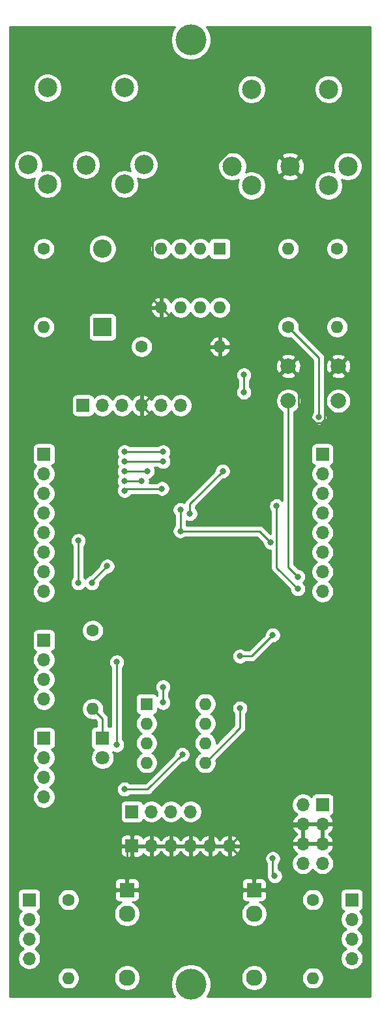
<source format=gbr>
%TF.GenerationSoftware,KiCad,Pcbnew,5.1.8-5.1.8*%
%TF.CreationDate,2020-12-14T22:16:24-06:00*%
%TF.ProjectId,Mini2CV,4d696e69-3243-4562-9e6b-696361645f70,rev?*%
%TF.SameCoordinates,Original*%
%TF.FileFunction,Copper,L2,Bot*%
%TF.FilePolarity,Positive*%
%FSLAX46Y46*%
G04 Gerber Fmt 4.6, Leading zero omitted, Abs format (unit mm)*
G04 Created by KiCad (PCBNEW 5.1.8-5.1.8) date 2020-12-14 22:16:24*
%MOMM*%
%LPD*%
G01*
G04 APERTURE LIST*
%TA.AperFunction,ComponentPad*%
%ADD10C,4.000000*%
%TD*%
%TA.AperFunction,ComponentPad*%
%ADD11R,1.800000X1.800000*%
%TD*%
%TA.AperFunction,ComponentPad*%
%ADD12C,1.800000*%
%TD*%
%TA.AperFunction,ComponentPad*%
%ADD13R,2.400000X2.400000*%
%TD*%
%TA.AperFunction,ComponentPad*%
%ADD14O,2.400000X2.400000*%
%TD*%
%TA.AperFunction,ComponentPad*%
%ADD15O,1.700000X1.700000*%
%TD*%
%TA.AperFunction,ComponentPad*%
%ADD16R,1.700000X1.700000*%
%TD*%
%TA.AperFunction,ComponentPad*%
%ADD17C,2.130000*%
%TD*%
%TA.AperFunction,ComponentPad*%
%ADD18R,1.930000X1.830000*%
%TD*%
%TA.AperFunction,WasherPad*%
%ADD19C,2.499360*%
%TD*%
%TA.AperFunction,ComponentPad*%
%ADD20C,2.499360*%
%TD*%
%TA.AperFunction,ComponentPad*%
%ADD21C,1.600000*%
%TD*%
%TA.AperFunction,ComponentPad*%
%ADD22O,1.600000X1.600000*%
%TD*%
%TA.AperFunction,ComponentPad*%
%ADD23C,2.000000*%
%TD*%
%TA.AperFunction,ComponentPad*%
%ADD24R,1.600000X1.600000*%
%TD*%
%TA.AperFunction,ViaPad*%
%ADD25C,0.800000*%
%TD*%
%TA.AperFunction,Conductor*%
%ADD26C,0.250000*%
%TD*%
%TA.AperFunction,Conductor*%
%ADD27C,0.254000*%
%TD*%
%TA.AperFunction,Conductor*%
%ADD28C,0.100000*%
%TD*%
G04 APERTURE END LIST*
D10*
%TO.P,REF\u002A\u002A,1*%
%TO.N,N/C*%
X115600000Y-28800000D03*
%TD*%
%TO.P,REF\u002A\u002A,1*%
%TO.N,N/C*%
X115600000Y-151300000D03*
%TD*%
D11*
%TO.P,D1,1*%
%TO.N,Net-(D1-Pad1)*%
X104140000Y-119380000D03*
D12*
%TO.P,D1,2*%
%TO.N,+3V3*%
X104140000Y-121920000D03*
%TD*%
D13*
%TO.P,D2,1*%
%TO.N,Net-(D2-Pad1)*%
X104140000Y-66040000D03*
D14*
%TO.P,D2,2*%
%TO.N,Net-(D2-Pad2)*%
X104140000Y-55880000D03*
%TD*%
D15*
%TO.P,J1,6*%
%TO.N,GND*%
X120650000Y-133350000D03*
%TO.P,J1,5*%
X118110000Y-133350000D03*
%TO.P,J1,4*%
X115570000Y-133350000D03*
%TO.P,J1,3*%
X113030000Y-133350000D03*
%TO.P,J1,2*%
X110490000Y-133350000D03*
D16*
%TO.P,J1,1*%
X107950000Y-133350000D03*
%TD*%
%TO.P,J3,1*%
%TO.N,+12V*%
X96520000Y-106680000D03*
D15*
%TO.P,J3,2*%
X96520000Y-109220000D03*
%TO.P,J3,3*%
X96520000Y-111760000D03*
%TO.P,J3,4*%
X96520000Y-114300000D03*
%TD*%
%TO.P,J4,4*%
%TO.N,-12V*%
X96520000Y-127000000D03*
%TO.P,J4,3*%
X96520000Y-124460000D03*
%TO.P,J4,2*%
X96520000Y-121920000D03*
D16*
%TO.P,J4,1*%
X96520000Y-119380000D03*
%TD*%
%TO.P,J5,1*%
%TO.N,/PB0*%
X96520000Y-82550000D03*
D15*
%TO.P,J5,2*%
%TO.N,/PB1*%
X96520000Y-85090000D03*
%TO.P,J5,3*%
%TO.N,/PA11*%
X96520000Y-87630000D03*
%TO.P,J5,4*%
%TO.N,/PA12*%
X96520000Y-90170000D03*
%TO.P,J5,5*%
%TO.N,/PA15*%
X96520000Y-92710000D03*
%TO.P,J5,6*%
%TO.N,/PB3*%
X96520000Y-95250000D03*
%TO.P,J5,7*%
%TO.N,/PB6*%
X96520000Y-97790000D03*
%TO.P,J5,8*%
%TO.N,/PB7*%
X96520000Y-100330000D03*
%TD*%
%TO.P,J6,8*%
%TO.N,Net-(J6-Pad8)*%
X132715000Y-100330000D03*
%TO.P,J6,7*%
%TO.N,Net-(J6-Pad7)*%
X132715000Y-97790000D03*
%TO.P,J6,6*%
%TO.N,Net-(J6-Pad6)*%
X132715000Y-95250000D03*
%TO.P,J6,5*%
%TO.N,Net-(J6-Pad5)*%
X132715000Y-92710000D03*
%TO.P,J6,4*%
%TO.N,Net-(J6-Pad4)*%
X132715000Y-90170000D03*
%TO.P,J6,3*%
%TO.N,Net-(J6-Pad3)*%
X132715000Y-87630000D03*
%TO.P,J6,2*%
%TO.N,Net-(J6-Pad2)*%
X132715000Y-85090000D03*
D16*
%TO.P,J6,1*%
%TO.N,Net-(J6-Pad1)*%
X132715000Y-82550000D03*
%TD*%
%TO.P,J7,1*%
%TO.N,/NRST*%
X101600000Y-76200000D03*
D15*
%TO.P,J7,2*%
%TO.N,Net-(J7-Pad2)*%
X104140000Y-76200000D03*
%TO.P,J7,3*%
%TO.N,Net-(J7-Pad3)*%
X106680000Y-76200000D03*
%TO.P,J7,4*%
%TO.N,GND*%
X109220000Y-76200000D03*
%TO.P,J7,5*%
%TO.N,/UART1_RX*%
X111760000Y-76200000D03*
%TO.P,J7,6*%
%TO.N,/UART1_TX*%
X114300000Y-76200000D03*
%TD*%
D16*
%TO.P,J8,1*%
%TO.N,+3V3*%
X107950000Y-128905000D03*
D15*
%TO.P,J8,2*%
X110490000Y-128905000D03*
%TO.P,J8,3*%
X113030000Y-128905000D03*
%TO.P,J8,4*%
X115570000Y-128905000D03*
%TD*%
D17*
%TO.P,J9,T*%
%TO.N,Net-(J9-PadT)*%
X123825000Y-150465000D03*
D18*
%TO.P,J9,S*%
%TO.N,GND*%
X123825000Y-139065000D03*
D17*
%TO.P,J9,TN*%
%TO.N,N/C*%
X123825000Y-142165000D03*
%TD*%
D15*
%TO.P,J10,4*%
%TO.N,Net-(J10-Pad1)*%
X136525000Y-147955000D03*
%TO.P,J10,3*%
X136525000Y-145415000D03*
%TO.P,J10,2*%
X136525000Y-142875000D03*
D16*
%TO.P,J10,1*%
X136525000Y-140335000D03*
%TD*%
D19*
%TO.P,J11,*%
%TO.N,*%
X107001260Y-35002300D03*
X96998740Y-35002300D03*
D20*
%TO.P,J11,5*%
%TO.N,Net-(D2-Pad2)*%
X106996180Y-47499100D03*
%TO.P,J11,1*%
%TO.N,Net-(J11-Pad1)*%
X94501920Y-44997200D03*
%TO.P,J11,2*%
%TO.N,Net-(J11-Pad2)*%
X102000000Y-44999740D03*
%TO.P,J11,4*%
%TO.N,Net-(J11-Pad4)*%
X97003820Y-47499100D03*
%TO.P,J11,3*%
%TO.N,Net-(J11-Pad3)*%
X109498080Y-44997200D03*
%TD*%
D17*
%TO.P,J12,TN*%
%TO.N,N/C*%
X107315000Y-142165000D03*
D18*
%TO.P,J12,S*%
%TO.N,GND*%
X107315000Y-139065000D03*
D17*
%TO.P,J12,T*%
%TO.N,Net-(J12-PadT)*%
X107315000Y-150465000D03*
%TD*%
D16*
%TO.P,J13,1*%
%TO.N,Net-(J13-Pad1)*%
X94615000Y-140335000D03*
D15*
%TO.P,J13,2*%
X94615000Y-142875000D03*
%TO.P,J13,3*%
X94615000Y-145415000D03*
%TO.P,J13,4*%
X94615000Y-147955000D03*
%TD*%
D20*
%TO.P,J14,3*%
%TO.N,Net-(J14-Pad3)*%
X135998080Y-45197200D03*
%TO.P,J14,4*%
%TO.N,Net-(J14-Pad4)*%
X123503820Y-47699100D03*
%TO.P,J14,2*%
%TO.N,GND*%
X128500000Y-45199740D03*
%TO.P,J14,1*%
%TO.N,Net-(J14-Pad1)*%
X121001920Y-45197200D03*
%TO.P,J14,5*%
%TO.N,Net-(J14-Pad5)*%
X133496180Y-47699100D03*
D19*
%TO.P,J14,*%
%TO.N,*%
X123498740Y-35202300D03*
X133501260Y-35202300D03*
%TD*%
D16*
%TO.P,J15,1*%
%TO.N,+12V*%
X132715000Y-128000000D03*
D15*
%TO.P,J15,2*%
X130175000Y-128000000D03*
%TO.P,J15,3*%
%TO.N,GND*%
X132715000Y-130540000D03*
%TO.P,J15,4*%
X130175000Y-130540000D03*
%TO.P,J15,5*%
X132715000Y-133080000D03*
%TO.P,J15,6*%
X130175000Y-133080000D03*
%TO.P,J15,7*%
%TO.N,-12V*%
X132715000Y-135620000D03*
%TO.P,J15,8*%
X130175000Y-135620000D03*
%TD*%
D21*
%TO.P,R1,1*%
%TO.N,Net-(R1-Pad1)*%
X102870000Y-105410000D03*
D22*
%TO.P,R1,2*%
%TO.N,Net-(D1-Pad1)*%
X102870000Y-115570000D03*
%TD*%
D21*
%TO.P,R2,1*%
%TO.N,Net-(J10-Pad1)*%
X131445000Y-140335000D03*
D22*
%TO.P,R2,2*%
%TO.N,Net-(J9-PadT)*%
X131445000Y-150495000D03*
%TD*%
%TO.P,R4,2*%
%TO.N,Net-(D2-Pad1)*%
X96520000Y-66040000D03*
D21*
%TO.P,R4,1*%
%TO.N,Net-(J11-Pad4)*%
X96520000Y-55880000D03*
%TD*%
D22*
%TO.P,R7,2*%
%TO.N,Net-(J12-PadT)*%
X99695000Y-150495000D03*
D21*
%TO.P,R7,1*%
%TO.N,Net-(J13-Pad1)*%
X99695000Y-140335000D03*
%TD*%
D22*
%TO.P,R8,2*%
%TO.N,GND*%
X119380000Y-68580000D03*
D21*
%TO.P,R8,1*%
%TO.N,Net-(R8-Pad1)*%
X109220000Y-68580000D03*
%TD*%
%TO.P,R10,1*%
%TO.N,+5V*%
X128270000Y-66040000D03*
D22*
%TO.P,R10,2*%
%TO.N,Net-(J14-Pad4)*%
X128270000Y-55880000D03*
%TD*%
D21*
%TO.P,R11,1*%
%TO.N,Net-(J14-Pad5)*%
X134620000Y-55880000D03*
D22*
%TO.P,R11,2*%
%TO.N,/UART2_RX*%
X134620000Y-66040000D03*
%TD*%
D23*
%TO.P,SW1,2*%
%TO.N,/NRST*%
X128270000Y-75620000D03*
%TO.P,SW1,1*%
%TO.N,GND*%
X128270000Y-71120000D03*
%TO.P,SW1,2*%
%TO.N,/NRST*%
X134770000Y-75620000D03*
%TO.P,SW1,1*%
%TO.N,GND*%
X134770000Y-71120000D03*
%TD*%
D22*
%TO.P,U4,8*%
%TO.N,+12V*%
X117475000Y-114935000D03*
%TO.P,U4,4*%
%TO.N,-12V*%
X109855000Y-122555000D03*
%TO.P,U4,7*%
%TO.N,Net-(J13-Pad1)*%
X117475000Y-117475000D03*
%TO.P,U4,3*%
%TO.N,/GATE*%
X109855000Y-120015000D03*
%TO.P,U4,6*%
%TO.N,Net-(R5-Pad2)*%
X117475000Y-120015000D03*
%TO.P,U4,2*%
%TO.N,Net-(J10-Pad1)*%
X109855000Y-117475000D03*
%TO.P,U4,5*%
%TO.N,/DAC*%
X117475000Y-122555000D03*
D24*
%TO.P,U4,1*%
%TO.N,Net-(J10-Pad1)*%
X109855000Y-114935000D03*
%TD*%
%TO.P,U5,1*%
%TO.N,Net-(U5-Pad1)*%
X119380000Y-55880000D03*
D22*
%TO.P,U5,5*%
%TO.N,GND*%
X111760000Y-63500000D03*
%TO.P,U5,2*%
%TO.N,Net-(D2-Pad1)*%
X116840000Y-55880000D03*
%TO.P,U5,6*%
%TO.N,/UART2_RX*%
X114300000Y-63500000D03*
%TO.P,U5,3*%
%TO.N,Net-(D2-Pad2)*%
X114300000Y-55880000D03*
%TO.P,U5,7*%
%TO.N,Net-(R8-Pad1)*%
X116840000Y-63500000D03*
%TO.P,U5,4*%
%TO.N,Net-(U5-Pad4)*%
X111760000Y-55880000D03*
%TO.P,U5,8*%
%TO.N,+5V*%
X119380000Y-63500000D03*
%TD*%
D25*
%TO.N,GND*%
X117000000Y-85100000D03*
X111700000Y-98100000D03*
X107100000Y-99000000D03*
X111700000Y-100300000D03*
X123300000Y-100300000D03*
X127000000Y-99200000D03*
X128400000Y-105200000D03*
X120100000Y-126000000D03*
X124400000Y-115600000D03*
%TO.N,/NRST*%
X129500000Y-98425000D03*
%TO.N,+5V*%
X132250000Y-77750000D03*
%TO.N,+3V3*%
X114250000Y-89750000D03*
X114250000Y-92500000D03*
X126000000Y-94000000D03*
X106000000Y-120250000D03*
X106000000Y-109500000D03*
%TO.N,/PB0*%
X112000000Y-82250000D03*
X107000000Y-82250000D03*
%TO.N,/PB1*%
X112000000Y-83500000D03*
X107000000Y-83500000D03*
%TO.N,/PA11*%
X109949990Y-84750000D03*
X107000000Y-84750000D03*
%TO.N,/PA12*%
X109224990Y-86000000D03*
X107000000Y-86000000D03*
%TO.N,Net-(J10-Pad1)*%
X126250000Y-135000000D03*
X126500000Y-137250000D03*
%TO.N,Net-(J13-Pad1)*%
X107000000Y-126000000D03*
X114500000Y-121500000D03*
%TO.N,Net-(R1-Pad1)*%
X104750000Y-97065000D03*
X102750000Y-99250000D03*
%TO.N,/GATE*%
X111850000Y-87000000D03*
X107000000Y-87250000D03*
X101000000Y-93750000D03*
X101000000Y-99250000D03*
X112000000Y-114750000D03*
X112000000Y-112750000D03*
%TO.N,/UART2_RX*%
X115500000Y-90250000D03*
X119750000Y-84750000D03*
X122500000Y-74500000D03*
X122500000Y-72250000D03*
%TO.N,/DAC*%
X126750000Y-89250000D03*
X129500000Y-100000000D03*
X126250000Y-106000000D03*
X122000000Y-108750000D03*
X122000000Y-115500000D03*
%TD*%
D26*
%TO.N,GND*%
X128500000Y-45199740D02*
X125500260Y-42200000D01*
X110634999Y-62374999D02*
X111760000Y-63500000D01*
X110634999Y-53233592D02*
X110634999Y-62374999D01*
X121668591Y-42200000D02*
X110634999Y-53233592D01*
X125500260Y-42200000D02*
X121668591Y-42200000D01*
X116840000Y-68580000D02*
X111760000Y-63500000D01*
X125730000Y-68580000D02*
X128270000Y-71120000D01*
X119380000Y-68580000D02*
X125730000Y-68580000D01*
X129595001Y-76256001D02*
X129595001Y-72445001D01*
X132598001Y-78475001D02*
X131814001Y-78475001D01*
X129595001Y-72445001D02*
X128270000Y-71120000D01*
X131814001Y-78475001D02*
X129595001Y-76256001D01*
X132975001Y-78098001D02*
X132598001Y-78475001D01*
X132975001Y-72914999D02*
X132975001Y-78098001D01*
X134770000Y-71120000D02*
X132975001Y-72914999D01*
X116840000Y-68580000D02*
X119380000Y-68580000D01*
X109220000Y-76200000D02*
X116840000Y-68580000D01*
X109220000Y-76200000D02*
X117000000Y-83980000D01*
X117000000Y-83980000D02*
X117000000Y-85100000D01*
X111700000Y-90400000D02*
X117000000Y-85100000D01*
X111700000Y-98100000D02*
X111700000Y-90400000D01*
X108000000Y-98100000D02*
X111700000Y-98100000D01*
X107100000Y-99000000D02*
X108000000Y-98100000D01*
X111700000Y-100300000D02*
X123300000Y-100300000D01*
X124400000Y-99200000D02*
X123300000Y-100300000D01*
X127000000Y-99200000D02*
X124400000Y-99200000D01*
X128200000Y-105200000D02*
X128400000Y-105200000D01*
X123300000Y-100300000D02*
X128200000Y-105200000D01*
X120100000Y-126000000D02*
X118475000Y-126000000D01*
X123190000Y-130810000D02*
X120650000Y-133350000D01*
X130175000Y-130810000D02*
X123190000Y-130810000D01*
X107315000Y-133985000D02*
X107950000Y-133350000D01*
X107315000Y-139065000D02*
X107315000Y-133985000D01*
X123825000Y-136525000D02*
X120650000Y-133350000D01*
X123825000Y-139065000D02*
X123825000Y-136525000D01*
X107950000Y-133350000D02*
X120650000Y-133350000D01*
X124400000Y-121700000D02*
X120100000Y-126000000D01*
X124400000Y-115600000D02*
X124400000Y-121700000D01*
X128400000Y-111600000D02*
X124400000Y-115600000D01*
X128400000Y-105200000D02*
X128400000Y-111600000D01*
X118475000Y-132985000D02*
X118110000Y-133350000D01*
X118475000Y-126000000D02*
X118475000Y-132985000D01*
%TO.N,/NRST*%
X128270000Y-97155000D02*
X128270000Y-75620000D01*
X129540000Y-98425000D02*
X128270000Y-97155000D01*
%TO.N,+5V*%
X128270000Y-66040000D02*
X132250000Y-70020000D01*
X132250000Y-70020000D02*
X132250000Y-77750000D01*
%TO.N,+3V3*%
X114250000Y-89750000D02*
X114250000Y-92500000D01*
X124500000Y-92500000D02*
X126000000Y-94000000D01*
X114250000Y-92500000D02*
X124500000Y-92500000D01*
X106000000Y-120250000D02*
X106000000Y-109500000D01*
%TO.N,Net-(D1-Pad1)*%
X104140000Y-116840000D02*
X102870000Y-115570000D01*
X104140000Y-119380000D02*
X104140000Y-116840000D01*
%TO.N,/PB0*%
X112000000Y-82250000D02*
X107000000Y-82250000D01*
%TO.N,/PB1*%
X112000000Y-83500000D02*
X107000000Y-83500000D01*
%TO.N,/PA11*%
X109949990Y-84750000D02*
X107000000Y-84750000D01*
%TO.N,/PA12*%
X109224990Y-86000000D02*
X107000000Y-86000000D01*
%TO.N,Net-(J10-Pad1)*%
X126250000Y-137000000D02*
X126500000Y-137250000D01*
X126250000Y-135000000D02*
X126250000Y-137000000D01*
%TO.N,Net-(J13-Pad1)*%
X107000000Y-126000000D02*
X108075002Y-126000000D01*
X110000000Y-126000000D02*
X114500000Y-121500000D01*
X108075002Y-126000000D02*
X110000000Y-126000000D01*
%TO.N,Net-(R1-Pad1)*%
X102750000Y-99065000D02*
X102750000Y-99250000D01*
X104750000Y-97065000D02*
X102750000Y-99065000D01*
%TO.N,/GATE*%
X107250000Y-87000000D02*
X107000000Y-87250000D01*
X111850000Y-87000000D02*
X107250000Y-87000000D01*
X101000000Y-93750000D02*
X101000000Y-99250000D01*
X112000000Y-114750000D02*
X112000000Y-112750000D01*
%TO.N,/UART2_RX*%
X115500000Y-89000000D02*
X119750000Y-84750000D01*
X115500000Y-90250000D02*
X115500000Y-89000000D01*
X122500000Y-74500000D02*
X122500000Y-72250000D01*
%TO.N,/DAC*%
X126750000Y-97250000D02*
X129500000Y-100000000D01*
X126750000Y-89250000D02*
X126750000Y-97250000D01*
X123500000Y-108750000D02*
X122000000Y-108750000D01*
X126250000Y-106000000D02*
X123500000Y-108750000D01*
X122000000Y-118030000D02*
X117475000Y-122555000D01*
X122000000Y-115500000D02*
X122000000Y-118030000D01*
%TD*%
D27*
%TO.N,GND*%
X113264893Y-27551859D02*
X113066261Y-28031399D01*
X112965000Y-28540475D01*
X112965000Y-29059525D01*
X113066261Y-29568601D01*
X113264893Y-30048141D01*
X113553262Y-30479715D01*
X113920285Y-30846738D01*
X114351859Y-31135107D01*
X114831399Y-31333739D01*
X115340475Y-31435000D01*
X115859525Y-31435000D01*
X116368601Y-31333739D01*
X116848141Y-31135107D01*
X117279715Y-30846738D01*
X117646738Y-30479715D01*
X117935107Y-30048141D01*
X118133739Y-29568601D01*
X118235000Y-29059525D01*
X118235000Y-28540475D01*
X118133739Y-28031399D01*
X117935107Y-27551859D01*
X117651225Y-27127000D01*
X138873000Y-27127000D01*
X138873000Y-152873000D01*
X117718043Y-152873000D01*
X117935107Y-152548141D01*
X118133739Y-152068601D01*
X118235000Y-151559525D01*
X118235000Y-151040475D01*
X118133739Y-150531399D01*
X118036882Y-150297565D01*
X122125000Y-150297565D01*
X122125000Y-150632435D01*
X122190330Y-150960872D01*
X122318479Y-151270252D01*
X122504523Y-151548687D01*
X122741313Y-151785477D01*
X123019748Y-151971521D01*
X123329128Y-152099670D01*
X123657565Y-152165000D01*
X123992435Y-152165000D01*
X124320872Y-152099670D01*
X124630252Y-151971521D01*
X124908687Y-151785477D01*
X125145477Y-151548687D01*
X125331521Y-151270252D01*
X125459670Y-150960872D01*
X125525000Y-150632435D01*
X125525000Y-150353665D01*
X130010000Y-150353665D01*
X130010000Y-150636335D01*
X130065147Y-150913574D01*
X130173320Y-151174727D01*
X130330363Y-151409759D01*
X130530241Y-151609637D01*
X130765273Y-151766680D01*
X131026426Y-151874853D01*
X131303665Y-151930000D01*
X131586335Y-151930000D01*
X131863574Y-151874853D01*
X132124727Y-151766680D01*
X132359759Y-151609637D01*
X132559637Y-151409759D01*
X132716680Y-151174727D01*
X132824853Y-150913574D01*
X132880000Y-150636335D01*
X132880000Y-150353665D01*
X132824853Y-150076426D01*
X132716680Y-149815273D01*
X132559637Y-149580241D01*
X132359759Y-149380363D01*
X132124727Y-149223320D01*
X131863574Y-149115147D01*
X131586335Y-149060000D01*
X131303665Y-149060000D01*
X131026426Y-149115147D01*
X130765273Y-149223320D01*
X130530241Y-149380363D01*
X130330363Y-149580241D01*
X130173320Y-149815273D01*
X130065147Y-150076426D01*
X130010000Y-150353665D01*
X125525000Y-150353665D01*
X125525000Y-150297565D01*
X125459670Y-149969128D01*
X125331521Y-149659748D01*
X125145477Y-149381313D01*
X124908687Y-149144523D01*
X124630252Y-148958479D01*
X124320872Y-148830330D01*
X123992435Y-148765000D01*
X123657565Y-148765000D01*
X123329128Y-148830330D01*
X123019748Y-148958479D01*
X122741313Y-149144523D01*
X122504523Y-149381313D01*
X122318479Y-149659748D01*
X122190330Y-149969128D01*
X122125000Y-150297565D01*
X118036882Y-150297565D01*
X117935107Y-150051859D01*
X117646738Y-149620285D01*
X117279715Y-149253262D01*
X116848141Y-148964893D01*
X116368601Y-148766261D01*
X115859525Y-148665000D01*
X115340475Y-148665000D01*
X114831399Y-148766261D01*
X114351859Y-148964893D01*
X113920285Y-149253262D01*
X113553262Y-149620285D01*
X113264893Y-150051859D01*
X113066261Y-150531399D01*
X112965000Y-151040475D01*
X112965000Y-151559525D01*
X113066261Y-152068601D01*
X113264893Y-152548141D01*
X113481957Y-152873000D01*
X92127000Y-152873000D01*
X92127000Y-150353665D01*
X98260000Y-150353665D01*
X98260000Y-150636335D01*
X98315147Y-150913574D01*
X98423320Y-151174727D01*
X98580363Y-151409759D01*
X98780241Y-151609637D01*
X99015273Y-151766680D01*
X99276426Y-151874853D01*
X99553665Y-151930000D01*
X99836335Y-151930000D01*
X100113574Y-151874853D01*
X100374727Y-151766680D01*
X100609759Y-151609637D01*
X100809637Y-151409759D01*
X100966680Y-151174727D01*
X101074853Y-150913574D01*
X101130000Y-150636335D01*
X101130000Y-150353665D01*
X101118841Y-150297565D01*
X105615000Y-150297565D01*
X105615000Y-150632435D01*
X105680330Y-150960872D01*
X105808479Y-151270252D01*
X105994523Y-151548687D01*
X106231313Y-151785477D01*
X106509748Y-151971521D01*
X106819128Y-152099670D01*
X107147565Y-152165000D01*
X107482435Y-152165000D01*
X107810872Y-152099670D01*
X108120252Y-151971521D01*
X108398687Y-151785477D01*
X108635477Y-151548687D01*
X108821521Y-151270252D01*
X108949670Y-150960872D01*
X109015000Y-150632435D01*
X109015000Y-150297565D01*
X108949670Y-149969128D01*
X108821521Y-149659748D01*
X108635477Y-149381313D01*
X108398687Y-149144523D01*
X108120252Y-148958479D01*
X107810872Y-148830330D01*
X107482435Y-148765000D01*
X107147565Y-148765000D01*
X106819128Y-148830330D01*
X106509748Y-148958479D01*
X106231313Y-149144523D01*
X105994523Y-149381313D01*
X105808479Y-149659748D01*
X105680330Y-149969128D01*
X105615000Y-150297565D01*
X101118841Y-150297565D01*
X101074853Y-150076426D01*
X100966680Y-149815273D01*
X100809637Y-149580241D01*
X100609759Y-149380363D01*
X100374727Y-149223320D01*
X100113574Y-149115147D01*
X99836335Y-149060000D01*
X99553665Y-149060000D01*
X99276426Y-149115147D01*
X99015273Y-149223320D01*
X98780241Y-149380363D01*
X98580363Y-149580241D01*
X98423320Y-149815273D01*
X98315147Y-150076426D01*
X98260000Y-150353665D01*
X92127000Y-150353665D01*
X92127000Y-139485000D01*
X93126928Y-139485000D01*
X93126928Y-141185000D01*
X93139188Y-141309482D01*
X93175498Y-141429180D01*
X93234463Y-141539494D01*
X93313815Y-141636185D01*
X93410506Y-141715537D01*
X93520820Y-141774502D01*
X93593380Y-141796513D01*
X93461525Y-141928368D01*
X93299010Y-142171589D01*
X93187068Y-142441842D01*
X93130000Y-142728740D01*
X93130000Y-143021260D01*
X93187068Y-143308158D01*
X93299010Y-143578411D01*
X93461525Y-143821632D01*
X93668368Y-144028475D01*
X93842760Y-144145000D01*
X93668368Y-144261525D01*
X93461525Y-144468368D01*
X93299010Y-144711589D01*
X93187068Y-144981842D01*
X93130000Y-145268740D01*
X93130000Y-145561260D01*
X93187068Y-145848158D01*
X93299010Y-146118411D01*
X93461525Y-146361632D01*
X93668368Y-146568475D01*
X93842760Y-146685000D01*
X93668368Y-146801525D01*
X93461525Y-147008368D01*
X93299010Y-147251589D01*
X93187068Y-147521842D01*
X93130000Y-147808740D01*
X93130000Y-148101260D01*
X93187068Y-148388158D01*
X93299010Y-148658411D01*
X93461525Y-148901632D01*
X93668368Y-149108475D01*
X93911589Y-149270990D01*
X94181842Y-149382932D01*
X94468740Y-149440000D01*
X94761260Y-149440000D01*
X95048158Y-149382932D01*
X95318411Y-149270990D01*
X95561632Y-149108475D01*
X95768475Y-148901632D01*
X95930990Y-148658411D01*
X96042932Y-148388158D01*
X96100000Y-148101260D01*
X96100000Y-147808740D01*
X96042932Y-147521842D01*
X95930990Y-147251589D01*
X95768475Y-147008368D01*
X95561632Y-146801525D01*
X95387240Y-146685000D01*
X95561632Y-146568475D01*
X95768475Y-146361632D01*
X95930990Y-146118411D01*
X96042932Y-145848158D01*
X96100000Y-145561260D01*
X96100000Y-145268740D01*
X96042932Y-144981842D01*
X95930990Y-144711589D01*
X95768475Y-144468368D01*
X95561632Y-144261525D01*
X95387240Y-144145000D01*
X95561632Y-144028475D01*
X95768475Y-143821632D01*
X95930990Y-143578411D01*
X96042932Y-143308158D01*
X96100000Y-143021260D01*
X96100000Y-142728740D01*
X96042932Y-142441842D01*
X95930990Y-142171589D01*
X95814711Y-141997565D01*
X105615000Y-141997565D01*
X105615000Y-142332435D01*
X105680330Y-142660872D01*
X105808479Y-142970252D01*
X105994523Y-143248687D01*
X106231313Y-143485477D01*
X106509748Y-143671521D01*
X106819128Y-143799670D01*
X107147565Y-143865000D01*
X107482435Y-143865000D01*
X107810872Y-143799670D01*
X108120252Y-143671521D01*
X108398687Y-143485477D01*
X108635477Y-143248687D01*
X108821521Y-142970252D01*
X108949670Y-142660872D01*
X109015000Y-142332435D01*
X109015000Y-141997565D01*
X122125000Y-141997565D01*
X122125000Y-142332435D01*
X122190330Y-142660872D01*
X122318479Y-142970252D01*
X122504523Y-143248687D01*
X122741313Y-143485477D01*
X123019748Y-143671521D01*
X123329128Y-143799670D01*
X123657565Y-143865000D01*
X123992435Y-143865000D01*
X124320872Y-143799670D01*
X124630252Y-143671521D01*
X124908687Y-143485477D01*
X125145477Y-143248687D01*
X125331521Y-142970252D01*
X125459670Y-142660872D01*
X125525000Y-142332435D01*
X125525000Y-141997565D01*
X125459670Y-141669128D01*
X125331521Y-141359748D01*
X125145477Y-141081313D01*
X124908687Y-140844523D01*
X124630252Y-140658479D01*
X124529860Y-140616895D01*
X124790000Y-140618072D01*
X124914482Y-140605812D01*
X125034180Y-140569502D01*
X125144494Y-140510537D01*
X125241185Y-140431185D01*
X125320537Y-140334494D01*
X125379502Y-140224180D01*
X125388758Y-140193665D01*
X130010000Y-140193665D01*
X130010000Y-140476335D01*
X130065147Y-140753574D01*
X130173320Y-141014727D01*
X130330363Y-141249759D01*
X130530241Y-141449637D01*
X130765273Y-141606680D01*
X131026426Y-141714853D01*
X131303665Y-141770000D01*
X131586335Y-141770000D01*
X131863574Y-141714853D01*
X132124727Y-141606680D01*
X132359759Y-141449637D01*
X132559637Y-141249759D01*
X132716680Y-141014727D01*
X132824853Y-140753574D01*
X132880000Y-140476335D01*
X132880000Y-140193665D01*
X132824853Y-139916426D01*
X132716680Y-139655273D01*
X132602908Y-139485000D01*
X135036928Y-139485000D01*
X135036928Y-141185000D01*
X135049188Y-141309482D01*
X135085498Y-141429180D01*
X135144463Y-141539494D01*
X135223815Y-141636185D01*
X135320506Y-141715537D01*
X135430820Y-141774502D01*
X135503380Y-141796513D01*
X135371525Y-141928368D01*
X135209010Y-142171589D01*
X135097068Y-142441842D01*
X135040000Y-142728740D01*
X135040000Y-143021260D01*
X135097068Y-143308158D01*
X135209010Y-143578411D01*
X135371525Y-143821632D01*
X135578368Y-144028475D01*
X135752760Y-144145000D01*
X135578368Y-144261525D01*
X135371525Y-144468368D01*
X135209010Y-144711589D01*
X135097068Y-144981842D01*
X135040000Y-145268740D01*
X135040000Y-145561260D01*
X135097068Y-145848158D01*
X135209010Y-146118411D01*
X135371525Y-146361632D01*
X135578368Y-146568475D01*
X135752760Y-146685000D01*
X135578368Y-146801525D01*
X135371525Y-147008368D01*
X135209010Y-147251589D01*
X135097068Y-147521842D01*
X135040000Y-147808740D01*
X135040000Y-148101260D01*
X135097068Y-148388158D01*
X135209010Y-148658411D01*
X135371525Y-148901632D01*
X135578368Y-149108475D01*
X135821589Y-149270990D01*
X136091842Y-149382932D01*
X136378740Y-149440000D01*
X136671260Y-149440000D01*
X136958158Y-149382932D01*
X137228411Y-149270990D01*
X137471632Y-149108475D01*
X137678475Y-148901632D01*
X137840990Y-148658411D01*
X137952932Y-148388158D01*
X138010000Y-148101260D01*
X138010000Y-147808740D01*
X137952932Y-147521842D01*
X137840990Y-147251589D01*
X137678475Y-147008368D01*
X137471632Y-146801525D01*
X137297240Y-146685000D01*
X137471632Y-146568475D01*
X137678475Y-146361632D01*
X137840990Y-146118411D01*
X137952932Y-145848158D01*
X138010000Y-145561260D01*
X138010000Y-145268740D01*
X137952932Y-144981842D01*
X137840990Y-144711589D01*
X137678475Y-144468368D01*
X137471632Y-144261525D01*
X137297240Y-144145000D01*
X137471632Y-144028475D01*
X137678475Y-143821632D01*
X137840990Y-143578411D01*
X137952932Y-143308158D01*
X138010000Y-143021260D01*
X138010000Y-142728740D01*
X137952932Y-142441842D01*
X137840990Y-142171589D01*
X137678475Y-141928368D01*
X137546620Y-141796513D01*
X137619180Y-141774502D01*
X137729494Y-141715537D01*
X137826185Y-141636185D01*
X137905537Y-141539494D01*
X137964502Y-141429180D01*
X138000812Y-141309482D01*
X138013072Y-141185000D01*
X138013072Y-139485000D01*
X138000812Y-139360518D01*
X137964502Y-139240820D01*
X137905537Y-139130506D01*
X137826185Y-139033815D01*
X137729494Y-138954463D01*
X137619180Y-138895498D01*
X137499482Y-138859188D01*
X137375000Y-138846928D01*
X135675000Y-138846928D01*
X135550518Y-138859188D01*
X135430820Y-138895498D01*
X135320506Y-138954463D01*
X135223815Y-139033815D01*
X135144463Y-139130506D01*
X135085498Y-139240820D01*
X135049188Y-139360518D01*
X135036928Y-139485000D01*
X132602908Y-139485000D01*
X132559637Y-139420241D01*
X132359759Y-139220363D01*
X132124727Y-139063320D01*
X131863574Y-138955147D01*
X131586335Y-138900000D01*
X131303665Y-138900000D01*
X131026426Y-138955147D01*
X130765273Y-139063320D01*
X130530241Y-139220363D01*
X130330363Y-139420241D01*
X130173320Y-139655273D01*
X130065147Y-139916426D01*
X130010000Y-140193665D01*
X125388758Y-140193665D01*
X125415812Y-140104482D01*
X125428072Y-139980000D01*
X125425000Y-139350750D01*
X125266250Y-139192000D01*
X123952000Y-139192000D01*
X123952000Y-139212000D01*
X123698000Y-139212000D01*
X123698000Y-139192000D01*
X122383750Y-139192000D01*
X122225000Y-139350750D01*
X122221928Y-139980000D01*
X122234188Y-140104482D01*
X122270498Y-140224180D01*
X122329463Y-140334494D01*
X122408815Y-140431185D01*
X122505506Y-140510537D01*
X122615820Y-140569502D01*
X122735518Y-140605812D01*
X122860000Y-140618072D01*
X123120140Y-140616895D01*
X123019748Y-140658479D01*
X122741313Y-140844523D01*
X122504523Y-141081313D01*
X122318479Y-141359748D01*
X122190330Y-141669128D01*
X122125000Y-141997565D01*
X109015000Y-141997565D01*
X108949670Y-141669128D01*
X108821521Y-141359748D01*
X108635477Y-141081313D01*
X108398687Y-140844523D01*
X108120252Y-140658479D01*
X108019860Y-140616895D01*
X108280000Y-140618072D01*
X108404482Y-140605812D01*
X108524180Y-140569502D01*
X108634494Y-140510537D01*
X108731185Y-140431185D01*
X108810537Y-140334494D01*
X108869502Y-140224180D01*
X108905812Y-140104482D01*
X108918072Y-139980000D01*
X108915000Y-139350750D01*
X108756250Y-139192000D01*
X107442000Y-139192000D01*
X107442000Y-139212000D01*
X107188000Y-139212000D01*
X107188000Y-139192000D01*
X105873750Y-139192000D01*
X105715000Y-139350750D01*
X105711928Y-139980000D01*
X105724188Y-140104482D01*
X105760498Y-140224180D01*
X105819463Y-140334494D01*
X105898815Y-140431185D01*
X105995506Y-140510537D01*
X106105820Y-140569502D01*
X106225518Y-140605812D01*
X106350000Y-140618072D01*
X106610140Y-140616895D01*
X106509748Y-140658479D01*
X106231313Y-140844523D01*
X105994523Y-141081313D01*
X105808479Y-141359748D01*
X105680330Y-141669128D01*
X105615000Y-141997565D01*
X95814711Y-141997565D01*
X95768475Y-141928368D01*
X95636620Y-141796513D01*
X95709180Y-141774502D01*
X95819494Y-141715537D01*
X95916185Y-141636185D01*
X95995537Y-141539494D01*
X96054502Y-141429180D01*
X96090812Y-141309482D01*
X96103072Y-141185000D01*
X96103072Y-140193665D01*
X98260000Y-140193665D01*
X98260000Y-140476335D01*
X98315147Y-140753574D01*
X98423320Y-141014727D01*
X98580363Y-141249759D01*
X98780241Y-141449637D01*
X99015273Y-141606680D01*
X99276426Y-141714853D01*
X99553665Y-141770000D01*
X99836335Y-141770000D01*
X100113574Y-141714853D01*
X100374727Y-141606680D01*
X100609759Y-141449637D01*
X100809637Y-141249759D01*
X100966680Y-141014727D01*
X101074853Y-140753574D01*
X101130000Y-140476335D01*
X101130000Y-140193665D01*
X101074853Y-139916426D01*
X100966680Y-139655273D01*
X100809637Y-139420241D01*
X100609759Y-139220363D01*
X100374727Y-139063320D01*
X100113574Y-138955147D01*
X99836335Y-138900000D01*
X99553665Y-138900000D01*
X99276426Y-138955147D01*
X99015273Y-139063320D01*
X98780241Y-139220363D01*
X98580363Y-139420241D01*
X98423320Y-139655273D01*
X98315147Y-139916426D01*
X98260000Y-140193665D01*
X96103072Y-140193665D01*
X96103072Y-139485000D01*
X96090812Y-139360518D01*
X96054502Y-139240820D01*
X95995537Y-139130506D01*
X95916185Y-139033815D01*
X95819494Y-138954463D01*
X95709180Y-138895498D01*
X95589482Y-138859188D01*
X95465000Y-138846928D01*
X93765000Y-138846928D01*
X93640518Y-138859188D01*
X93520820Y-138895498D01*
X93410506Y-138954463D01*
X93313815Y-139033815D01*
X93234463Y-139130506D01*
X93175498Y-139240820D01*
X93139188Y-139360518D01*
X93126928Y-139485000D01*
X92127000Y-139485000D01*
X92127000Y-138150000D01*
X105711928Y-138150000D01*
X105715000Y-138779250D01*
X105873750Y-138938000D01*
X107188000Y-138938000D01*
X107188000Y-137673750D01*
X107442000Y-137673750D01*
X107442000Y-138938000D01*
X108756250Y-138938000D01*
X108915000Y-138779250D01*
X108918072Y-138150000D01*
X122221928Y-138150000D01*
X122225000Y-138779250D01*
X122383750Y-138938000D01*
X123698000Y-138938000D01*
X123698000Y-137673750D01*
X123952000Y-137673750D01*
X123952000Y-138938000D01*
X125266250Y-138938000D01*
X125425000Y-138779250D01*
X125428072Y-138150000D01*
X125415812Y-138025518D01*
X125379502Y-137905820D01*
X125320537Y-137795506D01*
X125241185Y-137698815D01*
X125144494Y-137619463D01*
X125034180Y-137560498D01*
X124914482Y-137524188D01*
X124790000Y-137511928D01*
X124110750Y-137515000D01*
X123952000Y-137673750D01*
X123698000Y-137673750D01*
X123539250Y-137515000D01*
X122860000Y-137511928D01*
X122735518Y-137524188D01*
X122615820Y-137560498D01*
X122505506Y-137619463D01*
X122408815Y-137698815D01*
X122329463Y-137795506D01*
X122270498Y-137905820D01*
X122234188Y-138025518D01*
X122221928Y-138150000D01*
X108918072Y-138150000D01*
X108905812Y-138025518D01*
X108869502Y-137905820D01*
X108810537Y-137795506D01*
X108731185Y-137698815D01*
X108634494Y-137619463D01*
X108524180Y-137560498D01*
X108404482Y-137524188D01*
X108280000Y-137511928D01*
X107600750Y-137515000D01*
X107442000Y-137673750D01*
X107188000Y-137673750D01*
X107029250Y-137515000D01*
X106350000Y-137511928D01*
X106225518Y-137524188D01*
X106105820Y-137560498D01*
X105995506Y-137619463D01*
X105898815Y-137698815D01*
X105819463Y-137795506D01*
X105760498Y-137905820D01*
X105724188Y-138025518D01*
X105711928Y-138150000D01*
X92127000Y-138150000D01*
X92127000Y-134898061D01*
X125215000Y-134898061D01*
X125215000Y-135101939D01*
X125254774Y-135301898D01*
X125332795Y-135490256D01*
X125446063Y-135659774D01*
X125490000Y-135703711D01*
X125490001Y-136962668D01*
X125486324Y-137000000D01*
X125489015Y-137027326D01*
X125465000Y-137148061D01*
X125465000Y-137351939D01*
X125504774Y-137551898D01*
X125582795Y-137740256D01*
X125696063Y-137909774D01*
X125840226Y-138053937D01*
X126009744Y-138167205D01*
X126198102Y-138245226D01*
X126398061Y-138285000D01*
X126601939Y-138285000D01*
X126801898Y-138245226D01*
X126990256Y-138167205D01*
X127159774Y-138053937D01*
X127303937Y-137909774D01*
X127417205Y-137740256D01*
X127495226Y-137551898D01*
X127535000Y-137351939D01*
X127535000Y-137148061D01*
X127495226Y-136948102D01*
X127417205Y-136759744D01*
X127303937Y-136590226D01*
X127159774Y-136446063D01*
X127010000Y-136345987D01*
X127010000Y-135703711D01*
X127053937Y-135659774D01*
X127167205Y-135490256D01*
X127174046Y-135473740D01*
X128690000Y-135473740D01*
X128690000Y-135766260D01*
X128747068Y-136053158D01*
X128859010Y-136323411D01*
X129021525Y-136566632D01*
X129228368Y-136773475D01*
X129471589Y-136935990D01*
X129741842Y-137047932D01*
X130028740Y-137105000D01*
X130321260Y-137105000D01*
X130608158Y-137047932D01*
X130878411Y-136935990D01*
X131121632Y-136773475D01*
X131328475Y-136566632D01*
X131445000Y-136392240D01*
X131561525Y-136566632D01*
X131768368Y-136773475D01*
X132011589Y-136935990D01*
X132281842Y-137047932D01*
X132568740Y-137105000D01*
X132861260Y-137105000D01*
X133148158Y-137047932D01*
X133418411Y-136935990D01*
X133661632Y-136773475D01*
X133868475Y-136566632D01*
X134030990Y-136323411D01*
X134142932Y-136053158D01*
X134200000Y-135766260D01*
X134200000Y-135473740D01*
X134142932Y-135186842D01*
X134030990Y-134916589D01*
X133868475Y-134673368D01*
X133661632Y-134466525D01*
X133479466Y-134344805D01*
X133596355Y-134275178D01*
X133812588Y-134080269D01*
X133986641Y-133846920D01*
X134111825Y-133584099D01*
X134156476Y-133436890D01*
X134035155Y-133207000D01*
X132842000Y-133207000D01*
X132842000Y-133227000D01*
X132588000Y-133227000D01*
X132588000Y-133207000D01*
X130302000Y-133207000D01*
X130302000Y-133227000D01*
X130048000Y-133227000D01*
X130048000Y-133207000D01*
X128854845Y-133207000D01*
X128733524Y-133436890D01*
X128778175Y-133584099D01*
X128903359Y-133846920D01*
X129077412Y-134080269D01*
X129293645Y-134275178D01*
X129410534Y-134344805D01*
X129228368Y-134466525D01*
X129021525Y-134673368D01*
X128859010Y-134916589D01*
X128747068Y-135186842D01*
X128690000Y-135473740D01*
X127174046Y-135473740D01*
X127245226Y-135301898D01*
X127285000Y-135101939D01*
X127285000Y-134898061D01*
X127245226Y-134698102D01*
X127167205Y-134509744D01*
X127053937Y-134340226D01*
X126909774Y-134196063D01*
X126740256Y-134082795D01*
X126551898Y-134004774D01*
X126351939Y-133965000D01*
X126148061Y-133965000D01*
X125948102Y-134004774D01*
X125759744Y-134082795D01*
X125590226Y-134196063D01*
X125446063Y-134340226D01*
X125332795Y-134509744D01*
X125254774Y-134698102D01*
X125215000Y-134898061D01*
X92127000Y-134898061D01*
X92127000Y-134200000D01*
X106461928Y-134200000D01*
X106474188Y-134324482D01*
X106510498Y-134444180D01*
X106569463Y-134554494D01*
X106648815Y-134651185D01*
X106745506Y-134730537D01*
X106855820Y-134789502D01*
X106975518Y-134825812D01*
X107100000Y-134838072D01*
X107664250Y-134835000D01*
X107823000Y-134676250D01*
X107823000Y-133477000D01*
X108077000Y-133477000D01*
X108077000Y-134676250D01*
X108235750Y-134835000D01*
X108800000Y-134838072D01*
X108924482Y-134825812D01*
X109044180Y-134789502D01*
X109154494Y-134730537D01*
X109251185Y-134651185D01*
X109330537Y-134554494D01*
X109389502Y-134444180D01*
X109413966Y-134363534D01*
X109489731Y-134447588D01*
X109723080Y-134621641D01*
X109985901Y-134746825D01*
X110133110Y-134791476D01*
X110363000Y-134670155D01*
X110363000Y-133477000D01*
X110617000Y-133477000D01*
X110617000Y-134670155D01*
X110846890Y-134791476D01*
X110994099Y-134746825D01*
X111256920Y-134621641D01*
X111490269Y-134447588D01*
X111685178Y-134231355D01*
X111760000Y-134105745D01*
X111834822Y-134231355D01*
X112029731Y-134447588D01*
X112263080Y-134621641D01*
X112525901Y-134746825D01*
X112673110Y-134791476D01*
X112903000Y-134670155D01*
X112903000Y-133477000D01*
X113157000Y-133477000D01*
X113157000Y-134670155D01*
X113386890Y-134791476D01*
X113534099Y-134746825D01*
X113796920Y-134621641D01*
X114030269Y-134447588D01*
X114225178Y-134231355D01*
X114300000Y-134105745D01*
X114374822Y-134231355D01*
X114569731Y-134447588D01*
X114803080Y-134621641D01*
X115065901Y-134746825D01*
X115213110Y-134791476D01*
X115443000Y-134670155D01*
X115443000Y-133477000D01*
X115697000Y-133477000D01*
X115697000Y-134670155D01*
X115926890Y-134791476D01*
X116074099Y-134746825D01*
X116336920Y-134621641D01*
X116570269Y-134447588D01*
X116765178Y-134231355D01*
X116840000Y-134105745D01*
X116914822Y-134231355D01*
X117109731Y-134447588D01*
X117343080Y-134621641D01*
X117605901Y-134746825D01*
X117753110Y-134791476D01*
X117983000Y-134670155D01*
X117983000Y-133477000D01*
X118237000Y-133477000D01*
X118237000Y-134670155D01*
X118466890Y-134791476D01*
X118614099Y-134746825D01*
X118876920Y-134621641D01*
X119110269Y-134447588D01*
X119305178Y-134231355D01*
X119380000Y-134105745D01*
X119454822Y-134231355D01*
X119649731Y-134447588D01*
X119883080Y-134621641D01*
X120145901Y-134746825D01*
X120293110Y-134791476D01*
X120523000Y-134670155D01*
X120523000Y-133477000D01*
X120777000Y-133477000D01*
X120777000Y-134670155D01*
X121006890Y-134791476D01*
X121154099Y-134746825D01*
X121416920Y-134621641D01*
X121650269Y-134447588D01*
X121845178Y-134231355D01*
X121994157Y-133981252D01*
X122091481Y-133706891D01*
X121970814Y-133477000D01*
X120777000Y-133477000D01*
X120523000Y-133477000D01*
X118237000Y-133477000D01*
X117983000Y-133477000D01*
X115697000Y-133477000D01*
X115443000Y-133477000D01*
X113157000Y-133477000D01*
X112903000Y-133477000D01*
X110617000Y-133477000D01*
X110363000Y-133477000D01*
X108077000Y-133477000D01*
X107823000Y-133477000D01*
X106623750Y-133477000D01*
X106465000Y-133635750D01*
X106461928Y-134200000D01*
X92127000Y-134200000D01*
X92127000Y-132500000D01*
X106461928Y-132500000D01*
X106465000Y-133064250D01*
X106623750Y-133223000D01*
X107823000Y-133223000D01*
X107823000Y-132023750D01*
X108077000Y-132023750D01*
X108077000Y-133223000D01*
X110363000Y-133223000D01*
X110363000Y-132029845D01*
X110617000Y-132029845D01*
X110617000Y-133223000D01*
X112903000Y-133223000D01*
X112903000Y-132029845D01*
X113157000Y-132029845D01*
X113157000Y-133223000D01*
X115443000Y-133223000D01*
X115443000Y-132029845D01*
X115697000Y-132029845D01*
X115697000Y-133223000D01*
X117983000Y-133223000D01*
X117983000Y-132029845D01*
X118237000Y-132029845D01*
X118237000Y-133223000D01*
X120523000Y-133223000D01*
X120523000Y-132029845D01*
X120777000Y-132029845D01*
X120777000Y-133223000D01*
X121970814Y-133223000D01*
X122091481Y-132993109D01*
X121994157Y-132718748D01*
X121845178Y-132468645D01*
X121650269Y-132252412D01*
X121416920Y-132078359D01*
X121154099Y-131953175D01*
X121006890Y-131908524D01*
X120777000Y-132029845D01*
X120523000Y-132029845D01*
X120293110Y-131908524D01*
X120145901Y-131953175D01*
X119883080Y-132078359D01*
X119649731Y-132252412D01*
X119454822Y-132468645D01*
X119380000Y-132594255D01*
X119305178Y-132468645D01*
X119110269Y-132252412D01*
X118876920Y-132078359D01*
X118614099Y-131953175D01*
X118466890Y-131908524D01*
X118237000Y-132029845D01*
X117983000Y-132029845D01*
X117753110Y-131908524D01*
X117605901Y-131953175D01*
X117343080Y-132078359D01*
X117109731Y-132252412D01*
X116914822Y-132468645D01*
X116840000Y-132594255D01*
X116765178Y-132468645D01*
X116570269Y-132252412D01*
X116336920Y-132078359D01*
X116074099Y-131953175D01*
X115926890Y-131908524D01*
X115697000Y-132029845D01*
X115443000Y-132029845D01*
X115213110Y-131908524D01*
X115065901Y-131953175D01*
X114803080Y-132078359D01*
X114569731Y-132252412D01*
X114374822Y-132468645D01*
X114300000Y-132594255D01*
X114225178Y-132468645D01*
X114030269Y-132252412D01*
X113796920Y-132078359D01*
X113534099Y-131953175D01*
X113386890Y-131908524D01*
X113157000Y-132029845D01*
X112903000Y-132029845D01*
X112673110Y-131908524D01*
X112525901Y-131953175D01*
X112263080Y-132078359D01*
X112029731Y-132252412D01*
X111834822Y-132468645D01*
X111760000Y-132594255D01*
X111685178Y-132468645D01*
X111490269Y-132252412D01*
X111256920Y-132078359D01*
X110994099Y-131953175D01*
X110846890Y-131908524D01*
X110617000Y-132029845D01*
X110363000Y-132029845D01*
X110133110Y-131908524D01*
X109985901Y-131953175D01*
X109723080Y-132078359D01*
X109489731Y-132252412D01*
X109413966Y-132336466D01*
X109389502Y-132255820D01*
X109330537Y-132145506D01*
X109251185Y-132048815D01*
X109154494Y-131969463D01*
X109044180Y-131910498D01*
X108924482Y-131874188D01*
X108800000Y-131861928D01*
X108235750Y-131865000D01*
X108077000Y-132023750D01*
X107823000Y-132023750D01*
X107664250Y-131865000D01*
X107100000Y-131861928D01*
X106975518Y-131874188D01*
X106855820Y-131910498D01*
X106745506Y-131969463D01*
X106648815Y-132048815D01*
X106569463Y-132145506D01*
X106510498Y-132255820D01*
X106474188Y-132375518D01*
X106461928Y-132500000D01*
X92127000Y-132500000D01*
X92127000Y-130896890D01*
X128733524Y-130896890D01*
X128778175Y-131044099D01*
X128903359Y-131306920D01*
X129077412Y-131540269D01*
X129293645Y-131735178D01*
X129419255Y-131810000D01*
X129293645Y-131884822D01*
X129077412Y-132079731D01*
X128903359Y-132313080D01*
X128778175Y-132575901D01*
X128733524Y-132723110D01*
X128854845Y-132953000D01*
X130048000Y-132953000D01*
X130048000Y-130667000D01*
X130302000Y-130667000D01*
X130302000Y-132953000D01*
X132588000Y-132953000D01*
X132588000Y-130667000D01*
X132842000Y-130667000D01*
X132842000Y-132953000D01*
X134035155Y-132953000D01*
X134156476Y-132723110D01*
X134111825Y-132575901D01*
X133986641Y-132313080D01*
X133812588Y-132079731D01*
X133596355Y-131884822D01*
X133470745Y-131810000D01*
X133596355Y-131735178D01*
X133812588Y-131540269D01*
X133986641Y-131306920D01*
X134111825Y-131044099D01*
X134156476Y-130896890D01*
X134035155Y-130667000D01*
X132842000Y-130667000D01*
X132588000Y-130667000D01*
X130302000Y-130667000D01*
X130048000Y-130667000D01*
X128854845Y-130667000D01*
X128733524Y-130896890D01*
X92127000Y-130896890D01*
X92127000Y-118530000D01*
X95031928Y-118530000D01*
X95031928Y-120230000D01*
X95044188Y-120354482D01*
X95080498Y-120474180D01*
X95139463Y-120584494D01*
X95218815Y-120681185D01*
X95315506Y-120760537D01*
X95425820Y-120819502D01*
X95498380Y-120841513D01*
X95366525Y-120973368D01*
X95204010Y-121216589D01*
X95092068Y-121486842D01*
X95035000Y-121773740D01*
X95035000Y-122066260D01*
X95092068Y-122353158D01*
X95204010Y-122623411D01*
X95366525Y-122866632D01*
X95573368Y-123073475D01*
X95747760Y-123190000D01*
X95573368Y-123306525D01*
X95366525Y-123513368D01*
X95204010Y-123756589D01*
X95092068Y-124026842D01*
X95035000Y-124313740D01*
X95035000Y-124606260D01*
X95092068Y-124893158D01*
X95204010Y-125163411D01*
X95366525Y-125406632D01*
X95573368Y-125613475D01*
X95747760Y-125730000D01*
X95573368Y-125846525D01*
X95366525Y-126053368D01*
X95204010Y-126296589D01*
X95092068Y-126566842D01*
X95035000Y-126853740D01*
X95035000Y-127146260D01*
X95092068Y-127433158D01*
X95204010Y-127703411D01*
X95366525Y-127946632D01*
X95573368Y-128153475D01*
X95816589Y-128315990D01*
X96086842Y-128427932D01*
X96373740Y-128485000D01*
X96666260Y-128485000D01*
X96953158Y-128427932D01*
X97223411Y-128315990D01*
X97466632Y-128153475D01*
X97565107Y-128055000D01*
X106461928Y-128055000D01*
X106461928Y-129755000D01*
X106474188Y-129879482D01*
X106510498Y-129999180D01*
X106569463Y-130109494D01*
X106648815Y-130206185D01*
X106745506Y-130285537D01*
X106855820Y-130344502D01*
X106975518Y-130380812D01*
X107100000Y-130393072D01*
X108800000Y-130393072D01*
X108924482Y-130380812D01*
X109044180Y-130344502D01*
X109154494Y-130285537D01*
X109251185Y-130206185D01*
X109330537Y-130109494D01*
X109389502Y-129999180D01*
X109411513Y-129926620D01*
X109543368Y-130058475D01*
X109786589Y-130220990D01*
X110056842Y-130332932D01*
X110343740Y-130390000D01*
X110636260Y-130390000D01*
X110923158Y-130332932D01*
X111193411Y-130220990D01*
X111436632Y-130058475D01*
X111643475Y-129851632D01*
X111760000Y-129677240D01*
X111876525Y-129851632D01*
X112083368Y-130058475D01*
X112326589Y-130220990D01*
X112596842Y-130332932D01*
X112883740Y-130390000D01*
X113176260Y-130390000D01*
X113463158Y-130332932D01*
X113733411Y-130220990D01*
X113976632Y-130058475D01*
X114183475Y-129851632D01*
X114300000Y-129677240D01*
X114416525Y-129851632D01*
X114623368Y-130058475D01*
X114866589Y-130220990D01*
X115136842Y-130332932D01*
X115423740Y-130390000D01*
X115716260Y-130390000D01*
X116003158Y-130332932D01*
X116273411Y-130220990D01*
X116516632Y-130058475D01*
X116723475Y-129851632D01*
X116885990Y-129608411D01*
X116997932Y-129338158D01*
X117055000Y-129051260D01*
X117055000Y-128758740D01*
X116997932Y-128471842D01*
X116885990Y-128201589D01*
X116723475Y-127958368D01*
X116618847Y-127853740D01*
X128690000Y-127853740D01*
X128690000Y-128146260D01*
X128747068Y-128433158D01*
X128859010Y-128703411D01*
X129021525Y-128946632D01*
X129228368Y-129153475D01*
X129410534Y-129275195D01*
X129293645Y-129344822D01*
X129077412Y-129539731D01*
X128903359Y-129773080D01*
X128778175Y-130035901D01*
X128733524Y-130183110D01*
X128854845Y-130413000D01*
X130048000Y-130413000D01*
X130048000Y-130393000D01*
X130302000Y-130393000D01*
X130302000Y-130413000D01*
X132588000Y-130413000D01*
X132588000Y-130393000D01*
X132842000Y-130393000D01*
X132842000Y-130413000D01*
X134035155Y-130413000D01*
X134156476Y-130183110D01*
X134111825Y-130035901D01*
X133986641Y-129773080D01*
X133812588Y-129539731D01*
X133728534Y-129463966D01*
X133809180Y-129439502D01*
X133919494Y-129380537D01*
X134016185Y-129301185D01*
X134095537Y-129204494D01*
X134154502Y-129094180D01*
X134190812Y-128974482D01*
X134203072Y-128850000D01*
X134203072Y-127150000D01*
X134190812Y-127025518D01*
X134154502Y-126905820D01*
X134095537Y-126795506D01*
X134016185Y-126698815D01*
X133919494Y-126619463D01*
X133809180Y-126560498D01*
X133689482Y-126524188D01*
X133565000Y-126511928D01*
X131865000Y-126511928D01*
X131740518Y-126524188D01*
X131620820Y-126560498D01*
X131510506Y-126619463D01*
X131413815Y-126698815D01*
X131334463Y-126795506D01*
X131275498Y-126905820D01*
X131253487Y-126978380D01*
X131121632Y-126846525D01*
X130878411Y-126684010D01*
X130608158Y-126572068D01*
X130321260Y-126515000D01*
X130028740Y-126515000D01*
X129741842Y-126572068D01*
X129471589Y-126684010D01*
X129228368Y-126846525D01*
X129021525Y-127053368D01*
X128859010Y-127296589D01*
X128747068Y-127566842D01*
X128690000Y-127853740D01*
X116618847Y-127853740D01*
X116516632Y-127751525D01*
X116273411Y-127589010D01*
X116003158Y-127477068D01*
X115716260Y-127420000D01*
X115423740Y-127420000D01*
X115136842Y-127477068D01*
X114866589Y-127589010D01*
X114623368Y-127751525D01*
X114416525Y-127958368D01*
X114300000Y-128132760D01*
X114183475Y-127958368D01*
X113976632Y-127751525D01*
X113733411Y-127589010D01*
X113463158Y-127477068D01*
X113176260Y-127420000D01*
X112883740Y-127420000D01*
X112596842Y-127477068D01*
X112326589Y-127589010D01*
X112083368Y-127751525D01*
X111876525Y-127958368D01*
X111760000Y-128132760D01*
X111643475Y-127958368D01*
X111436632Y-127751525D01*
X111193411Y-127589010D01*
X110923158Y-127477068D01*
X110636260Y-127420000D01*
X110343740Y-127420000D01*
X110056842Y-127477068D01*
X109786589Y-127589010D01*
X109543368Y-127751525D01*
X109411513Y-127883380D01*
X109389502Y-127810820D01*
X109330537Y-127700506D01*
X109251185Y-127603815D01*
X109154494Y-127524463D01*
X109044180Y-127465498D01*
X108924482Y-127429188D01*
X108800000Y-127416928D01*
X107100000Y-127416928D01*
X106975518Y-127429188D01*
X106855820Y-127465498D01*
X106745506Y-127524463D01*
X106648815Y-127603815D01*
X106569463Y-127700506D01*
X106510498Y-127810820D01*
X106474188Y-127930518D01*
X106461928Y-128055000D01*
X97565107Y-128055000D01*
X97673475Y-127946632D01*
X97835990Y-127703411D01*
X97947932Y-127433158D01*
X98005000Y-127146260D01*
X98005000Y-126853740D01*
X97947932Y-126566842D01*
X97835990Y-126296589D01*
X97673475Y-126053368D01*
X97518168Y-125898061D01*
X105965000Y-125898061D01*
X105965000Y-126101939D01*
X106004774Y-126301898D01*
X106082795Y-126490256D01*
X106196063Y-126659774D01*
X106340226Y-126803937D01*
X106509744Y-126917205D01*
X106698102Y-126995226D01*
X106898061Y-127035000D01*
X107101939Y-127035000D01*
X107301898Y-126995226D01*
X107490256Y-126917205D01*
X107659774Y-126803937D01*
X107703711Y-126760000D01*
X109962678Y-126760000D01*
X110000000Y-126763676D01*
X110037322Y-126760000D01*
X110037333Y-126760000D01*
X110148986Y-126749003D01*
X110292247Y-126705546D01*
X110424276Y-126634974D01*
X110540001Y-126540001D01*
X110563804Y-126510997D01*
X114539802Y-122535000D01*
X114601939Y-122535000D01*
X114801898Y-122495226D01*
X114990256Y-122417205D01*
X115159774Y-122303937D01*
X115303937Y-122159774D01*
X115417205Y-121990256D01*
X115495226Y-121801898D01*
X115535000Y-121601939D01*
X115535000Y-121398061D01*
X115495226Y-121198102D01*
X115417205Y-121009744D01*
X115303937Y-120840226D01*
X115159774Y-120696063D01*
X114990256Y-120582795D01*
X114801898Y-120504774D01*
X114601939Y-120465000D01*
X114398061Y-120465000D01*
X114198102Y-120504774D01*
X114009744Y-120582795D01*
X113840226Y-120696063D01*
X113696063Y-120840226D01*
X113582795Y-121009744D01*
X113504774Y-121198102D01*
X113465000Y-121398061D01*
X113465000Y-121460198D01*
X109685199Y-125240000D01*
X107703711Y-125240000D01*
X107659774Y-125196063D01*
X107490256Y-125082795D01*
X107301898Y-125004774D01*
X107101939Y-124965000D01*
X106898061Y-124965000D01*
X106698102Y-125004774D01*
X106509744Y-125082795D01*
X106340226Y-125196063D01*
X106196063Y-125340226D01*
X106082795Y-125509744D01*
X106004774Y-125698102D01*
X105965000Y-125898061D01*
X97518168Y-125898061D01*
X97466632Y-125846525D01*
X97292240Y-125730000D01*
X97466632Y-125613475D01*
X97673475Y-125406632D01*
X97835990Y-125163411D01*
X97947932Y-124893158D01*
X98005000Y-124606260D01*
X98005000Y-124313740D01*
X97947932Y-124026842D01*
X97835990Y-123756589D01*
X97673475Y-123513368D01*
X97466632Y-123306525D01*
X97292240Y-123190000D01*
X97466632Y-123073475D01*
X97673475Y-122866632D01*
X97835990Y-122623411D01*
X97947932Y-122353158D01*
X98005000Y-122066260D01*
X98005000Y-121773740D01*
X97947932Y-121486842D01*
X97835990Y-121216589D01*
X97673475Y-120973368D01*
X97541620Y-120841513D01*
X97614180Y-120819502D01*
X97724494Y-120760537D01*
X97821185Y-120681185D01*
X97900537Y-120584494D01*
X97959502Y-120474180D01*
X97995812Y-120354482D01*
X98008072Y-120230000D01*
X98008072Y-118530000D01*
X97995812Y-118405518D01*
X97959502Y-118285820D01*
X97900537Y-118175506D01*
X97821185Y-118078815D01*
X97724494Y-117999463D01*
X97614180Y-117940498D01*
X97494482Y-117904188D01*
X97370000Y-117891928D01*
X95670000Y-117891928D01*
X95545518Y-117904188D01*
X95425820Y-117940498D01*
X95315506Y-117999463D01*
X95218815Y-118078815D01*
X95139463Y-118175506D01*
X95080498Y-118285820D01*
X95044188Y-118405518D01*
X95031928Y-118530000D01*
X92127000Y-118530000D01*
X92127000Y-105830000D01*
X95031928Y-105830000D01*
X95031928Y-107530000D01*
X95044188Y-107654482D01*
X95080498Y-107774180D01*
X95139463Y-107884494D01*
X95218815Y-107981185D01*
X95315506Y-108060537D01*
X95425820Y-108119502D01*
X95498380Y-108141513D01*
X95366525Y-108273368D01*
X95204010Y-108516589D01*
X95092068Y-108786842D01*
X95035000Y-109073740D01*
X95035000Y-109366260D01*
X95092068Y-109653158D01*
X95204010Y-109923411D01*
X95366525Y-110166632D01*
X95573368Y-110373475D01*
X95747760Y-110490000D01*
X95573368Y-110606525D01*
X95366525Y-110813368D01*
X95204010Y-111056589D01*
X95092068Y-111326842D01*
X95035000Y-111613740D01*
X95035000Y-111906260D01*
X95092068Y-112193158D01*
X95204010Y-112463411D01*
X95366525Y-112706632D01*
X95573368Y-112913475D01*
X95747760Y-113030000D01*
X95573368Y-113146525D01*
X95366525Y-113353368D01*
X95204010Y-113596589D01*
X95092068Y-113866842D01*
X95035000Y-114153740D01*
X95035000Y-114446260D01*
X95092068Y-114733158D01*
X95204010Y-115003411D01*
X95366525Y-115246632D01*
X95573368Y-115453475D01*
X95816589Y-115615990D01*
X96086842Y-115727932D01*
X96373740Y-115785000D01*
X96666260Y-115785000D01*
X96953158Y-115727932D01*
X97223411Y-115615990D01*
X97466632Y-115453475D01*
X97491442Y-115428665D01*
X101435000Y-115428665D01*
X101435000Y-115711335D01*
X101490147Y-115988574D01*
X101598320Y-116249727D01*
X101755363Y-116484759D01*
X101955241Y-116684637D01*
X102190273Y-116841680D01*
X102451426Y-116949853D01*
X102728665Y-117005000D01*
X103011335Y-117005000D01*
X103193886Y-116968688D01*
X103380001Y-117154803D01*
X103380001Y-117841928D01*
X103240000Y-117841928D01*
X103115518Y-117854188D01*
X102995820Y-117890498D01*
X102885506Y-117949463D01*
X102788815Y-118028815D01*
X102709463Y-118125506D01*
X102650498Y-118235820D01*
X102614188Y-118355518D01*
X102601928Y-118480000D01*
X102601928Y-120280000D01*
X102614188Y-120404482D01*
X102650498Y-120524180D01*
X102709463Y-120634494D01*
X102788815Y-120731185D01*
X102885506Y-120810537D01*
X102995820Y-120869502D01*
X103014127Y-120875056D01*
X102947688Y-120941495D01*
X102779701Y-121192905D01*
X102663989Y-121472257D01*
X102605000Y-121768816D01*
X102605000Y-122071184D01*
X102663989Y-122367743D01*
X102779701Y-122647095D01*
X102947688Y-122898505D01*
X103161495Y-123112312D01*
X103412905Y-123280299D01*
X103692257Y-123396011D01*
X103988816Y-123455000D01*
X104291184Y-123455000D01*
X104587743Y-123396011D01*
X104867095Y-123280299D01*
X105118505Y-123112312D01*
X105332312Y-122898505D01*
X105500299Y-122647095D01*
X105616011Y-122367743D01*
X105675000Y-122071184D01*
X105675000Y-121768816D01*
X105616011Y-121472257D01*
X105500299Y-121192905D01*
X105461658Y-121135075D01*
X105509744Y-121167205D01*
X105698102Y-121245226D01*
X105898061Y-121285000D01*
X106101939Y-121285000D01*
X106301898Y-121245226D01*
X106490256Y-121167205D01*
X106659774Y-121053937D01*
X106803937Y-120909774D01*
X106917205Y-120740256D01*
X106995226Y-120551898D01*
X107035000Y-120351939D01*
X107035000Y-120148061D01*
X106995226Y-119948102D01*
X106917205Y-119759744D01*
X106803937Y-119590226D01*
X106760000Y-119546289D01*
X106760000Y-114135000D01*
X108416928Y-114135000D01*
X108416928Y-115735000D01*
X108429188Y-115859482D01*
X108465498Y-115979180D01*
X108524463Y-116089494D01*
X108603815Y-116186185D01*
X108700506Y-116265537D01*
X108810820Y-116324502D01*
X108930518Y-116360812D01*
X108938961Y-116361643D01*
X108740363Y-116560241D01*
X108583320Y-116795273D01*
X108475147Y-117056426D01*
X108420000Y-117333665D01*
X108420000Y-117616335D01*
X108475147Y-117893574D01*
X108583320Y-118154727D01*
X108740363Y-118389759D01*
X108940241Y-118589637D01*
X109172759Y-118745000D01*
X108940241Y-118900363D01*
X108740363Y-119100241D01*
X108583320Y-119335273D01*
X108475147Y-119596426D01*
X108420000Y-119873665D01*
X108420000Y-120156335D01*
X108475147Y-120433574D01*
X108583320Y-120694727D01*
X108740363Y-120929759D01*
X108940241Y-121129637D01*
X109172759Y-121285000D01*
X108940241Y-121440363D01*
X108740363Y-121640241D01*
X108583320Y-121875273D01*
X108475147Y-122136426D01*
X108420000Y-122413665D01*
X108420000Y-122696335D01*
X108475147Y-122973574D01*
X108583320Y-123234727D01*
X108740363Y-123469759D01*
X108940241Y-123669637D01*
X109175273Y-123826680D01*
X109436426Y-123934853D01*
X109713665Y-123990000D01*
X109996335Y-123990000D01*
X110273574Y-123934853D01*
X110534727Y-123826680D01*
X110769759Y-123669637D01*
X110969637Y-123469759D01*
X111126680Y-123234727D01*
X111234853Y-122973574D01*
X111290000Y-122696335D01*
X111290000Y-122413665D01*
X111234853Y-122136426D01*
X111126680Y-121875273D01*
X110969637Y-121640241D01*
X110769759Y-121440363D01*
X110537241Y-121285000D01*
X110769759Y-121129637D01*
X110969637Y-120929759D01*
X111126680Y-120694727D01*
X111234853Y-120433574D01*
X111290000Y-120156335D01*
X111290000Y-119873665D01*
X111234853Y-119596426D01*
X111126680Y-119335273D01*
X110969637Y-119100241D01*
X110769759Y-118900363D01*
X110537241Y-118745000D01*
X110769759Y-118589637D01*
X110969637Y-118389759D01*
X111126680Y-118154727D01*
X111234853Y-117893574D01*
X111290000Y-117616335D01*
X111290000Y-117333665D01*
X111234853Y-117056426D01*
X111126680Y-116795273D01*
X110969637Y-116560241D01*
X110771039Y-116361643D01*
X110779482Y-116360812D01*
X110899180Y-116324502D01*
X111009494Y-116265537D01*
X111106185Y-116186185D01*
X111185537Y-116089494D01*
X111244502Y-115979180D01*
X111280812Y-115859482D01*
X111293072Y-115735000D01*
X111293072Y-115506783D01*
X111340226Y-115553937D01*
X111509744Y-115667205D01*
X111698102Y-115745226D01*
X111898061Y-115785000D01*
X112101939Y-115785000D01*
X112301898Y-115745226D01*
X112490256Y-115667205D01*
X112659774Y-115553937D01*
X112803937Y-115409774D01*
X112917205Y-115240256D01*
X112995226Y-115051898D01*
X113035000Y-114851939D01*
X113035000Y-114793665D01*
X116040000Y-114793665D01*
X116040000Y-115076335D01*
X116095147Y-115353574D01*
X116203320Y-115614727D01*
X116360363Y-115849759D01*
X116560241Y-116049637D01*
X116792759Y-116205000D01*
X116560241Y-116360363D01*
X116360363Y-116560241D01*
X116203320Y-116795273D01*
X116095147Y-117056426D01*
X116040000Y-117333665D01*
X116040000Y-117616335D01*
X116095147Y-117893574D01*
X116203320Y-118154727D01*
X116360363Y-118389759D01*
X116560241Y-118589637D01*
X116792759Y-118745000D01*
X116560241Y-118900363D01*
X116360363Y-119100241D01*
X116203320Y-119335273D01*
X116095147Y-119596426D01*
X116040000Y-119873665D01*
X116040000Y-120156335D01*
X116095147Y-120433574D01*
X116203320Y-120694727D01*
X116360363Y-120929759D01*
X116560241Y-121129637D01*
X116792759Y-121285000D01*
X116560241Y-121440363D01*
X116360363Y-121640241D01*
X116203320Y-121875273D01*
X116095147Y-122136426D01*
X116040000Y-122413665D01*
X116040000Y-122696335D01*
X116095147Y-122973574D01*
X116203320Y-123234727D01*
X116360363Y-123469759D01*
X116560241Y-123669637D01*
X116795273Y-123826680D01*
X117056426Y-123934853D01*
X117333665Y-123990000D01*
X117616335Y-123990000D01*
X117893574Y-123934853D01*
X118154727Y-123826680D01*
X118389759Y-123669637D01*
X118589637Y-123469759D01*
X118746680Y-123234727D01*
X118854853Y-122973574D01*
X118910000Y-122696335D01*
X118910000Y-122413665D01*
X118873688Y-122231113D01*
X122511003Y-118593799D01*
X122540001Y-118570001D01*
X122634974Y-118454276D01*
X122705546Y-118322247D01*
X122749003Y-118178986D01*
X122760000Y-118067333D01*
X122760000Y-118067324D01*
X122763676Y-118030001D01*
X122760000Y-117992678D01*
X122760000Y-116203711D01*
X122803937Y-116159774D01*
X122917205Y-115990256D01*
X122995226Y-115801898D01*
X123035000Y-115601939D01*
X123035000Y-115398061D01*
X122995226Y-115198102D01*
X122917205Y-115009744D01*
X122803937Y-114840226D01*
X122659774Y-114696063D01*
X122490256Y-114582795D01*
X122301898Y-114504774D01*
X122101939Y-114465000D01*
X121898061Y-114465000D01*
X121698102Y-114504774D01*
X121509744Y-114582795D01*
X121340226Y-114696063D01*
X121196063Y-114840226D01*
X121082795Y-115009744D01*
X121004774Y-115198102D01*
X120965000Y-115398061D01*
X120965000Y-115601939D01*
X121004774Y-115801898D01*
X121082795Y-115990256D01*
X121196063Y-116159774D01*
X121240000Y-116203711D01*
X121240001Y-117715197D01*
X118910000Y-120045199D01*
X118910000Y-119873665D01*
X118854853Y-119596426D01*
X118746680Y-119335273D01*
X118589637Y-119100241D01*
X118389759Y-118900363D01*
X118157241Y-118745000D01*
X118389759Y-118589637D01*
X118589637Y-118389759D01*
X118746680Y-118154727D01*
X118854853Y-117893574D01*
X118910000Y-117616335D01*
X118910000Y-117333665D01*
X118854853Y-117056426D01*
X118746680Y-116795273D01*
X118589637Y-116560241D01*
X118389759Y-116360363D01*
X118157241Y-116205000D01*
X118389759Y-116049637D01*
X118589637Y-115849759D01*
X118746680Y-115614727D01*
X118854853Y-115353574D01*
X118910000Y-115076335D01*
X118910000Y-114793665D01*
X118854853Y-114516426D01*
X118746680Y-114255273D01*
X118589637Y-114020241D01*
X118389759Y-113820363D01*
X118154727Y-113663320D01*
X117893574Y-113555147D01*
X117616335Y-113500000D01*
X117333665Y-113500000D01*
X117056426Y-113555147D01*
X116795273Y-113663320D01*
X116560241Y-113820363D01*
X116360363Y-114020241D01*
X116203320Y-114255273D01*
X116095147Y-114516426D01*
X116040000Y-114793665D01*
X113035000Y-114793665D01*
X113035000Y-114648061D01*
X112995226Y-114448102D01*
X112917205Y-114259744D01*
X112803937Y-114090226D01*
X112760000Y-114046289D01*
X112760000Y-113453711D01*
X112803937Y-113409774D01*
X112917205Y-113240256D01*
X112995226Y-113051898D01*
X113035000Y-112851939D01*
X113035000Y-112648061D01*
X112995226Y-112448102D01*
X112917205Y-112259744D01*
X112803937Y-112090226D01*
X112659774Y-111946063D01*
X112490256Y-111832795D01*
X112301898Y-111754774D01*
X112101939Y-111715000D01*
X111898061Y-111715000D01*
X111698102Y-111754774D01*
X111509744Y-111832795D01*
X111340226Y-111946063D01*
X111196063Y-112090226D01*
X111082795Y-112259744D01*
X111004774Y-112448102D01*
X110965000Y-112648061D01*
X110965000Y-112851939D01*
X111004774Y-113051898D01*
X111082795Y-113240256D01*
X111196063Y-113409774D01*
X111240001Y-113453712D01*
X111240000Y-113882398D01*
X111185537Y-113780506D01*
X111106185Y-113683815D01*
X111009494Y-113604463D01*
X110899180Y-113545498D01*
X110779482Y-113509188D01*
X110655000Y-113496928D01*
X109055000Y-113496928D01*
X108930518Y-113509188D01*
X108810820Y-113545498D01*
X108700506Y-113604463D01*
X108603815Y-113683815D01*
X108524463Y-113780506D01*
X108465498Y-113890820D01*
X108429188Y-114010518D01*
X108416928Y-114135000D01*
X106760000Y-114135000D01*
X106760000Y-110203711D01*
X106803937Y-110159774D01*
X106917205Y-109990256D01*
X106995226Y-109801898D01*
X107035000Y-109601939D01*
X107035000Y-109398061D01*
X106995226Y-109198102D01*
X106917205Y-109009744D01*
X106803937Y-108840226D01*
X106659774Y-108696063D01*
X106587934Y-108648061D01*
X120965000Y-108648061D01*
X120965000Y-108851939D01*
X121004774Y-109051898D01*
X121082795Y-109240256D01*
X121196063Y-109409774D01*
X121340226Y-109553937D01*
X121509744Y-109667205D01*
X121698102Y-109745226D01*
X121898061Y-109785000D01*
X122101939Y-109785000D01*
X122301898Y-109745226D01*
X122490256Y-109667205D01*
X122659774Y-109553937D01*
X122703711Y-109510000D01*
X123462678Y-109510000D01*
X123500000Y-109513676D01*
X123537322Y-109510000D01*
X123537333Y-109510000D01*
X123648986Y-109499003D01*
X123792247Y-109455546D01*
X123924276Y-109384974D01*
X124040001Y-109290001D01*
X124063804Y-109260997D01*
X126289802Y-107035000D01*
X126351939Y-107035000D01*
X126551898Y-106995226D01*
X126740256Y-106917205D01*
X126909774Y-106803937D01*
X127053937Y-106659774D01*
X127167205Y-106490256D01*
X127245226Y-106301898D01*
X127285000Y-106101939D01*
X127285000Y-105898061D01*
X127245226Y-105698102D01*
X127167205Y-105509744D01*
X127053937Y-105340226D01*
X126909774Y-105196063D01*
X126740256Y-105082795D01*
X126551898Y-105004774D01*
X126351939Y-104965000D01*
X126148061Y-104965000D01*
X125948102Y-105004774D01*
X125759744Y-105082795D01*
X125590226Y-105196063D01*
X125446063Y-105340226D01*
X125332795Y-105509744D01*
X125254774Y-105698102D01*
X125215000Y-105898061D01*
X125215000Y-105960198D01*
X123185199Y-107990000D01*
X122703711Y-107990000D01*
X122659774Y-107946063D01*
X122490256Y-107832795D01*
X122301898Y-107754774D01*
X122101939Y-107715000D01*
X121898061Y-107715000D01*
X121698102Y-107754774D01*
X121509744Y-107832795D01*
X121340226Y-107946063D01*
X121196063Y-108090226D01*
X121082795Y-108259744D01*
X121004774Y-108448102D01*
X120965000Y-108648061D01*
X106587934Y-108648061D01*
X106490256Y-108582795D01*
X106301898Y-108504774D01*
X106101939Y-108465000D01*
X105898061Y-108465000D01*
X105698102Y-108504774D01*
X105509744Y-108582795D01*
X105340226Y-108696063D01*
X105196063Y-108840226D01*
X105082795Y-109009744D01*
X105004774Y-109198102D01*
X104965000Y-109398061D01*
X104965000Y-109601939D01*
X105004774Y-109801898D01*
X105082795Y-109990256D01*
X105196063Y-110159774D01*
X105240001Y-110203712D01*
X105240000Y-117877096D01*
X105164482Y-117854188D01*
X105040000Y-117841928D01*
X104900000Y-117841928D01*
X104900000Y-116877322D01*
X104903676Y-116839999D01*
X104900000Y-116802676D01*
X104900000Y-116802667D01*
X104889003Y-116691014D01*
X104845546Y-116547753D01*
X104774974Y-116415724D01*
X104680001Y-116299999D01*
X104651003Y-116276201D01*
X104268688Y-115893886D01*
X104305000Y-115711335D01*
X104305000Y-115428665D01*
X104249853Y-115151426D01*
X104141680Y-114890273D01*
X103984637Y-114655241D01*
X103784759Y-114455363D01*
X103549727Y-114298320D01*
X103288574Y-114190147D01*
X103011335Y-114135000D01*
X102728665Y-114135000D01*
X102451426Y-114190147D01*
X102190273Y-114298320D01*
X101955241Y-114455363D01*
X101755363Y-114655241D01*
X101598320Y-114890273D01*
X101490147Y-115151426D01*
X101435000Y-115428665D01*
X97491442Y-115428665D01*
X97673475Y-115246632D01*
X97835990Y-115003411D01*
X97947932Y-114733158D01*
X98005000Y-114446260D01*
X98005000Y-114153740D01*
X97947932Y-113866842D01*
X97835990Y-113596589D01*
X97673475Y-113353368D01*
X97466632Y-113146525D01*
X97292240Y-113030000D01*
X97466632Y-112913475D01*
X97673475Y-112706632D01*
X97835990Y-112463411D01*
X97947932Y-112193158D01*
X98005000Y-111906260D01*
X98005000Y-111613740D01*
X97947932Y-111326842D01*
X97835990Y-111056589D01*
X97673475Y-110813368D01*
X97466632Y-110606525D01*
X97292240Y-110490000D01*
X97466632Y-110373475D01*
X97673475Y-110166632D01*
X97835990Y-109923411D01*
X97947932Y-109653158D01*
X98005000Y-109366260D01*
X98005000Y-109073740D01*
X97947932Y-108786842D01*
X97835990Y-108516589D01*
X97673475Y-108273368D01*
X97541620Y-108141513D01*
X97614180Y-108119502D01*
X97724494Y-108060537D01*
X97821185Y-107981185D01*
X97900537Y-107884494D01*
X97959502Y-107774180D01*
X97995812Y-107654482D01*
X98008072Y-107530000D01*
X98008072Y-105830000D01*
X97995812Y-105705518D01*
X97959502Y-105585820D01*
X97900537Y-105475506D01*
X97821185Y-105378815D01*
X97724494Y-105299463D01*
X97666876Y-105268665D01*
X101435000Y-105268665D01*
X101435000Y-105551335D01*
X101490147Y-105828574D01*
X101598320Y-106089727D01*
X101755363Y-106324759D01*
X101955241Y-106524637D01*
X102190273Y-106681680D01*
X102451426Y-106789853D01*
X102728665Y-106845000D01*
X103011335Y-106845000D01*
X103288574Y-106789853D01*
X103549727Y-106681680D01*
X103784759Y-106524637D01*
X103984637Y-106324759D01*
X104141680Y-106089727D01*
X104249853Y-105828574D01*
X104305000Y-105551335D01*
X104305000Y-105268665D01*
X104249853Y-104991426D01*
X104141680Y-104730273D01*
X103984637Y-104495241D01*
X103784759Y-104295363D01*
X103549727Y-104138320D01*
X103288574Y-104030147D01*
X103011335Y-103975000D01*
X102728665Y-103975000D01*
X102451426Y-104030147D01*
X102190273Y-104138320D01*
X101955241Y-104295363D01*
X101755363Y-104495241D01*
X101598320Y-104730273D01*
X101490147Y-104991426D01*
X101435000Y-105268665D01*
X97666876Y-105268665D01*
X97614180Y-105240498D01*
X97494482Y-105204188D01*
X97370000Y-105191928D01*
X95670000Y-105191928D01*
X95545518Y-105204188D01*
X95425820Y-105240498D01*
X95315506Y-105299463D01*
X95218815Y-105378815D01*
X95139463Y-105475506D01*
X95080498Y-105585820D01*
X95044188Y-105705518D01*
X95031928Y-105830000D01*
X92127000Y-105830000D01*
X92127000Y-81700000D01*
X95031928Y-81700000D01*
X95031928Y-83400000D01*
X95044188Y-83524482D01*
X95080498Y-83644180D01*
X95139463Y-83754494D01*
X95218815Y-83851185D01*
X95315506Y-83930537D01*
X95425820Y-83989502D01*
X95498380Y-84011513D01*
X95366525Y-84143368D01*
X95204010Y-84386589D01*
X95092068Y-84656842D01*
X95035000Y-84943740D01*
X95035000Y-85236260D01*
X95092068Y-85523158D01*
X95204010Y-85793411D01*
X95366525Y-86036632D01*
X95573368Y-86243475D01*
X95747760Y-86360000D01*
X95573368Y-86476525D01*
X95366525Y-86683368D01*
X95204010Y-86926589D01*
X95092068Y-87196842D01*
X95035000Y-87483740D01*
X95035000Y-87776260D01*
X95092068Y-88063158D01*
X95204010Y-88333411D01*
X95366525Y-88576632D01*
X95573368Y-88783475D01*
X95747760Y-88900000D01*
X95573368Y-89016525D01*
X95366525Y-89223368D01*
X95204010Y-89466589D01*
X95092068Y-89736842D01*
X95035000Y-90023740D01*
X95035000Y-90316260D01*
X95092068Y-90603158D01*
X95204010Y-90873411D01*
X95366525Y-91116632D01*
X95573368Y-91323475D01*
X95747760Y-91440000D01*
X95573368Y-91556525D01*
X95366525Y-91763368D01*
X95204010Y-92006589D01*
X95092068Y-92276842D01*
X95035000Y-92563740D01*
X95035000Y-92856260D01*
X95092068Y-93143158D01*
X95204010Y-93413411D01*
X95366525Y-93656632D01*
X95573368Y-93863475D01*
X95747760Y-93980000D01*
X95573368Y-94096525D01*
X95366525Y-94303368D01*
X95204010Y-94546589D01*
X95092068Y-94816842D01*
X95035000Y-95103740D01*
X95035000Y-95396260D01*
X95092068Y-95683158D01*
X95204010Y-95953411D01*
X95366525Y-96196632D01*
X95573368Y-96403475D01*
X95747760Y-96520000D01*
X95573368Y-96636525D01*
X95366525Y-96843368D01*
X95204010Y-97086589D01*
X95092068Y-97356842D01*
X95035000Y-97643740D01*
X95035000Y-97936260D01*
X95092068Y-98223158D01*
X95204010Y-98493411D01*
X95366525Y-98736632D01*
X95573368Y-98943475D01*
X95747760Y-99060000D01*
X95573368Y-99176525D01*
X95366525Y-99383368D01*
X95204010Y-99626589D01*
X95092068Y-99896842D01*
X95035000Y-100183740D01*
X95035000Y-100476260D01*
X95092068Y-100763158D01*
X95204010Y-101033411D01*
X95366525Y-101276632D01*
X95573368Y-101483475D01*
X95816589Y-101645990D01*
X96086842Y-101757932D01*
X96373740Y-101815000D01*
X96666260Y-101815000D01*
X96953158Y-101757932D01*
X97223411Y-101645990D01*
X97466632Y-101483475D01*
X97673475Y-101276632D01*
X97835990Y-101033411D01*
X97947932Y-100763158D01*
X98005000Y-100476260D01*
X98005000Y-100183740D01*
X97947932Y-99896842D01*
X97835990Y-99626589D01*
X97673475Y-99383368D01*
X97466632Y-99176525D01*
X97292240Y-99060000D01*
X97466632Y-98943475D01*
X97673475Y-98736632D01*
X97835990Y-98493411D01*
X97947932Y-98223158D01*
X98005000Y-97936260D01*
X98005000Y-97643740D01*
X97947932Y-97356842D01*
X97835990Y-97086589D01*
X97673475Y-96843368D01*
X97466632Y-96636525D01*
X97292240Y-96520000D01*
X97466632Y-96403475D01*
X97673475Y-96196632D01*
X97835990Y-95953411D01*
X97947932Y-95683158D01*
X98005000Y-95396260D01*
X98005000Y-95103740D01*
X97947932Y-94816842D01*
X97835990Y-94546589D01*
X97673475Y-94303368D01*
X97466632Y-94096525D01*
X97292240Y-93980000D01*
X97466632Y-93863475D01*
X97673475Y-93656632D01*
X97679201Y-93648061D01*
X99965000Y-93648061D01*
X99965000Y-93851939D01*
X100004774Y-94051898D01*
X100082795Y-94240256D01*
X100196063Y-94409774D01*
X100240000Y-94453711D01*
X100240001Y-98546288D01*
X100196063Y-98590226D01*
X100082795Y-98759744D01*
X100004774Y-98948102D01*
X99965000Y-99148061D01*
X99965000Y-99351939D01*
X100004774Y-99551898D01*
X100082795Y-99740256D01*
X100196063Y-99909774D01*
X100340226Y-100053937D01*
X100509744Y-100167205D01*
X100698102Y-100245226D01*
X100898061Y-100285000D01*
X101101939Y-100285000D01*
X101301898Y-100245226D01*
X101490256Y-100167205D01*
X101659774Y-100053937D01*
X101803937Y-99909774D01*
X101875000Y-99803420D01*
X101946063Y-99909774D01*
X102090226Y-100053937D01*
X102259744Y-100167205D01*
X102448102Y-100245226D01*
X102648061Y-100285000D01*
X102851939Y-100285000D01*
X103051898Y-100245226D01*
X103240256Y-100167205D01*
X103409774Y-100053937D01*
X103553937Y-99909774D01*
X103667205Y-99740256D01*
X103745226Y-99551898D01*
X103785000Y-99351939D01*
X103785000Y-99148061D01*
X103777823Y-99111978D01*
X104789802Y-98100000D01*
X104851939Y-98100000D01*
X105051898Y-98060226D01*
X105240256Y-97982205D01*
X105409774Y-97868937D01*
X105553937Y-97724774D01*
X105667205Y-97555256D01*
X105745226Y-97366898D01*
X105785000Y-97166939D01*
X105785000Y-96963061D01*
X105745226Y-96763102D01*
X105667205Y-96574744D01*
X105553937Y-96405226D01*
X105409774Y-96261063D01*
X105240256Y-96147795D01*
X105051898Y-96069774D01*
X104851939Y-96030000D01*
X104648061Y-96030000D01*
X104448102Y-96069774D01*
X104259744Y-96147795D01*
X104090226Y-96261063D01*
X103946063Y-96405226D01*
X103832795Y-96574744D01*
X103754774Y-96763102D01*
X103715000Y-96963061D01*
X103715000Y-97025198D01*
X102494692Y-98245507D01*
X102448102Y-98254774D01*
X102259744Y-98332795D01*
X102090226Y-98446063D01*
X101946063Y-98590226D01*
X101875000Y-98696580D01*
X101803937Y-98590226D01*
X101760000Y-98546289D01*
X101760000Y-94453711D01*
X101803937Y-94409774D01*
X101917205Y-94240256D01*
X101995226Y-94051898D01*
X102035000Y-93851939D01*
X102035000Y-93648061D01*
X101995226Y-93448102D01*
X101917205Y-93259744D01*
X101803937Y-93090226D01*
X101659774Y-92946063D01*
X101490256Y-92832795D01*
X101301898Y-92754774D01*
X101101939Y-92715000D01*
X100898061Y-92715000D01*
X100698102Y-92754774D01*
X100509744Y-92832795D01*
X100340226Y-92946063D01*
X100196063Y-93090226D01*
X100082795Y-93259744D01*
X100004774Y-93448102D01*
X99965000Y-93648061D01*
X97679201Y-93648061D01*
X97835990Y-93413411D01*
X97947932Y-93143158D01*
X98005000Y-92856260D01*
X98005000Y-92563740D01*
X97947932Y-92276842D01*
X97835990Y-92006589D01*
X97673475Y-91763368D01*
X97466632Y-91556525D01*
X97292240Y-91440000D01*
X97466632Y-91323475D01*
X97673475Y-91116632D01*
X97835990Y-90873411D01*
X97947932Y-90603158D01*
X98005000Y-90316260D01*
X98005000Y-90023740D01*
X97947932Y-89736842D01*
X97911158Y-89648061D01*
X113215000Y-89648061D01*
X113215000Y-89851939D01*
X113254774Y-90051898D01*
X113332795Y-90240256D01*
X113446063Y-90409774D01*
X113490000Y-90453711D01*
X113490001Y-91796288D01*
X113446063Y-91840226D01*
X113332795Y-92009744D01*
X113254774Y-92198102D01*
X113215000Y-92398061D01*
X113215000Y-92601939D01*
X113254774Y-92801898D01*
X113332795Y-92990256D01*
X113446063Y-93159774D01*
X113590226Y-93303937D01*
X113759744Y-93417205D01*
X113948102Y-93495226D01*
X114148061Y-93535000D01*
X114351939Y-93535000D01*
X114551898Y-93495226D01*
X114740256Y-93417205D01*
X114909774Y-93303937D01*
X114953711Y-93260000D01*
X124185199Y-93260000D01*
X124965000Y-94039802D01*
X124965000Y-94101939D01*
X125004774Y-94301898D01*
X125082795Y-94490256D01*
X125196063Y-94659774D01*
X125340226Y-94803937D01*
X125509744Y-94917205D01*
X125698102Y-94995226D01*
X125898061Y-95035000D01*
X125990001Y-95035000D01*
X125990001Y-97212668D01*
X125986324Y-97250000D01*
X126000998Y-97398985D01*
X126044454Y-97542246D01*
X126115026Y-97674276D01*
X126186201Y-97761002D01*
X126210000Y-97790001D01*
X126238998Y-97813799D01*
X128465000Y-100039802D01*
X128465000Y-100101939D01*
X128504774Y-100301898D01*
X128582795Y-100490256D01*
X128696063Y-100659774D01*
X128840226Y-100803937D01*
X129009744Y-100917205D01*
X129198102Y-100995226D01*
X129398061Y-101035000D01*
X129601939Y-101035000D01*
X129801898Y-100995226D01*
X129990256Y-100917205D01*
X130159774Y-100803937D01*
X130303937Y-100659774D01*
X130417205Y-100490256D01*
X130495226Y-100301898D01*
X130535000Y-100101939D01*
X130535000Y-99898061D01*
X130495226Y-99698102D01*
X130417205Y-99509744D01*
X130303937Y-99340226D01*
X130176211Y-99212500D01*
X130303937Y-99084774D01*
X130417205Y-98915256D01*
X130495226Y-98726898D01*
X130535000Y-98526939D01*
X130535000Y-98323061D01*
X130495226Y-98123102D01*
X130417205Y-97934744D01*
X130303937Y-97765226D01*
X130159774Y-97621063D01*
X129990256Y-97507795D01*
X129801898Y-97429774D01*
X129601939Y-97390000D01*
X129579802Y-97390000D01*
X129030000Y-96840199D01*
X129030000Y-81700000D01*
X131226928Y-81700000D01*
X131226928Y-83400000D01*
X131239188Y-83524482D01*
X131275498Y-83644180D01*
X131334463Y-83754494D01*
X131413815Y-83851185D01*
X131510506Y-83930537D01*
X131620820Y-83989502D01*
X131693380Y-84011513D01*
X131561525Y-84143368D01*
X131399010Y-84386589D01*
X131287068Y-84656842D01*
X131230000Y-84943740D01*
X131230000Y-85236260D01*
X131287068Y-85523158D01*
X131399010Y-85793411D01*
X131561525Y-86036632D01*
X131768368Y-86243475D01*
X131942760Y-86360000D01*
X131768368Y-86476525D01*
X131561525Y-86683368D01*
X131399010Y-86926589D01*
X131287068Y-87196842D01*
X131230000Y-87483740D01*
X131230000Y-87776260D01*
X131287068Y-88063158D01*
X131399010Y-88333411D01*
X131561525Y-88576632D01*
X131768368Y-88783475D01*
X131942760Y-88900000D01*
X131768368Y-89016525D01*
X131561525Y-89223368D01*
X131399010Y-89466589D01*
X131287068Y-89736842D01*
X131230000Y-90023740D01*
X131230000Y-90316260D01*
X131287068Y-90603158D01*
X131399010Y-90873411D01*
X131561525Y-91116632D01*
X131768368Y-91323475D01*
X131942760Y-91440000D01*
X131768368Y-91556525D01*
X131561525Y-91763368D01*
X131399010Y-92006589D01*
X131287068Y-92276842D01*
X131230000Y-92563740D01*
X131230000Y-92856260D01*
X131287068Y-93143158D01*
X131399010Y-93413411D01*
X131561525Y-93656632D01*
X131768368Y-93863475D01*
X131942760Y-93980000D01*
X131768368Y-94096525D01*
X131561525Y-94303368D01*
X131399010Y-94546589D01*
X131287068Y-94816842D01*
X131230000Y-95103740D01*
X131230000Y-95396260D01*
X131287068Y-95683158D01*
X131399010Y-95953411D01*
X131561525Y-96196632D01*
X131768368Y-96403475D01*
X131942760Y-96520000D01*
X131768368Y-96636525D01*
X131561525Y-96843368D01*
X131399010Y-97086589D01*
X131287068Y-97356842D01*
X131230000Y-97643740D01*
X131230000Y-97936260D01*
X131287068Y-98223158D01*
X131399010Y-98493411D01*
X131561525Y-98736632D01*
X131768368Y-98943475D01*
X131942760Y-99060000D01*
X131768368Y-99176525D01*
X131561525Y-99383368D01*
X131399010Y-99626589D01*
X131287068Y-99896842D01*
X131230000Y-100183740D01*
X131230000Y-100476260D01*
X131287068Y-100763158D01*
X131399010Y-101033411D01*
X131561525Y-101276632D01*
X131768368Y-101483475D01*
X132011589Y-101645990D01*
X132281842Y-101757932D01*
X132568740Y-101815000D01*
X132861260Y-101815000D01*
X133148158Y-101757932D01*
X133418411Y-101645990D01*
X133661632Y-101483475D01*
X133868475Y-101276632D01*
X134030990Y-101033411D01*
X134142932Y-100763158D01*
X134200000Y-100476260D01*
X134200000Y-100183740D01*
X134142932Y-99896842D01*
X134030990Y-99626589D01*
X133868475Y-99383368D01*
X133661632Y-99176525D01*
X133487240Y-99060000D01*
X133661632Y-98943475D01*
X133868475Y-98736632D01*
X134030990Y-98493411D01*
X134142932Y-98223158D01*
X134200000Y-97936260D01*
X134200000Y-97643740D01*
X134142932Y-97356842D01*
X134030990Y-97086589D01*
X133868475Y-96843368D01*
X133661632Y-96636525D01*
X133487240Y-96520000D01*
X133661632Y-96403475D01*
X133868475Y-96196632D01*
X134030990Y-95953411D01*
X134142932Y-95683158D01*
X134200000Y-95396260D01*
X134200000Y-95103740D01*
X134142932Y-94816842D01*
X134030990Y-94546589D01*
X133868475Y-94303368D01*
X133661632Y-94096525D01*
X133487240Y-93980000D01*
X133661632Y-93863475D01*
X133868475Y-93656632D01*
X134030990Y-93413411D01*
X134142932Y-93143158D01*
X134200000Y-92856260D01*
X134200000Y-92563740D01*
X134142932Y-92276842D01*
X134030990Y-92006589D01*
X133868475Y-91763368D01*
X133661632Y-91556525D01*
X133487240Y-91440000D01*
X133661632Y-91323475D01*
X133868475Y-91116632D01*
X134030990Y-90873411D01*
X134142932Y-90603158D01*
X134200000Y-90316260D01*
X134200000Y-90023740D01*
X134142932Y-89736842D01*
X134030990Y-89466589D01*
X133868475Y-89223368D01*
X133661632Y-89016525D01*
X133487240Y-88900000D01*
X133661632Y-88783475D01*
X133868475Y-88576632D01*
X134030990Y-88333411D01*
X134142932Y-88063158D01*
X134200000Y-87776260D01*
X134200000Y-87483740D01*
X134142932Y-87196842D01*
X134030990Y-86926589D01*
X133868475Y-86683368D01*
X133661632Y-86476525D01*
X133487240Y-86360000D01*
X133661632Y-86243475D01*
X133868475Y-86036632D01*
X134030990Y-85793411D01*
X134142932Y-85523158D01*
X134200000Y-85236260D01*
X134200000Y-84943740D01*
X134142932Y-84656842D01*
X134030990Y-84386589D01*
X133868475Y-84143368D01*
X133736620Y-84011513D01*
X133809180Y-83989502D01*
X133919494Y-83930537D01*
X134016185Y-83851185D01*
X134095537Y-83754494D01*
X134154502Y-83644180D01*
X134190812Y-83524482D01*
X134203072Y-83400000D01*
X134203072Y-81700000D01*
X134190812Y-81575518D01*
X134154502Y-81455820D01*
X134095537Y-81345506D01*
X134016185Y-81248815D01*
X133919494Y-81169463D01*
X133809180Y-81110498D01*
X133689482Y-81074188D01*
X133565000Y-81061928D01*
X131865000Y-81061928D01*
X131740518Y-81074188D01*
X131620820Y-81110498D01*
X131510506Y-81169463D01*
X131413815Y-81248815D01*
X131334463Y-81345506D01*
X131275498Y-81455820D01*
X131239188Y-81575518D01*
X131226928Y-81700000D01*
X129030000Y-81700000D01*
X129030000Y-77074909D01*
X129044463Y-77068918D01*
X129312252Y-76889987D01*
X129539987Y-76662252D01*
X129718918Y-76394463D01*
X129842168Y-76096912D01*
X129905000Y-75781033D01*
X129905000Y-75458967D01*
X129842168Y-75143088D01*
X129718918Y-74845537D01*
X129539987Y-74577748D01*
X129312252Y-74350013D01*
X129044463Y-74171082D01*
X128746912Y-74047832D01*
X128431033Y-73985000D01*
X128108967Y-73985000D01*
X127793088Y-74047832D01*
X127495537Y-74171082D01*
X127227748Y-74350013D01*
X127000013Y-74577748D01*
X126821082Y-74845537D01*
X126697832Y-75143088D01*
X126635000Y-75458967D01*
X126635000Y-75781033D01*
X126697832Y-76096912D01*
X126821082Y-76394463D01*
X127000013Y-76662252D01*
X127227748Y-76889987D01*
X127495537Y-77068918D01*
X127510001Y-77074909D01*
X127510000Y-88546289D01*
X127409774Y-88446063D01*
X127240256Y-88332795D01*
X127051898Y-88254774D01*
X126851939Y-88215000D01*
X126648061Y-88215000D01*
X126448102Y-88254774D01*
X126259744Y-88332795D01*
X126090226Y-88446063D01*
X125946063Y-88590226D01*
X125832795Y-88759744D01*
X125754774Y-88948102D01*
X125715000Y-89148061D01*
X125715000Y-89351939D01*
X125754774Y-89551898D01*
X125832795Y-89740256D01*
X125946063Y-89909774D01*
X125990000Y-89953711D01*
X125990000Y-92915199D01*
X125063804Y-91989003D01*
X125040001Y-91959999D01*
X124924276Y-91865026D01*
X124792247Y-91794454D01*
X124648986Y-91750997D01*
X124537333Y-91740000D01*
X124537322Y-91740000D01*
X124500000Y-91736324D01*
X124462678Y-91740000D01*
X115010000Y-91740000D01*
X115010000Y-91167311D01*
X115198102Y-91245226D01*
X115398061Y-91285000D01*
X115601939Y-91285000D01*
X115801898Y-91245226D01*
X115990256Y-91167205D01*
X116159774Y-91053937D01*
X116303937Y-90909774D01*
X116417205Y-90740256D01*
X116495226Y-90551898D01*
X116535000Y-90351939D01*
X116535000Y-90148061D01*
X116495226Y-89948102D01*
X116417205Y-89759744D01*
X116303937Y-89590226D01*
X116260000Y-89546289D01*
X116260000Y-89314801D01*
X119789802Y-85785000D01*
X119851939Y-85785000D01*
X120051898Y-85745226D01*
X120240256Y-85667205D01*
X120409774Y-85553937D01*
X120553937Y-85409774D01*
X120667205Y-85240256D01*
X120745226Y-85051898D01*
X120785000Y-84851939D01*
X120785000Y-84648061D01*
X120745226Y-84448102D01*
X120667205Y-84259744D01*
X120553937Y-84090226D01*
X120409774Y-83946063D01*
X120240256Y-83832795D01*
X120051898Y-83754774D01*
X119851939Y-83715000D01*
X119648061Y-83715000D01*
X119448102Y-83754774D01*
X119259744Y-83832795D01*
X119090226Y-83946063D01*
X118946063Y-84090226D01*
X118832795Y-84259744D01*
X118754774Y-84448102D01*
X118715000Y-84648061D01*
X118715000Y-84710198D01*
X114988998Y-88436201D01*
X114960000Y-88459999D01*
X114936202Y-88488997D01*
X114936201Y-88488998D01*
X114865026Y-88575724D01*
X114794454Y-88707754D01*
X114753783Y-88841833D01*
X114740256Y-88832795D01*
X114551898Y-88754774D01*
X114351939Y-88715000D01*
X114148061Y-88715000D01*
X113948102Y-88754774D01*
X113759744Y-88832795D01*
X113590226Y-88946063D01*
X113446063Y-89090226D01*
X113332795Y-89259744D01*
X113254774Y-89448102D01*
X113215000Y-89648061D01*
X97911158Y-89648061D01*
X97835990Y-89466589D01*
X97673475Y-89223368D01*
X97466632Y-89016525D01*
X97292240Y-88900000D01*
X97466632Y-88783475D01*
X97673475Y-88576632D01*
X97835990Y-88333411D01*
X97947932Y-88063158D01*
X98005000Y-87776260D01*
X98005000Y-87483740D01*
X97947932Y-87196842D01*
X97835990Y-86926589D01*
X97673475Y-86683368D01*
X97466632Y-86476525D01*
X97292240Y-86360000D01*
X97466632Y-86243475D01*
X97673475Y-86036632D01*
X97835990Y-85793411D01*
X97947932Y-85523158D01*
X98005000Y-85236260D01*
X98005000Y-84943740D01*
X97947932Y-84656842D01*
X97835990Y-84386589D01*
X97673475Y-84143368D01*
X97541620Y-84011513D01*
X97614180Y-83989502D01*
X97724494Y-83930537D01*
X97821185Y-83851185D01*
X97900537Y-83754494D01*
X97959502Y-83644180D01*
X97995812Y-83524482D01*
X98008072Y-83400000D01*
X98008072Y-82148061D01*
X105965000Y-82148061D01*
X105965000Y-82351939D01*
X106004774Y-82551898D01*
X106082795Y-82740256D01*
X106172828Y-82875000D01*
X106082795Y-83009744D01*
X106004774Y-83198102D01*
X105965000Y-83398061D01*
X105965000Y-83601939D01*
X106004774Y-83801898D01*
X106082795Y-83990256D01*
X106172828Y-84125000D01*
X106082795Y-84259744D01*
X106004774Y-84448102D01*
X105965000Y-84648061D01*
X105965000Y-84851939D01*
X106004774Y-85051898D01*
X106082795Y-85240256D01*
X106172828Y-85375000D01*
X106082795Y-85509744D01*
X106004774Y-85698102D01*
X105965000Y-85898061D01*
X105965000Y-86101939D01*
X106004774Y-86301898D01*
X106082795Y-86490256D01*
X106172828Y-86625000D01*
X106082795Y-86759744D01*
X106004774Y-86948102D01*
X105965000Y-87148061D01*
X105965000Y-87351939D01*
X106004774Y-87551898D01*
X106082795Y-87740256D01*
X106196063Y-87909774D01*
X106340226Y-88053937D01*
X106509744Y-88167205D01*
X106698102Y-88245226D01*
X106898061Y-88285000D01*
X107101939Y-88285000D01*
X107301898Y-88245226D01*
X107490256Y-88167205D01*
X107659774Y-88053937D01*
X107803937Y-87909774D01*
X107904013Y-87760000D01*
X111146289Y-87760000D01*
X111190226Y-87803937D01*
X111359744Y-87917205D01*
X111548102Y-87995226D01*
X111748061Y-88035000D01*
X111951939Y-88035000D01*
X112151898Y-87995226D01*
X112340256Y-87917205D01*
X112509774Y-87803937D01*
X112653937Y-87659774D01*
X112767205Y-87490256D01*
X112845226Y-87301898D01*
X112885000Y-87101939D01*
X112885000Y-86898061D01*
X112845226Y-86698102D01*
X112767205Y-86509744D01*
X112653937Y-86340226D01*
X112509774Y-86196063D01*
X112340256Y-86082795D01*
X112151898Y-86004774D01*
X111951939Y-85965000D01*
X111748061Y-85965000D01*
X111548102Y-86004774D01*
X111359744Y-86082795D01*
X111190226Y-86196063D01*
X111146289Y-86240000D01*
X110232528Y-86240000D01*
X110259990Y-86101939D01*
X110259990Y-85898061D01*
X110230438Y-85749493D01*
X110251888Y-85745226D01*
X110440246Y-85667205D01*
X110609764Y-85553937D01*
X110753927Y-85409774D01*
X110867195Y-85240256D01*
X110945216Y-85051898D01*
X110984990Y-84851939D01*
X110984990Y-84648061D01*
X110945216Y-84448102D01*
X110867301Y-84260000D01*
X111296289Y-84260000D01*
X111340226Y-84303937D01*
X111509744Y-84417205D01*
X111698102Y-84495226D01*
X111898061Y-84535000D01*
X112101939Y-84535000D01*
X112301898Y-84495226D01*
X112490256Y-84417205D01*
X112659774Y-84303937D01*
X112803937Y-84159774D01*
X112917205Y-83990256D01*
X112995226Y-83801898D01*
X113035000Y-83601939D01*
X113035000Y-83398061D01*
X112995226Y-83198102D01*
X112917205Y-83009744D01*
X112827172Y-82875000D01*
X112917205Y-82740256D01*
X112995226Y-82551898D01*
X113035000Y-82351939D01*
X113035000Y-82148061D01*
X112995226Y-81948102D01*
X112917205Y-81759744D01*
X112803937Y-81590226D01*
X112659774Y-81446063D01*
X112490256Y-81332795D01*
X112301898Y-81254774D01*
X112101939Y-81215000D01*
X111898061Y-81215000D01*
X111698102Y-81254774D01*
X111509744Y-81332795D01*
X111340226Y-81446063D01*
X111296289Y-81490000D01*
X107703711Y-81490000D01*
X107659774Y-81446063D01*
X107490256Y-81332795D01*
X107301898Y-81254774D01*
X107101939Y-81215000D01*
X106898061Y-81215000D01*
X106698102Y-81254774D01*
X106509744Y-81332795D01*
X106340226Y-81446063D01*
X106196063Y-81590226D01*
X106082795Y-81759744D01*
X106004774Y-81948102D01*
X105965000Y-82148061D01*
X98008072Y-82148061D01*
X98008072Y-81700000D01*
X97995812Y-81575518D01*
X97959502Y-81455820D01*
X97900537Y-81345506D01*
X97821185Y-81248815D01*
X97724494Y-81169463D01*
X97614180Y-81110498D01*
X97494482Y-81074188D01*
X97370000Y-81061928D01*
X95670000Y-81061928D01*
X95545518Y-81074188D01*
X95425820Y-81110498D01*
X95315506Y-81169463D01*
X95218815Y-81248815D01*
X95139463Y-81345506D01*
X95080498Y-81455820D01*
X95044188Y-81575518D01*
X95031928Y-81700000D01*
X92127000Y-81700000D01*
X92127000Y-75350000D01*
X100111928Y-75350000D01*
X100111928Y-77050000D01*
X100124188Y-77174482D01*
X100160498Y-77294180D01*
X100219463Y-77404494D01*
X100298815Y-77501185D01*
X100395506Y-77580537D01*
X100505820Y-77639502D01*
X100625518Y-77675812D01*
X100750000Y-77688072D01*
X102450000Y-77688072D01*
X102574482Y-77675812D01*
X102694180Y-77639502D01*
X102804494Y-77580537D01*
X102901185Y-77501185D01*
X102980537Y-77404494D01*
X103039502Y-77294180D01*
X103061513Y-77221620D01*
X103193368Y-77353475D01*
X103436589Y-77515990D01*
X103706842Y-77627932D01*
X103993740Y-77685000D01*
X104286260Y-77685000D01*
X104573158Y-77627932D01*
X104843411Y-77515990D01*
X105086632Y-77353475D01*
X105293475Y-77146632D01*
X105410000Y-76972240D01*
X105526525Y-77146632D01*
X105733368Y-77353475D01*
X105976589Y-77515990D01*
X106246842Y-77627932D01*
X106533740Y-77685000D01*
X106826260Y-77685000D01*
X107113158Y-77627932D01*
X107383411Y-77515990D01*
X107626632Y-77353475D01*
X107833475Y-77146632D01*
X107955195Y-76964466D01*
X108024822Y-77081355D01*
X108219731Y-77297588D01*
X108453080Y-77471641D01*
X108715901Y-77596825D01*
X108863110Y-77641476D01*
X109093000Y-77520155D01*
X109093000Y-76327000D01*
X109073000Y-76327000D01*
X109073000Y-76073000D01*
X109093000Y-76073000D01*
X109093000Y-74879845D01*
X109347000Y-74879845D01*
X109347000Y-76073000D01*
X109367000Y-76073000D01*
X109367000Y-76327000D01*
X109347000Y-76327000D01*
X109347000Y-77520155D01*
X109576890Y-77641476D01*
X109724099Y-77596825D01*
X109986920Y-77471641D01*
X110220269Y-77297588D01*
X110415178Y-77081355D01*
X110484805Y-76964466D01*
X110606525Y-77146632D01*
X110813368Y-77353475D01*
X111056589Y-77515990D01*
X111326842Y-77627932D01*
X111613740Y-77685000D01*
X111906260Y-77685000D01*
X112193158Y-77627932D01*
X112463411Y-77515990D01*
X112706632Y-77353475D01*
X112913475Y-77146632D01*
X113030000Y-76972240D01*
X113146525Y-77146632D01*
X113353368Y-77353475D01*
X113596589Y-77515990D01*
X113866842Y-77627932D01*
X114153740Y-77685000D01*
X114446260Y-77685000D01*
X114733158Y-77627932D01*
X115003411Y-77515990D01*
X115246632Y-77353475D01*
X115453475Y-77146632D01*
X115615990Y-76903411D01*
X115727932Y-76633158D01*
X115785000Y-76346260D01*
X115785000Y-76053740D01*
X115727932Y-75766842D01*
X115615990Y-75496589D01*
X115453475Y-75253368D01*
X115246632Y-75046525D01*
X115003411Y-74884010D01*
X114733158Y-74772068D01*
X114446260Y-74715000D01*
X114153740Y-74715000D01*
X113866842Y-74772068D01*
X113596589Y-74884010D01*
X113353368Y-75046525D01*
X113146525Y-75253368D01*
X113030000Y-75427760D01*
X112913475Y-75253368D01*
X112706632Y-75046525D01*
X112463411Y-74884010D01*
X112193158Y-74772068D01*
X111906260Y-74715000D01*
X111613740Y-74715000D01*
X111326842Y-74772068D01*
X111056589Y-74884010D01*
X110813368Y-75046525D01*
X110606525Y-75253368D01*
X110484805Y-75435534D01*
X110415178Y-75318645D01*
X110220269Y-75102412D01*
X109986920Y-74928359D01*
X109724099Y-74803175D01*
X109576890Y-74758524D01*
X109347000Y-74879845D01*
X109093000Y-74879845D01*
X108863110Y-74758524D01*
X108715901Y-74803175D01*
X108453080Y-74928359D01*
X108219731Y-75102412D01*
X108024822Y-75318645D01*
X107955195Y-75435534D01*
X107833475Y-75253368D01*
X107626632Y-75046525D01*
X107383411Y-74884010D01*
X107113158Y-74772068D01*
X106826260Y-74715000D01*
X106533740Y-74715000D01*
X106246842Y-74772068D01*
X105976589Y-74884010D01*
X105733368Y-75046525D01*
X105526525Y-75253368D01*
X105410000Y-75427760D01*
X105293475Y-75253368D01*
X105086632Y-75046525D01*
X104843411Y-74884010D01*
X104573158Y-74772068D01*
X104286260Y-74715000D01*
X103993740Y-74715000D01*
X103706842Y-74772068D01*
X103436589Y-74884010D01*
X103193368Y-75046525D01*
X103061513Y-75178380D01*
X103039502Y-75105820D01*
X102980537Y-74995506D01*
X102901185Y-74898815D01*
X102804494Y-74819463D01*
X102694180Y-74760498D01*
X102574482Y-74724188D01*
X102450000Y-74711928D01*
X100750000Y-74711928D01*
X100625518Y-74724188D01*
X100505820Y-74760498D01*
X100395506Y-74819463D01*
X100298815Y-74898815D01*
X100219463Y-74995506D01*
X100160498Y-75105820D01*
X100124188Y-75225518D01*
X100111928Y-75350000D01*
X92127000Y-75350000D01*
X92127000Y-72148061D01*
X121465000Y-72148061D01*
X121465000Y-72351939D01*
X121504774Y-72551898D01*
X121582795Y-72740256D01*
X121696063Y-72909774D01*
X121740001Y-72953712D01*
X121740000Y-73796289D01*
X121696063Y-73840226D01*
X121582795Y-74009744D01*
X121504774Y-74198102D01*
X121465000Y-74398061D01*
X121465000Y-74601939D01*
X121504774Y-74801898D01*
X121582795Y-74990256D01*
X121696063Y-75159774D01*
X121840226Y-75303937D01*
X122009744Y-75417205D01*
X122198102Y-75495226D01*
X122398061Y-75535000D01*
X122601939Y-75535000D01*
X122801898Y-75495226D01*
X122990256Y-75417205D01*
X123159774Y-75303937D01*
X123303937Y-75159774D01*
X123417205Y-74990256D01*
X123495226Y-74801898D01*
X123535000Y-74601939D01*
X123535000Y-74398061D01*
X123495226Y-74198102D01*
X123417205Y-74009744D01*
X123303937Y-73840226D01*
X123260000Y-73796289D01*
X123260000Y-72953711D01*
X123303937Y-72909774D01*
X123417205Y-72740256D01*
X123495226Y-72551898D01*
X123535000Y-72351939D01*
X123535000Y-72255413D01*
X127314192Y-72255413D01*
X127409956Y-72519814D01*
X127699571Y-72660704D01*
X128011108Y-72742384D01*
X128332595Y-72761718D01*
X128651675Y-72717961D01*
X128956088Y-72612795D01*
X129130044Y-72519814D01*
X129225808Y-72255413D01*
X128270000Y-71299605D01*
X127314192Y-72255413D01*
X123535000Y-72255413D01*
X123535000Y-72148061D01*
X123495226Y-71948102D01*
X123417205Y-71759744D01*
X123303937Y-71590226D01*
X123159774Y-71446063D01*
X122990256Y-71332795D01*
X122801898Y-71254774D01*
X122601939Y-71215000D01*
X122398061Y-71215000D01*
X122198102Y-71254774D01*
X122009744Y-71332795D01*
X121840226Y-71446063D01*
X121696063Y-71590226D01*
X121582795Y-71759744D01*
X121504774Y-71948102D01*
X121465000Y-72148061D01*
X92127000Y-72148061D01*
X92127000Y-71182595D01*
X126628282Y-71182595D01*
X126672039Y-71501675D01*
X126777205Y-71806088D01*
X126870186Y-71980044D01*
X127134587Y-72075808D01*
X128090395Y-71120000D01*
X128449605Y-71120000D01*
X129405413Y-72075808D01*
X129669814Y-71980044D01*
X129810704Y-71690429D01*
X129892384Y-71378892D01*
X129911718Y-71057405D01*
X129867961Y-70738325D01*
X129762795Y-70433912D01*
X129669814Y-70259956D01*
X129405413Y-70164192D01*
X128449605Y-71120000D01*
X128090395Y-71120000D01*
X127134587Y-70164192D01*
X126870186Y-70259956D01*
X126729296Y-70549571D01*
X126647616Y-70861108D01*
X126628282Y-71182595D01*
X92127000Y-71182595D01*
X92127000Y-68438665D01*
X107785000Y-68438665D01*
X107785000Y-68721335D01*
X107840147Y-68998574D01*
X107948320Y-69259727D01*
X108105363Y-69494759D01*
X108305241Y-69694637D01*
X108540273Y-69851680D01*
X108801426Y-69959853D01*
X109078665Y-70015000D01*
X109361335Y-70015000D01*
X109514229Y-69984587D01*
X127314192Y-69984587D01*
X128270000Y-70940395D01*
X129225808Y-69984587D01*
X129130044Y-69720186D01*
X128840429Y-69579296D01*
X128528892Y-69497616D01*
X128207405Y-69478282D01*
X127888325Y-69522039D01*
X127583912Y-69627205D01*
X127409956Y-69720186D01*
X127314192Y-69984587D01*
X109514229Y-69984587D01*
X109638574Y-69959853D01*
X109899727Y-69851680D01*
X110134759Y-69694637D01*
X110334637Y-69494759D01*
X110491680Y-69259727D01*
X110599853Y-68998574D01*
X110613684Y-68929039D01*
X117988096Y-68929039D01*
X118028754Y-69063087D01*
X118148963Y-69317420D01*
X118316481Y-69543414D01*
X118524869Y-69732385D01*
X118766119Y-69877070D01*
X119030960Y-69971909D01*
X119253000Y-69850624D01*
X119253000Y-68707000D01*
X119507000Y-68707000D01*
X119507000Y-69850624D01*
X119729040Y-69971909D01*
X119993881Y-69877070D01*
X120235131Y-69732385D01*
X120443519Y-69543414D01*
X120611037Y-69317420D01*
X120731246Y-69063087D01*
X120771904Y-68929039D01*
X120649915Y-68707000D01*
X119507000Y-68707000D01*
X119253000Y-68707000D01*
X118110085Y-68707000D01*
X117988096Y-68929039D01*
X110613684Y-68929039D01*
X110655000Y-68721335D01*
X110655000Y-68438665D01*
X110613685Y-68230961D01*
X117988096Y-68230961D01*
X118110085Y-68453000D01*
X119253000Y-68453000D01*
X119253000Y-67309376D01*
X119507000Y-67309376D01*
X119507000Y-68453000D01*
X120649915Y-68453000D01*
X120771904Y-68230961D01*
X120731246Y-68096913D01*
X120611037Y-67842580D01*
X120443519Y-67616586D01*
X120235131Y-67427615D01*
X119993881Y-67282930D01*
X119729040Y-67188091D01*
X119507000Y-67309376D01*
X119253000Y-67309376D01*
X119030960Y-67188091D01*
X118766119Y-67282930D01*
X118524869Y-67427615D01*
X118316481Y-67616586D01*
X118148963Y-67842580D01*
X118028754Y-68096913D01*
X117988096Y-68230961D01*
X110613685Y-68230961D01*
X110599853Y-68161426D01*
X110491680Y-67900273D01*
X110334637Y-67665241D01*
X110134759Y-67465363D01*
X109899727Y-67308320D01*
X109638574Y-67200147D01*
X109361335Y-67145000D01*
X109078665Y-67145000D01*
X108801426Y-67200147D01*
X108540273Y-67308320D01*
X108305241Y-67465363D01*
X108105363Y-67665241D01*
X107948320Y-67900273D01*
X107840147Y-68161426D01*
X107785000Y-68438665D01*
X92127000Y-68438665D01*
X92127000Y-65898665D01*
X95085000Y-65898665D01*
X95085000Y-66181335D01*
X95140147Y-66458574D01*
X95248320Y-66719727D01*
X95405363Y-66954759D01*
X95605241Y-67154637D01*
X95840273Y-67311680D01*
X96101426Y-67419853D01*
X96378665Y-67475000D01*
X96661335Y-67475000D01*
X96938574Y-67419853D01*
X97199727Y-67311680D01*
X97434759Y-67154637D01*
X97634637Y-66954759D01*
X97791680Y-66719727D01*
X97899853Y-66458574D01*
X97955000Y-66181335D01*
X97955000Y-65898665D01*
X97899853Y-65621426D01*
X97791680Y-65360273D01*
X97634637Y-65125241D01*
X97434759Y-64925363D01*
X97307004Y-64840000D01*
X102301928Y-64840000D01*
X102301928Y-67240000D01*
X102314188Y-67364482D01*
X102350498Y-67484180D01*
X102409463Y-67594494D01*
X102488815Y-67691185D01*
X102585506Y-67770537D01*
X102695820Y-67829502D01*
X102815518Y-67865812D01*
X102940000Y-67878072D01*
X105340000Y-67878072D01*
X105464482Y-67865812D01*
X105584180Y-67829502D01*
X105694494Y-67770537D01*
X105791185Y-67691185D01*
X105870537Y-67594494D01*
X105929502Y-67484180D01*
X105965812Y-67364482D01*
X105978072Y-67240000D01*
X105978072Y-65898665D01*
X126835000Y-65898665D01*
X126835000Y-66181335D01*
X126890147Y-66458574D01*
X126998320Y-66719727D01*
X127155363Y-66954759D01*
X127355241Y-67154637D01*
X127590273Y-67311680D01*
X127851426Y-67419853D01*
X128128665Y-67475000D01*
X128411335Y-67475000D01*
X128593887Y-67438688D01*
X131490000Y-70334802D01*
X131490001Y-77046288D01*
X131446063Y-77090226D01*
X131332795Y-77259744D01*
X131254774Y-77448102D01*
X131215000Y-77648061D01*
X131215000Y-77851939D01*
X131254774Y-78051898D01*
X131332795Y-78240256D01*
X131446063Y-78409774D01*
X131590226Y-78553937D01*
X131759744Y-78667205D01*
X131948102Y-78745226D01*
X132148061Y-78785000D01*
X132351939Y-78785000D01*
X132551898Y-78745226D01*
X132740256Y-78667205D01*
X132909774Y-78553937D01*
X133053937Y-78409774D01*
X133167205Y-78240256D01*
X133245226Y-78051898D01*
X133285000Y-77851939D01*
X133285000Y-77648061D01*
X133245226Y-77448102D01*
X133167205Y-77259744D01*
X133053937Y-77090226D01*
X133010000Y-77046289D01*
X133010000Y-75458967D01*
X133135000Y-75458967D01*
X133135000Y-75781033D01*
X133197832Y-76096912D01*
X133321082Y-76394463D01*
X133500013Y-76662252D01*
X133727748Y-76889987D01*
X133995537Y-77068918D01*
X134293088Y-77192168D01*
X134608967Y-77255000D01*
X134931033Y-77255000D01*
X135246912Y-77192168D01*
X135544463Y-77068918D01*
X135812252Y-76889987D01*
X136039987Y-76662252D01*
X136218918Y-76394463D01*
X136342168Y-76096912D01*
X136405000Y-75781033D01*
X136405000Y-75458967D01*
X136342168Y-75143088D01*
X136218918Y-74845537D01*
X136039987Y-74577748D01*
X135812252Y-74350013D01*
X135544463Y-74171082D01*
X135246912Y-74047832D01*
X134931033Y-73985000D01*
X134608967Y-73985000D01*
X134293088Y-74047832D01*
X133995537Y-74171082D01*
X133727748Y-74350013D01*
X133500013Y-74577748D01*
X133321082Y-74845537D01*
X133197832Y-75143088D01*
X133135000Y-75458967D01*
X133010000Y-75458967D01*
X133010000Y-72255413D01*
X133814192Y-72255413D01*
X133909956Y-72519814D01*
X134199571Y-72660704D01*
X134511108Y-72742384D01*
X134832595Y-72761718D01*
X135151675Y-72717961D01*
X135456088Y-72612795D01*
X135630044Y-72519814D01*
X135725808Y-72255413D01*
X134770000Y-71299605D01*
X133814192Y-72255413D01*
X133010000Y-72255413D01*
X133010000Y-71182595D01*
X133128282Y-71182595D01*
X133172039Y-71501675D01*
X133277205Y-71806088D01*
X133370186Y-71980044D01*
X133634587Y-72075808D01*
X134590395Y-71120000D01*
X134949605Y-71120000D01*
X135905413Y-72075808D01*
X136169814Y-71980044D01*
X136310704Y-71690429D01*
X136392384Y-71378892D01*
X136411718Y-71057405D01*
X136367961Y-70738325D01*
X136262795Y-70433912D01*
X136169814Y-70259956D01*
X135905413Y-70164192D01*
X134949605Y-71120000D01*
X134590395Y-71120000D01*
X133634587Y-70164192D01*
X133370186Y-70259956D01*
X133229296Y-70549571D01*
X133147616Y-70861108D01*
X133128282Y-71182595D01*
X133010000Y-71182595D01*
X133010000Y-70057322D01*
X133013676Y-70020000D01*
X133010189Y-69984587D01*
X133814192Y-69984587D01*
X134770000Y-70940395D01*
X135725808Y-69984587D01*
X135630044Y-69720186D01*
X135340429Y-69579296D01*
X135028892Y-69497616D01*
X134707405Y-69478282D01*
X134388325Y-69522039D01*
X134083912Y-69627205D01*
X133909956Y-69720186D01*
X133814192Y-69984587D01*
X133010189Y-69984587D01*
X133010000Y-69982677D01*
X133010000Y-69982667D01*
X132999003Y-69871014D01*
X132955546Y-69727753D01*
X132937845Y-69694637D01*
X132884974Y-69595723D01*
X132813799Y-69508997D01*
X132790001Y-69479999D01*
X132761004Y-69456202D01*
X129668688Y-66363887D01*
X129705000Y-66181335D01*
X129705000Y-65898665D01*
X133185000Y-65898665D01*
X133185000Y-66181335D01*
X133240147Y-66458574D01*
X133348320Y-66719727D01*
X133505363Y-66954759D01*
X133705241Y-67154637D01*
X133940273Y-67311680D01*
X134201426Y-67419853D01*
X134478665Y-67475000D01*
X134761335Y-67475000D01*
X135038574Y-67419853D01*
X135299727Y-67311680D01*
X135534759Y-67154637D01*
X135734637Y-66954759D01*
X135891680Y-66719727D01*
X135999853Y-66458574D01*
X136055000Y-66181335D01*
X136055000Y-65898665D01*
X135999853Y-65621426D01*
X135891680Y-65360273D01*
X135734637Y-65125241D01*
X135534759Y-64925363D01*
X135299727Y-64768320D01*
X135038574Y-64660147D01*
X134761335Y-64605000D01*
X134478665Y-64605000D01*
X134201426Y-64660147D01*
X133940273Y-64768320D01*
X133705241Y-64925363D01*
X133505363Y-65125241D01*
X133348320Y-65360273D01*
X133240147Y-65621426D01*
X133185000Y-65898665D01*
X129705000Y-65898665D01*
X129649853Y-65621426D01*
X129541680Y-65360273D01*
X129384637Y-65125241D01*
X129184759Y-64925363D01*
X128949727Y-64768320D01*
X128688574Y-64660147D01*
X128411335Y-64605000D01*
X128128665Y-64605000D01*
X127851426Y-64660147D01*
X127590273Y-64768320D01*
X127355241Y-64925363D01*
X127155363Y-65125241D01*
X126998320Y-65360273D01*
X126890147Y-65621426D01*
X126835000Y-65898665D01*
X105978072Y-65898665D01*
X105978072Y-64840000D01*
X105965812Y-64715518D01*
X105929502Y-64595820D01*
X105870537Y-64485506D01*
X105791185Y-64388815D01*
X105694494Y-64309463D01*
X105584180Y-64250498D01*
X105464482Y-64214188D01*
X105340000Y-64201928D01*
X102940000Y-64201928D01*
X102815518Y-64214188D01*
X102695820Y-64250498D01*
X102585506Y-64309463D01*
X102488815Y-64388815D01*
X102409463Y-64485506D01*
X102350498Y-64595820D01*
X102314188Y-64715518D01*
X102301928Y-64840000D01*
X97307004Y-64840000D01*
X97199727Y-64768320D01*
X96938574Y-64660147D01*
X96661335Y-64605000D01*
X96378665Y-64605000D01*
X96101426Y-64660147D01*
X95840273Y-64768320D01*
X95605241Y-64925363D01*
X95405363Y-65125241D01*
X95248320Y-65360273D01*
X95140147Y-65621426D01*
X95085000Y-65898665D01*
X92127000Y-65898665D01*
X92127000Y-63849040D01*
X110368091Y-63849040D01*
X110462930Y-64113881D01*
X110607615Y-64355131D01*
X110796586Y-64563519D01*
X111022580Y-64731037D01*
X111276913Y-64851246D01*
X111410961Y-64891904D01*
X111633000Y-64769915D01*
X111633000Y-63627000D01*
X110489376Y-63627000D01*
X110368091Y-63849040D01*
X92127000Y-63849040D01*
X92127000Y-63150960D01*
X110368091Y-63150960D01*
X110489376Y-63373000D01*
X111633000Y-63373000D01*
X111633000Y-62230085D01*
X111887000Y-62230085D01*
X111887000Y-63373000D01*
X111907000Y-63373000D01*
X111907000Y-63627000D01*
X111887000Y-63627000D01*
X111887000Y-64769915D01*
X112109039Y-64891904D01*
X112243087Y-64851246D01*
X112497420Y-64731037D01*
X112723414Y-64563519D01*
X112912385Y-64355131D01*
X113023933Y-64169135D01*
X113028320Y-64179727D01*
X113185363Y-64414759D01*
X113385241Y-64614637D01*
X113620273Y-64771680D01*
X113881426Y-64879853D01*
X114158665Y-64935000D01*
X114441335Y-64935000D01*
X114718574Y-64879853D01*
X114979727Y-64771680D01*
X115214759Y-64614637D01*
X115414637Y-64414759D01*
X115570000Y-64182241D01*
X115725363Y-64414759D01*
X115925241Y-64614637D01*
X116160273Y-64771680D01*
X116421426Y-64879853D01*
X116698665Y-64935000D01*
X116981335Y-64935000D01*
X117258574Y-64879853D01*
X117519727Y-64771680D01*
X117754759Y-64614637D01*
X117954637Y-64414759D01*
X118110000Y-64182241D01*
X118265363Y-64414759D01*
X118465241Y-64614637D01*
X118700273Y-64771680D01*
X118961426Y-64879853D01*
X119238665Y-64935000D01*
X119521335Y-64935000D01*
X119798574Y-64879853D01*
X120059727Y-64771680D01*
X120294759Y-64614637D01*
X120494637Y-64414759D01*
X120651680Y-64179727D01*
X120759853Y-63918574D01*
X120815000Y-63641335D01*
X120815000Y-63358665D01*
X120759853Y-63081426D01*
X120651680Y-62820273D01*
X120494637Y-62585241D01*
X120294759Y-62385363D01*
X120059727Y-62228320D01*
X119798574Y-62120147D01*
X119521335Y-62065000D01*
X119238665Y-62065000D01*
X118961426Y-62120147D01*
X118700273Y-62228320D01*
X118465241Y-62385363D01*
X118265363Y-62585241D01*
X118110000Y-62817759D01*
X117954637Y-62585241D01*
X117754759Y-62385363D01*
X117519727Y-62228320D01*
X117258574Y-62120147D01*
X116981335Y-62065000D01*
X116698665Y-62065000D01*
X116421426Y-62120147D01*
X116160273Y-62228320D01*
X115925241Y-62385363D01*
X115725363Y-62585241D01*
X115570000Y-62817759D01*
X115414637Y-62585241D01*
X115214759Y-62385363D01*
X114979727Y-62228320D01*
X114718574Y-62120147D01*
X114441335Y-62065000D01*
X114158665Y-62065000D01*
X113881426Y-62120147D01*
X113620273Y-62228320D01*
X113385241Y-62385363D01*
X113185363Y-62585241D01*
X113028320Y-62820273D01*
X113023933Y-62830865D01*
X112912385Y-62644869D01*
X112723414Y-62436481D01*
X112497420Y-62268963D01*
X112243087Y-62148754D01*
X112109039Y-62108096D01*
X111887000Y-62230085D01*
X111633000Y-62230085D01*
X111410961Y-62108096D01*
X111276913Y-62148754D01*
X111022580Y-62268963D01*
X110796586Y-62436481D01*
X110607615Y-62644869D01*
X110462930Y-62886119D01*
X110368091Y-63150960D01*
X92127000Y-63150960D01*
X92127000Y-55738665D01*
X95085000Y-55738665D01*
X95085000Y-56021335D01*
X95140147Y-56298574D01*
X95248320Y-56559727D01*
X95405363Y-56794759D01*
X95605241Y-56994637D01*
X95840273Y-57151680D01*
X96101426Y-57259853D01*
X96378665Y-57315000D01*
X96661335Y-57315000D01*
X96938574Y-57259853D01*
X97199727Y-57151680D01*
X97434759Y-56994637D01*
X97634637Y-56794759D01*
X97791680Y-56559727D01*
X97899853Y-56298574D01*
X97955000Y-56021335D01*
X97955000Y-55738665D01*
X97947164Y-55699268D01*
X102305000Y-55699268D01*
X102305000Y-56060732D01*
X102375518Y-56415250D01*
X102513844Y-56749199D01*
X102714662Y-57049744D01*
X102970256Y-57305338D01*
X103270801Y-57506156D01*
X103604750Y-57644482D01*
X103959268Y-57715000D01*
X104320732Y-57715000D01*
X104675250Y-57644482D01*
X105009199Y-57506156D01*
X105309744Y-57305338D01*
X105565338Y-57049744D01*
X105766156Y-56749199D01*
X105904482Y-56415250D01*
X105975000Y-56060732D01*
X105975000Y-55738665D01*
X110325000Y-55738665D01*
X110325000Y-56021335D01*
X110380147Y-56298574D01*
X110488320Y-56559727D01*
X110645363Y-56794759D01*
X110845241Y-56994637D01*
X111080273Y-57151680D01*
X111341426Y-57259853D01*
X111618665Y-57315000D01*
X111901335Y-57315000D01*
X112178574Y-57259853D01*
X112439727Y-57151680D01*
X112674759Y-56994637D01*
X112874637Y-56794759D01*
X113030000Y-56562241D01*
X113185363Y-56794759D01*
X113385241Y-56994637D01*
X113620273Y-57151680D01*
X113881426Y-57259853D01*
X114158665Y-57315000D01*
X114441335Y-57315000D01*
X114718574Y-57259853D01*
X114979727Y-57151680D01*
X115214759Y-56994637D01*
X115414637Y-56794759D01*
X115570000Y-56562241D01*
X115725363Y-56794759D01*
X115925241Y-56994637D01*
X116160273Y-57151680D01*
X116421426Y-57259853D01*
X116698665Y-57315000D01*
X116981335Y-57315000D01*
X117258574Y-57259853D01*
X117519727Y-57151680D01*
X117754759Y-56994637D01*
X117953357Y-56796039D01*
X117954188Y-56804482D01*
X117990498Y-56924180D01*
X118049463Y-57034494D01*
X118128815Y-57131185D01*
X118225506Y-57210537D01*
X118335820Y-57269502D01*
X118455518Y-57305812D01*
X118580000Y-57318072D01*
X120180000Y-57318072D01*
X120304482Y-57305812D01*
X120424180Y-57269502D01*
X120534494Y-57210537D01*
X120631185Y-57131185D01*
X120710537Y-57034494D01*
X120769502Y-56924180D01*
X120805812Y-56804482D01*
X120818072Y-56680000D01*
X120818072Y-55738665D01*
X126835000Y-55738665D01*
X126835000Y-56021335D01*
X126890147Y-56298574D01*
X126998320Y-56559727D01*
X127155363Y-56794759D01*
X127355241Y-56994637D01*
X127590273Y-57151680D01*
X127851426Y-57259853D01*
X128128665Y-57315000D01*
X128411335Y-57315000D01*
X128688574Y-57259853D01*
X128949727Y-57151680D01*
X129184759Y-56994637D01*
X129384637Y-56794759D01*
X129541680Y-56559727D01*
X129649853Y-56298574D01*
X129705000Y-56021335D01*
X129705000Y-55738665D01*
X133185000Y-55738665D01*
X133185000Y-56021335D01*
X133240147Y-56298574D01*
X133348320Y-56559727D01*
X133505363Y-56794759D01*
X133705241Y-56994637D01*
X133940273Y-57151680D01*
X134201426Y-57259853D01*
X134478665Y-57315000D01*
X134761335Y-57315000D01*
X135038574Y-57259853D01*
X135299727Y-57151680D01*
X135534759Y-56994637D01*
X135734637Y-56794759D01*
X135891680Y-56559727D01*
X135999853Y-56298574D01*
X136055000Y-56021335D01*
X136055000Y-55738665D01*
X135999853Y-55461426D01*
X135891680Y-55200273D01*
X135734637Y-54965241D01*
X135534759Y-54765363D01*
X135299727Y-54608320D01*
X135038574Y-54500147D01*
X134761335Y-54445000D01*
X134478665Y-54445000D01*
X134201426Y-54500147D01*
X133940273Y-54608320D01*
X133705241Y-54765363D01*
X133505363Y-54965241D01*
X133348320Y-55200273D01*
X133240147Y-55461426D01*
X133185000Y-55738665D01*
X129705000Y-55738665D01*
X129649853Y-55461426D01*
X129541680Y-55200273D01*
X129384637Y-54965241D01*
X129184759Y-54765363D01*
X128949727Y-54608320D01*
X128688574Y-54500147D01*
X128411335Y-54445000D01*
X128128665Y-54445000D01*
X127851426Y-54500147D01*
X127590273Y-54608320D01*
X127355241Y-54765363D01*
X127155363Y-54965241D01*
X126998320Y-55200273D01*
X126890147Y-55461426D01*
X126835000Y-55738665D01*
X120818072Y-55738665D01*
X120818072Y-55080000D01*
X120805812Y-54955518D01*
X120769502Y-54835820D01*
X120710537Y-54725506D01*
X120631185Y-54628815D01*
X120534494Y-54549463D01*
X120424180Y-54490498D01*
X120304482Y-54454188D01*
X120180000Y-54441928D01*
X118580000Y-54441928D01*
X118455518Y-54454188D01*
X118335820Y-54490498D01*
X118225506Y-54549463D01*
X118128815Y-54628815D01*
X118049463Y-54725506D01*
X117990498Y-54835820D01*
X117954188Y-54955518D01*
X117953357Y-54963961D01*
X117754759Y-54765363D01*
X117519727Y-54608320D01*
X117258574Y-54500147D01*
X116981335Y-54445000D01*
X116698665Y-54445000D01*
X116421426Y-54500147D01*
X116160273Y-54608320D01*
X115925241Y-54765363D01*
X115725363Y-54965241D01*
X115570000Y-55197759D01*
X115414637Y-54965241D01*
X115214759Y-54765363D01*
X114979727Y-54608320D01*
X114718574Y-54500147D01*
X114441335Y-54445000D01*
X114158665Y-54445000D01*
X113881426Y-54500147D01*
X113620273Y-54608320D01*
X113385241Y-54765363D01*
X113185363Y-54965241D01*
X113030000Y-55197759D01*
X112874637Y-54965241D01*
X112674759Y-54765363D01*
X112439727Y-54608320D01*
X112178574Y-54500147D01*
X111901335Y-54445000D01*
X111618665Y-54445000D01*
X111341426Y-54500147D01*
X111080273Y-54608320D01*
X110845241Y-54765363D01*
X110645363Y-54965241D01*
X110488320Y-55200273D01*
X110380147Y-55461426D01*
X110325000Y-55738665D01*
X105975000Y-55738665D01*
X105975000Y-55699268D01*
X105904482Y-55344750D01*
X105766156Y-55010801D01*
X105565338Y-54710256D01*
X105309744Y-54454662D01*
X105009199Y-54253844D01*
X104675250Y-54115518D01*
X104320732Y-54045000D01*
X103959268Y-54045000D01*
X103604750Y-54115518D01*
X103270801Y-54253844D01*
X102970256Y-54454662D01*
X102714662Y-54710256D01*
X102513844Y-55010801D01*
X102375518Y-55344750D01*
X102305000Y-55699268D01*
X97947164Y-55699268D01*
X97899853Y-55461426D01*
X97791680Y-55200273D01*
X97634637Y-54965241D01*
X97434759Y-54765363D01*
X97199727Y-54608320D01*
X96938574Y-54500147D01*
X96661335Y-54445000D01*
X96378665Y-54445000D01*
X96101426Y-54500147D01*
X95840273Y-54608320D01*
X95605241Y-54765363D01*
X95405363Y-54965241D01*
X95248320Y-55200273D01*
X95140147Y-55461426D01*
X95085000Y-55738665D01*
X92127000Y-55738665D01*
X92127000Y-44811575D01*
X92617240Y-44811575D01*
X92617240Y-45182825D01*
X92689667Y-45546941D01*
X92831738Y-45889931D01*
X93037994Y-46198613D01*
X93300507Y-46461126D01*
X93609189Y-46667382D01*
X93952179Y-46809453D01*
X94316295Y-46881880D01*
X94687545Y-46881880D01*
X95051661Y-46809453D01*
X95290495Y-46710525D01*
X95191567Y-46949359D01*
X95119140Y-47313475D01*
X95119140Y-47684725D01*
X95191567Y-48048841D01*
X95333638Y-48391831D01*
X95539894Y-48700513D01*
X95802407Y-48963026D01*
X96111089Y-49169282D01*
X96454079Y-49311353D01*
X96818195Y-49383780D01*
X97189445Y-49383780D01*
X97553561Y-49311353D01*
X97896551Y-49169282D01*
X98205233Y-48963026D01*
X98467746Y-48700513D01*
X98674002Y-48391831D01*
X98816073Y-48048841D01*
X98888500Y-47684725D01*
X98888500Y-47313475D01*
X105111500Y-47313475D01*
X105111500Y-47684725D01*
X105183927Y-48048841D01*
X105325998Y-48391831D01*
X105532254Y-48700513D01*
X105794767Y-48963026D01*
X106103449Y-49169282D01*
X106446439Y-49311353D01*
X106810555Y-49383780D01*
X107181805Y-49383780D01*
X107545921Y-49311353D01*
X107888911Y-49169282D01*
X108197593Y-48963026D01*
X108460106Y-48700513D01*
X108666362Y-48391831D01*
X108808433Y-48048841D01*
X108880860Y-47684725D01*
X108880860Y-47313475D01*
X108808433Y-46949359D01*
X108709505Y-46710525D01*
X108948339Y-46809453D01*
X109312455Y-46881880D01*
X109683705Y-46881880D01*
X110047821Y-46809453D01*
X110390811Y-46667382D01*
X110699493Y-46461126D01*
X110962006Y-46198613D01*
X111168262Y-45889931D01*
X111310333Y-45546941D01*
X111382760Y-45182825D01*
X111382760Y-45011575D01*
X119117240Y-45011575D01*
X119117240Y-45382825D01*
X119189667Y-45746941D01*
X119331738Y-46089931D01*
X119537994Y-46398613D01*
X119800507Y-46661126D01*
X120109189Y-46867382D01*
X120452179Y-47009453D01*
X120816295Y-47081880D01*
X121187545Y-47081880D01*
X121551661Y-47009453D01*
X121790495Y-46910525D01*
X121691567Y-47149359D01*
X121619140Y-47513475D01*
X121619140Y-47884725D01*
X121691567Y-48248841D01*
X121833638Y-48591831D01*
X122039894Y-48900513D01*
X122302407Y-49163026D01*
X122611089Y-49369282D01*
X122954079Y-49511353D01*
X123318195Y-49583780D01*
X123689445Y-49583780D01*
X124053561Y-49511353D01*
X124396551Y-49369282D01*
X124705233Y-49163026D01*
X124967746Y-48900513D01*
X125174002Y-48591831D01*
X125316073Y-48248841D01*
X125388500Y-47884725D01*
X125388500Y-47513475D01*
X131611500Y-47513475D01*
X131611500Y-47884725D01*
X131683927Y-48248841D01*
X131825998Y-48591831D01*
X132032254Y-48900513D01*
X132294767Y-49163026D01*
X132603449Y-49369282D01*
X132946439Y-49511353D01*
X133310555Y-49583780D01*
X133681805Y-49583780D01*
X134045921Y-49511353D01*
X134388911Y-49369282D01*
X134697593Y-49163026D01*
X134960106Y-48900513D01*
X135166362Y-48591831D01*
X135308433Y-48248841D01*
X135380860Y-47884725D01*
X135380860Y-47513475D01*
X135308433Y-47149359D01*
X135209505Y-46910525D01*
X135448339Y-47009453D01*
X135812455Y-47081880D01*
X136183705Y-47081880D01*
X136547821Y-47009453D01*
X136890811Y-46867382D01*
X137199493Y-46661126D01*
X137462006Y-46398613D01*
X137668262Y-46089931D01*
X137810333Y-45746941D01*
X137882760Y-45382825D01*
X137882760Y-45011575D01*
X137810333Y-44647459D01*
X137668262Y-44304469D01*
X137462006Y-43995787D01*
X137199493Y-43733274D01*
X136890811Y-43527018D01*
X136547821Y-43384947D01*
X136183705Y-43312520D01*
X135812455Y-43312520D01*
X135448339Y-43384947D01*
X135105349Y-43527018D01*
X134796667Y-43733274D01*
X134534154Y-43995787D01*
X134327898Y-44304469D01*
X134185827Y-44647459D01*
X134113400Y-45011575D01*
X134113400Y-45382825D01*
X134185827Y-45746941D01*
X134284755Y-45985775D01*
X134045921Y-45886847D01*
X133681805Y-45814420D01*
X133310555Y-45814420D01*
X132946439Y-45886847D01*
X132603449Y-46028918D01*
X132294767Y-46235174D01*
X132032254Y-46497687D01*
X131825998Y-46806369D01*
X131683927Y-47149359D01*
X131611500Y-47513475D01*
X125388500Y-47513475D01*
X125316073Y-47149359D01*
X125174002Y-46806369D01*
X124978057Y-46513117D01*
X127366229Y-46513117D01*
X127492104Y-46803055D01*
X127824262Y-46968879D01*
X128182387Y-47066715D01*
X128552719Y-47092805D01*
X128921025Y-47046145D01*
X129273151Y-46928529D01*
X129507896Y-46803055D01*
X129633771Y-46513117D01*
X128500000Y-45379345D01*
X127366229Y-46513117D01*
X124978057Y-46513117D01*
X124967746Y-46497687D01*
X124705233Y-46235174D01*
X124396551Y-46028918D01*
X124053561Y-45886847D01*
X123689445Y-45814420D01*
X123318195Y-45814420D01*
X122954079Y-45886847D01*
X122715245Y-45985775D01*
X122814173Y-45746941D01*
X122886600Y-45382825D01*
X122886600Y-45252459D01*
X126606935Y-45252459D01*
X126653595Y-45620765D01*
X126771211Y-45972891D01*
X126896685Y-46207636D01*
X127186623Y-46333511D01*
X128320395Y-45199740D01*
X128679605Y-45199740D01*
X129813377Y-46333511D01*
X130103315Y-46207636D01*
X130269139Y-45875478D01*
X130366975Y-45517353D01*
X130393065Y-45147021D01*
X130346405Y-44778715D01*
X130228789Y-44426589D01*
X130103315Y-44191844D01*
X129813377Y-44065969D01*
X128679605Y-45199740D01*
X128320395Y-45199740D01*
X127186623Y-44065969D01*
X126896685Y-44191844D01*
X126730861Y-44524002D01*
X126633025Y-44882127D01*
X126606935Y-45252459D01*
X122886600Y-45252459D01*
X122886600Y-45011575D01*
X122814173Y-44647459D01*
X122672102Y-44304469D01*
X122465846Y-43995787D01*
X122356422Y-43886363D01*
X127366229Y-43886363D01*
X128500000Y-45020135D01*
X129633771Y-43886363D01*
X129507896Y-43596425D01*
X129175738Y-43430601D01*
X128817613Y-43332765D01*
X128447281Y-43306675D01*
X128078975Y-43353335D01*
X127726849Y-43470951D01*
X127492104Y-43596425D01*
X127366229Y-43886363D01*
X122356422Y-43886363D01*
X122203333Y-43733274D01*
X121894651Y-43527018D01*
X121551661Y-43384947D01*
X121187545Y-43312520D01*
X120816295Y-43312520D01*
X120452179Y-43384947D01*
X120109189Y-43527018D01*
X119800507Y-43733274D01*
X119537994Y-43995787D01*
X119331738Y-44304469D01*
X119189667Y-44647459D01*
X119117240Y-45011575D01*
X111382760Y-45011575D01*
X111382760Y-44811575D01*
X111310333Y-44447459D01*
X111168262Y-44104469D01*
X110962006Y-43795787D01*
X110699493Y-43533274D01*
X110390811Y-43327018D01*
X110047821Y-43184947D01*
X109683705Y-43112520D01*
X109312455Y-43112520D01*
X108948339Y-43184947D01*
X108605349Y-43327018D01*
X108296667Y-43533274D01*
X108034154Y-43795787D01*
X107827898Y-44104469D01*
X107685827Y-44447459D01*
X107613400Y-44811575D01*
X107613400Y-45182825D01*
X107685827Y-45546941D01*
X107784755Y-45785775D01*
X107545921Y-45686847D01*
X107181805Y-45614420D01*
X106810555Y-45614420D01*
X106446439Y-45686847D01*
X106103449Y-45828918D01*
X105794767Y-46035174D01*
X105532254Y-46297687D01*
X105325998Y-46606369D01*
X105183927Y-46949359D01*
X105111500Y-47313475D01*
X98888500Y-47313475D01*
X98816073Y-46949359D01*
X98674002Y-46606369D01*
X98467746Y-46297687D01*
X98205233Y-46035174D01*
X97896551Y-45828918D01*
X97553561Y-45686847D01*
X97189445Y-45614420D01*
X96818195Y-45614420D01*
X96454079Y-45686847D01*
X96215245Y-45785775D01*
X96314173Y-45546941D01*
X96386600Y-45182825D01*
X96386600Y-44814115D01*
X100115320Y-44814115D01*
X100115320Y-45185365D01*
X100187747Y-45549481D01*
X100329818Y-45892471D01*
X100536074Y-46201153D01*
X100798587Y-46463666D01*
X101107269Y-46669922D01*
X101450259Y-46811993D01*
X101814375Y-46884420D01*
X102185625Y-46884420D01*
X102549741Y-46811993D01*
X102892731Y-46669922D01*
X103201413Y-46463666D01*
X103463926Y-46201153D01*
X103670182Y-45892471D01*
X103812253Y-45549481D01*
X103884680Y-45185365D01*
X103884680Y-44814115D01*
X103812253Y-44449999D01*
X103670182Y-44107009D01*
X103463926Y-43798327D01*
X103201413Y-43535814D01*
X102892731Y-43329558D01*
X102549741Y-43187487D01*
X102185625Y-43115060D01*
X101814375Y-43115060D01*
X101450259Y-43187487D01*
X101107269Y-43329558D01*
X100798587Y-43535814D01*
X100536074Y-43798327D01*
X100329818Y-44107009D01*
X100187747Y-44449999D01*
X100115320Y-44814115D01*
X96386600Y-44814115D01*
X96386600Y-44811575D01*
X96314173Y-44447459D01*
X96172102Y-44104469D01*
X95965846Y-43795787D01*
X95703333Y-43533274D01*
X95394651Y-43327018D01*
X95051661Y-43184947D01*
X94687545Y-43112520D01*
X94316295Y-43112520D01*
X93952179Y-43184947D01*
X93609189Y-43327018D01*
X93300507Y-43533274D01*
X93037994Y-43795787D01*
X92831738Y-44104469D01*
X92689667Y-44447459D01*
X92617240Y-44811575D01*
X92127000Y-44811575D01*
X92127000Y-34816675D01*
X95114060Y-34816675D01*
X95114060Y-35187925D01*
X95186487Y-35552041D01*
X95328558Y-35895031D01*
X95534814Y-36203713D01*
X95797327Y-36466226D01*
X96106009Y-36672482D01*
X96448999Y-36814553D01*
X96813115Y-36886980D01*
X97184365Y-36886980D01*
X97548481Y-36814553D01*
X97891471Y-36672482D01*
X98200153Y-36466226D01*
X98462666Y-36203713D01*
X98668922Y-35895031D01*
X98810993Y-35552041D01*
X98883420Y-35187925D01*
X98883420Y-34816675D01*
X105116580Y-34816675D01*
X105116580Y-35187925D01*
X105189007Y-35552041D01*
X105331078Y-35895031D01*
X105537334Y-36203713D01*
X105799847Y-36466226D01*
X106108529Y-36672482D01*
X106451519Y-36814553D01*
X106815635Y-36886980D01*
X107186885Y-36886980D01*
X107551001Y-36814553D01*
X107893991Y-36672482D01*
X108202673Y-36466226D01*
X108465186Y-36203713D01*
X108671442Y-35895031D01*
X108813513Y-35552041D01*
X108885940Y-35187925D01*
X108885940Y-35016675D01*
X121614060Y-35016675D01*
X121614060Y-35387925D01*
X121686487Y-35752041D01*
X121828558Y-36095031D01*
X122034814Y-36403713D01*
X122297327Y-36666226D01*
X122606009Y-36872482D01*
X122948999Y-37014553D01*
X123313115Y-37086980D01*
X123684365Y-37086980D01*
X124048481Y-37014553D01*
X124391471Y-36872482D01*
X124700153Y-36666226D01*
X124962666Y-36403713D01*
X125168922Y-36095031D01*
X125310993Y-35752041D01*
X125383420Y-35387925D01*
X125383420Y-35016675D01*
X131616580Y-35016675D01*
X131616580Y-35387925D01*
X131689007Y-35752041D01*
X131831078Y-36095031D01*
X132037334Y-36403713D01*
X132299847Y-36666226D01*
X132608529Y-36872482D01*
X132951519Y-37014553D01*
X133315635Y-37086980D01*
X133686885Y-37086980D01*
X134051001Y-37014553D01*
X134393991Y-36872482D01*
X134702673Y-36666226D01*
X134965186Y-36403713D01*
X135171442Y-36095031D01*
X135313513Y-35752041D01*
X135385940Y-35387925D01*
X135385940Y-35016675D01*
X135313513Y-34652559D01*
X135171442Y-34309569D01*
X134965186Y-34000887D01*
X134702673Y-33738374D01*
X134393991Y-33532118D01*
X134051001Y-33390047D01*
X133686885Y-33317620D01*
X133315635Y-33317620D01*
X132951519Y-33390047D01*
X132608529Y-33532118D01*
X132299847Y-33738374D01*
X132037334Y-34000887D01*
X131831078Y-34309569D01*
X131689007Y-34652559D01*
X131616580Y-35016675D01*
X125383420Y-35016675D01*
X125310993Y-34652559D01*
X125168922Y-34309569D01*
X124962666Y-34000887D01*
X124700153Y-33738374D01*
X124391471Y-33532118D01*
X124048481Y-33390047D01*
X123684365Y-33317620D01*
X123313115Y-33317620D01*
X122948999Y-33390047D01*
X122606009Y-33532118D01*
X122297327Y-33738374D01*
X122034814Y-34000887D01*
X121828558Y-34309569D01*
X121686487Y-34652559D01*
X121614060Y-35016675D01*
X108885940Y-35016675D01*
X108885940Y-34816675D01*
X108813513Y-34452559D01*
X108671442Y-34109569D01*
X108465186Y-33800887D01*
X108202673Y-33538374D01*
X107893991Y-33332118D01*
X107551001Y-33190047D01*
X107186885Y-33117620D01*
X106815635Y-33117620D01*
X106451519Y-33190047D01*
X106108529Y-33332118D01*
X105799847Y-33538374D01*
X105537334Y-33800887D01*
X105331078Y-34109569D01*
X105189007Y-34452559D01*
X105116580Y-34816675D01*
X98883420Y-34816675D01*
X98810993Y-34452559D01*
X98668922Y-34109569D01*
X98462666Y-33800887D01*
X98200153Y-33538374D01*
X97891471Y-33332118D01*
X97548481Y-33190047D01*
X97184365Y-33117620D01*
X96813115Y-33117620D01*
X96448999Y-33190047D01*
X96106009Y-33332118D01*
X95797327Y-33538374D01*
X95534814Y-33800887D01*
X95328558Y-34109569D01*
X95186487Y-34452559D01*
X95114060Y-34816675D01*
X92127000Y-34816675D01*
X92127000Y-27127000D01*
X113548775Y-27127000D01*
X113264893Y-27551859D01*
%TA.AperFunction,Conductor*%
D28*
G36*
X113264893Y-27551859D02*
G01*
X113066261Y-28031399D01*
X112965000Y-28540475D01*
X112965000Y-29059525D01*
X113066261Y-29568601D01*
X113264893Y-30048141D01*
X113553262Y-30479715D01*
X113920285Y-30846738D01*
X114351859Y-31135107D01*
X114831399Y-31333739D01*
X115340475Y-31435000D01*
X115859525Y-31435000D01*
X116368601Y-31333739D01*
X116848141Y-31135107D01*
X117279715Y-30846738D01*
X117646738Y-30479715D01*
X117935107Y-30048141D01*
X118133739Y-29568601D01*
X118235000Y-29059525D01*
X118235000Y-28540475D01*
X118133739Y-28031399D01*
X117935107Y-27551859D01*
X117651225Y-27127000D01*
X138873000Y-27127000D01*
X138873000Y-152873000D01*
X117718043Y-152873000D01*
X117935107Y-152548141D01*
X118133739Y-152068601D01*
X118235000Y-151559525D01*
X118235000Y-151040475D01*
X118133739Y-150531399D01*
X118036882Y-150297565D01*
X122125000Y-150297565D01*
X122125000Y-150632435D01*
X122190330Y-150960872D01*
X122318479Y-151270252D01*
X122504523Y-151548687D01*
X122741313Y-151785477D01*
X123019748Y-151971521D01*
X123329128Y-152099670D01*
X123657565Y-152165000D01*
X123992435Y-152165000D01*
X124320872Y-152099670D01*
X124630252Y-151971521D01*
X124908687Y-151785477D01*
X125145477Y-151548687D01*
X125331521Y-151270252D01*
X125459670Y-150960872D01*
X125525000Y-150632435D01*
X125525000Y-150353665D01*
X130010000Y-150353665D01*
X130010000Y-150636335D01*
X130065147Y-150913574D01*
X130173320Y-151174727D01*
X130330363Y-151409759D01*
X130530241Y-151609637D01*
X130765273Y-151766680D01*
X131026426Y-151874853D01*
X131303665Y-151930000D01*
X131586335Y-151930000D01*
X131863574Y-151874853D01*
X132124727Y-151766680D01*
X132359759Y-151609637D01*
X132559637Y-151409759D01*
X132716680Y-151174727D01*
X132824853Y-150913574D01*
X132880000Y-150636335D01*
X132880000Y-150353665D01*
X132824853Y-150076426D01*
X132716680Y-149815273D01*
X132559637Y-149580241D01*
X132359759Y-149380363D01*
X132124727Y-149223320D01*
X131863574Y-149115147D01*
X131586335Y-149060000D01*
X131303665Y-149060000D01*
X131026426Y-149115147D01*
X130765273Y-149223320D01*
X130530241Y-149380363D01*
X130330363Y-149580241D01*
X130173320Y-149815273D01*
X130065147Y-150076426D01*
X130010000Y-150353665D01*
X125525000Y-150353665D01*
X125525000Y-150297565D01*
X125459670Y-149969128D01*
X125331521Y-149659748D01*
X125145477Y-149381313D01*
X124908687Y-149144523D01*
X124630252Y-148958479D01*
X124320872Y-148830330D01*
X123992435Y-148765000D01*
X123657565Y-148765000D01*
X123329128Y-148830330D01*
X123019748Y-148958479D01*
X122741313Y-149144523D01*
X122504523Y-149381313D01*
X122318479Y-149659748D01*
X122190330Y-149969128D01*
X122125000Y-150297565D01*
X118036882Y-150297565D01*
X117935107Y-150051859D01*
X117646738Y-149620285D01*
X117279715Y-149253262D01*
X116848141Y-148964893D01*
X116368601Y-148766261D01*
X115859525Y-148665000D01*
X115340475Y-148665000D01*
X114831399Y-148766261D01*
X114351859Y-148964893D01*
X113920285Y-149253262D01*
X113553262Y-149620285D01*
X113264893Y-150051859D01*
X113066261Y-150531399D01*
X112965000Y-151040475D01*
X112965000Y-151559525D01*
X113066261Y-152068601D01*
X113264893Y-152548141D01*
X113481957Y-152873000D01*
X92127000Y-152873000D01*
X92127000Y-150353665D01*
X98260000Y-150353665D01*
X98260000Y-150636335D01*
X98315147Y-150913574D01*
X98423320Y-151174727D01*
X98580363Y-151409759D01*
X98780241Y-151609637D01*
X99015273Y-151766680D01*
X99276426Y-151874853D01*
X99553665Y-151930000D01*
X99836335Y-151930000D01*
X100113574Y-151874853D01*
X100374727Y-151766680D01*
X100609759Y-151609637D01*
X100809637Y-151409759D01*
X100966680Y-151174727D01*
X101074853Y-150913574D01*
X101130000Y-150636335D01*
X101130000Y-150353665D01*
X101118841Y-150297565D01*
X105615000Y-150297565D01*
X105615000Y-150632435D01*
X105680330Y-150960872D01*
X105808479Y-151270252D01*
X105994523Y-151548687D01*
X106231313Y-151785477D01*
X106509748Y-151971521D01*
X106819128Y-152099670D01*
X107147565Y-152165000D01*
X107482435Y-152165000D01*
X107810872Y-152099670D01*
X108120252Y-151971521D01*
X108398687Y-151785477D01*
X108635477Y-151548687D01*
X108821521Y-151270252D01*
X108949670Y-150960872D01*
X109015000Y-150632435D01*
X109015000Y-150297565D01*
X108949670Y-149969128D01*
X108821521Y-149659748D01*
X108635477Y-149381313D01*
X108398687Y-149144523D01*
X108120252Y-148958479D01*
X107810872Y-148830330D01*
X107482435Y-148765000D01*
X107147565Y-148765000D01*
X106819128Y-148830330D01*
X106509748Y-148958479D01*
X106231313Y-149144523D01*
X105994523Y-149381313D01*
X105808479Y-149659748D01*
X105680330Y-149969128D01*
X105615000Y-150297565D01*
X101118841Y-150297565D01*
X101074853Y-150076426D01*
X100966680Y-149815273D01*
X100809637Y-149580241D01*
X100609759Y-149380363D01*
X100374727Y-149223320D01*
X100113574Y-149115147D01*
X99836335Y-149060000D01*
X99553665Y-149060000D01*
X99276426Y-149115147D01*
X99015273Y-149223320D01*
X98780241Y-149380363D01*
X98580363Y-149580241D01*
X98423320Y-149815273D01*
X98315147Y-150076426D01*
X98260000Y-150353665D01*
X92127000Y-150353665D01*
X92127000Y-139485000D01*
X93126928Y-139485000D01*
X93126928Y-141185000D01*
X93139188Y-141309482D01*
X93175498Y-141429180D01*
X93234463Y-141539494D01*
X93313815Y-141636185D01*
X93410506Y-141715537D01*
X93520820Y-141774502D01*
X93593380Y-141796513D01*
X93461525Y-141928368D01*
X93299010Y-142171589D01*
X93187068Y-142441842D01*
X93130000Y-142728740D01*
X93130000Y-143021260D01*
X93187068Y-143308158D01*
X93299010Y-143578411D01*
X93461525Y-143821632D01*
X93668368Y-144028475D01*
X93842760Y-144145000D01*
X93668368Y-144261525D01*
X93461525Y-144468368D01*
X93299010Y-144711589D01*
X93187068Y-144981842D01*
X93130000Y-145268740D01*
X93130000Y-145561260D01*
X93187068Y-145848158D01*
X93299010Y-146118411D01*
X93461525Y-146361632D01*
X93668368Y-146568475D01*
X93842760Y-146685000D01*
X93668368Y-146801525D01*
X93461525Y-147008368D01*
X93299010Y-147251589D01*
X93187068Y-147521842D01*
X93130000Y-147808740D01*
X93130000Y-148101260D01*
X93187068Y-148388158D01*
X93299010Y-148658411D01*
X93461525Y-148901632D01*
X93668368Y-149108475D01*
X93911589Y-149270990D01*
X94181842Y-149382932D01*
X94468740Y-149440000D01*
X94761260Y-149440000D01*
X95048158Y-149382932D01*
X95318411Y-149270990D01*
X95561632Y-149108475D01*
X95768475Y-148901632D01*
X95930990Y-148658411D01*
X96042932Y-148388158D01*
X96100000Y-148101260D01*
X96100000Y-147808740D01*
X96042932Y-147521842D01*
X95930990Y-147251589D01*
X95768475Y-147008368D01*
X95561632Y-146801525D01*
X95387240Y-146685000D01*
X95561632Y-146568475D01*
X95768475Y-146361632D01*
X95930990Y-146118411D01*
X96042932Y-145848158D01*
X96100000Y-145561260D01*
X96100000Y-145268740D01*
X96042932Y-144981842D01*
X95930990Y-144711589D01*
X95768475Y-144468368D01*
X95561632Y-144261525D01*
X95387240Y-144145000D01*
X95561632Y-144028475D01*
X95768475Y-143821632D01*
X95930990Y-143578411D01*
X96042932Y-143308158D01*
X96100000Y-143021260D01*
X96100000Y-142728740D01*
X96042932Y-142441842D01*
X95930990Y-142171589D01*
X95814711Y-141997565D01*
X105615000Y-141997565D01*
X105615000Y-142332435D01*
X105680330Y-142660872D01*
X105808479Y-142970252D01*
X105994523Y-143248687D01*
X106231313Y-143485477D01*
X106509748Y-143671521D01*
X106819128Y-143799670D01*
X107147565Y-143865000D01*
X107482435Y-143865000D01*
X107810872Y-143799670D01*
X108120252Y-143671521D01*
X108398687Y-143485477D01*
X108635477Y-143248687D01*
X108821521Y-142970252D01*
X108949670Y-142660872D01*
X109015000Y-142332435D01*
X109015000Y-141997565D01*
X122125000Y-141997565D01*
X122125000Y-142332435D01*
X122190330Y-142660872D01*
X122318479Y-142970252D01*
X122504523Y-143248687D01*
X122741313Y-143485477D01*
X123019748Y-143671521D01*
X123329128Y-143799670D01*
X123657565Y-143865000D01*
X123992435Y-143865000D01*
X124320872Y-143799670D01*
X124630252Y-143671521D01*
X124908687Y-143485477D01*
X125145477Y-143248687D01*
X125331521Y-142970252D01*
X125459670Y-142660872D01*
X125525000Y-142332435D01*
X125525000Y-141997565D01*
X125459670Y-141669128D01*
X125331521Y-141359748D01*
X125145477Y-141081313D01*
X124908687Y-140844523D01*
X124630252Y-140658479D01*
X124529860Y-140616895D01*
X124790000Y-140618072D01*
X124914482Y-140605812D01*
X125034180Y-140569502D01*
X125144494Y-140510537D01*
X125241185Y-140431185D01*
X125320537Y-140334494D01*
X125379502Y-140224180D01*
X125388758Y-140193665D01*
X130010000Y-140193665D01*
X130010000Y-140476335D01*
X130065147Y-140753574D01*
X130173320Y-141014727D01*
X130330363Y-141249759D01*
X130530241Y-141449637D01*
X130765273Y-141606680D01*
X131026426Y-141714853D01*
X131303665Y-141770000D01*
X131586335Y-141770000D01*
X131863574Y-141714853D01*
X132124727Y-141606680D01*
X132359759Y-141449637D01*
X132559637Y-141249759D01*
X132716680Y-141014727D01*
X132824853Y-140753574D01*
X132880000Y-140476335D01*
X132880000Y-140193665D01*
X132824853Y-139916426D01*
X132716680Y-139655273D01*
X132602908Y-139485000D01*
X135036928Y-139485000D01*
X135036928Y-141185000D01*
X135049188Y-141309482D01*
X135085498Y-141429180D01*
X135144463Y-141539494D01*
X135223815Y-141636185D01*
X135320506Y-141715537D01*
X135430820Y-141774502D01*
X135503380Y-141796513D01*
X135371525Y-141928368D01*
X135209010Y-142171589D01*
X135097068Y-142441842D01*
X135040000Y-142728740D01*
X135040000Y-143021260D01*
X135097068Y-143308158D01*
X135209010Y-143578411D01*
X135371525Y-143821632D01*
X135578368Y-144028475D01*
X135752760Y-144145000D01*
X135578368Y-144261525D01*
X135371525Y-144468368D01*
X135209010Y-144711589D01*
X135097068Y-144981842D01*
X135040000Y-145268740D01*
X135040000Y-145561260D01*
X135097068Y-145848158D01*
X135209010Y-146118411D01*
X135371525Y-146361632D01*
X135578368Y-146568475D01*
X135752760Y-146685000D01*
X135578368Y-146801525D01*
X135371525Y-147008368D01*
X135209010Y-147251589D01*
X135097068Y-147521842D01*
X135040000Y-147808740D01*
X135040000Y-148101260D01*
X135097068Y-148388158D01*
X135209010Y-148658411D01*
X135371525Y-148901632D01*
X135578368Y-149108475D01*
X135821589Y-149270990D01*
X136091842Y-149382932D01*
X136378740Y-149440000D01*
X136671260Y-149440000D01*
X136958158Y-149382932D01*
X137228411Y-149270990D01*
X137471632Y-149108475D01*
X137678475Y-148901632D01*
X137840990Y-148658411D01*
X137952932Y-148388158D01*
X138010000Y-148101260D01*
X138010000Y-147808740D01*
X137952932Y-147521842D01*
X137840990Y-147251589D01*
X137678475Y-147008368D01*
X137471632Y-146801525D01*
X137297240Y-146685000D01*
X137471632Y-146568475D01*
X137678475Y-146361632D01*
X137840990Y-146118411D01*
X137952932Y-145848158D01*
X138010000Y-145561260D01*
X138010000Y-145268740D01*
X137952932Y-144981842D01*
X137840990Y-144711589D01*
X137678475Y-144468368D01*
X137471632Y-144261525D01*
X137297240Y-144145000D01*
X137471632Y-144028475D01*
X137678475Y-143821632D01*
X137840990Y-143578411D01*
X137952932Y-143308158D01*
X138010000Y-143021260D01*
X138010000Y-142728740D01*
X137952932Y-142441842D01*
X137840990Y-142171589D01*
X137678475Y-141928368D01*
X137546620Y-141796513D01*
X137619180Y-141774502D01*
X137729494Y-141715537D01*
X137826185Y-141636185D01*
X137905537Y-141539494D01*
X137964502Y-141429180D01*
X138000812Y-141309482D01*
X138013072Y-141185000D01*
X138013072Y-139485000D01*
X138000812Y-139360518D01*
X137964502Y-139240820D01*
X137905537Y-139130506D01*
X137826185Y-139033815D01*
X137729494Y-138954463D01*
X137619180Y-138895498D01*
X137499482Y-138859188D01*
X137375000Y-138846928D01*
X135675000Y-138846928D01*
X135550518Y-138859188D01*
X135430820Y-138895498D01*
X135320506Y-138954463D01*
X135223815Y-139033815D01*
X135144463Y-139130506D01*
X135085498Y-139240820D01*
X135049188Y-139360518D01*
X135036928Y-139485000D01*
X132602908Y-139485000D01*
X132559637Y-139420241D01*
X132359759Y-139220363D01*
X132124727Y-139063320D01*
X131863574Y-138955147D01*
X131586335Y-138900000D01*
X131303665Y-138900000D01*
X131026426Y-138955147D01*
X130765273Y-139063320D01*
X130530241Y-139220363D01*
X130330363Y-139420241D01*
X130173320Y-139655273D01*
X130065147Y-139916426D01*
X130010000Y-140193665D01*
X125388758Y-140193665D01*
X125415812Y-140104482D01*
X125428072Y-139980000D01*
X125425000Y-139350750D01*
X125266250Y-139192000D01*
X123952000Y-139192000D01*
X123952000Y-139212000D01*
X123698000Y-139212000D01*
X123698000Y-139192000D01*
X122383750Y-139192000D01*
X122225000Y-139350750D01*
X122221928Y-139980000D01*
X122234188Y-140104482D01*
X122270498Y-140224180D01*
X122329463Y-140334494D01*
X122408815Y-140431185D01*
X122505506Y-140510537D01*
X122615820Y-140569502D01*
X122735518Y-140605812D01*
X122860000Y-140618072D01*
X123120140Y-140616895D01*
X123019748Y-140658479D01*
X122741313Y-140844523D01*
X122504523Y-141081313D01*
X122318479Y-141359748D01*
X122190330Y-141669128D01*
X122125000Y-141997565D01*
X109015000Y-141997565D01*
X108949670Y-141669128D01*
X108821521Y-141359748D01*
X108635477Y-141081313D01*
X108398687Y-140844523D01*
X108120252Y-140658479D01*
X108019860Y-140616895D01*
X108280000Y-140618072D01*
X108404482Y-140605812D01*
X108524180Y-140569502D01*
X108634494Y-140510537D01*
X108731185Y-140431185D01*
X108810537Y-140334494D01*
X108869502Y-140224180D01*
X108905812Y-140104482D01*
X108918072Y-139980000D01*
X108915000Y-139350750D01*
X108756250Y-139192000D01*
X107442000Y-139192000D01*
X107442000Y-139212000D01*
X107188000Y-139212000D01*
X107188000Y-139192000D01*
X105873750Y-139192000D01*
X105715000Y-139350750D01*
X105711928Y-139980000D01*
X105724188Y-140104482D01*
X105760498Y-140224180D01*
X105819463Y-140334494D01*
X105898815Y-140431185D01*
X105995506Y-140510537D01*
X106105820Y-140569502D01*
X106225518Y-140605812D01*
X106350000Y-140618072D01*
X106610140Y-140616895D01*
X106509748Y-140658479D01*
X106231313Y-140844523D01*
X105994523Y-141081313D01*
X105808479Y-141359748D01*
X105680330Y-141669128D01*
X105615000Y-141997565D01*
X95814711Y-141997565D01*
X95768475Y-141928368D01*
X95636620Y-141796513D01*
X95709180Y-141774502D01*
X95819494Y-141715537D01*
X95916185Y-141636185D01*
X95995537Y-141539494D01*
X96054502Y-141429180D01*
X96090812Y-141309482D01*
X96103072Y-141185000D01*
X96103072Y-140193665D01*
X98260000Y-140193665D01*
X98260000Y-140476335D01*
X98315147Y-140753574D01*
X98423320Y-141014727D01*
X98580363Y-141249759D01*
X98780241Y-141449637D01*
X99015273Y-141606680D01*
X99276426Y-141714853D01*
X99553665Y-141770000D01*
X99836335Y-141770000D01*
X100113574Y-141714853D01*
X100374727Y-141606680D01*
X100609759Y-141449637D01*
X100809637Y-141249759D01*
X100966680Y-141014727D01*
X101074853Y-140753574D01*
X101130000Y-140476335D01*
X101130000Y-140193665D01*
X101074853Y-139916426D01*
X100966680Y-139655273D01*
X100809637Y-139420241D01*
X100609759Y-139220363D01*
X100374727Y-139063320D01*
X100113574Y-138955147D01*
X99836335Y-138900000D01*
X99553665Y-138900000D01*
X99276426Y-138955147D01*
X99015273Y-139063320D01*
X98780241Y-139220363D01*
X98580363Y-139420241D01*
X98423320Y-139655273D01*
X98315147Y-139916426D01*
X98260000Y-140193665D01*
X96103072Y-140193665D01*
X96103072Y-139485000D01*
X96090812Y-139360518D01*
X96054502Y-139240820D01*
X95995537Y-139130506D01*
X95916185Y-139033815D01*
X95819494Y-138954463D01*
X95709180Y-138895498D01*
X95589482Y-138859188D01*
X95465000Y-138846928D01*
X93765000Y-138846928D01*
X93640518Y-138859188D01*
X93520820Y-138895498D01*
X93410506Y-138954463D01*
X93313815Y-139033815D01*
X93234463Y-139130506D01*
X93175498Y-139240820D01*
X93139188Y-139360518D01*
X93126928Y-139485000D01*
X92127000Y-139485000D01*
X92127000Y-138150000D01*
X105711928Y-138150000D01*
X105715000Y-138779250D01*
X105873750Y-138938000D01*
X107188000Y-138938000D01*
X107188000Y-137673750D01*
X107442000Y-137673750D01*
X107442000Y-138938000D01*
X108756250Y-138938000D01*
X108915000Y-138779250D01*
X108918072Y-138150000D01*
X122221928Y-138150000D01*
X122225000Y-138779250D01*
X122383750Y-138938000D01*
X123698000Y-138938000D01*
X123698000Y-137673750D01*
X123952000Y-137673750D01*
X123952000Y-138938000D01*
X125266250Y-138938000D01*
X125425000Y-138779250D01*
X125428072Y-138150000D01*
X125415812Y-138025518D01*
X125379502Y-137905820D01*
X125320537Y-137795506D01*
X125241185Y-137698815D01*
X125144494Y-137619463D01*
X125034180Y-137560498D01*
X124914482Y-137524188D01*
X124790000Y-137511928D01*
X124110750Y-137515000D01*
X123952000Y-137673750D01*
X123698000Y-137673750D01*
X123539250Y-137515000D01*
X122860000Y-137511928D01*
X122735518Y-137524188D01*
X122615820Y-137560498D01*
X122505506Y-137619463D01*
X122408815Y-137698815D01*
X122329463Y-137795506D01*
X122270498Y-137905820D01*
X122234188Y-138025518D01*
X122221928Y-138150000D01*
X108918072Y-138150000D01*
X108905812Y-138025518D01*
X108869502Y-137905820D01*
X108810537Y-137795506D01*
X108731185Y-137698815D01*
X108634494Y-137619463D01*
X108524180Y-137560498D01*
X108404482Y-137524188D01*
X108280000Y-137511928D01*
X107600750Y-137515000D01*
X107442000Y-137673750D01*
X107188000Y-137673750D01*
X107029250Y-137515000D01*
X106350000Y-137511928D01*
X106225518Y-137524188D01*
X106105820Y-137560498D01*
X105995506Y-137619463D01*
X105898815Y-137698815D01*
X105819463Y-137795506D01*
X105760498Y-137905820D01*
X105724188Y-138025518D01*
X105711928Y-138150000D01*
X92127000Y-138150000D01*
X92127000Y-134898061D01*
X125215000Y-134898061D01*
X125215000Y-135101939D01*
X125254774Y-135301898D01*
X125332795Y-135490256D01*
X125446063Y-135659774D01*
X125490000Y-135703711D01*
X125490001Y-136962668D01*
X125486324Y-137000000D01*
X125489015Y-137027326D01*
X125465000Y-137148061D01*
X125465000Y-137351939D01*
X125504774Y-137551898D01*
X125582795Y-137740256D01*
X125696063Y-137909774D01*
X125840226Y-138053937D01*
X126009744Y-138167205D01*
X126198102Y-138245226D01*
X126398061Y-138285000D01*
X126601939Y-138285000D01*
X126801898Y-138245226D01*
X126990256Y-138167205D01*
X127159774Y-138053937D01*
X127303937Y-137909774D01*
X127417205Y-137740256D01*
X127495226Y-137551898D01*
X127535000Y-137351939D01*
X127535000Y-137148061D01*
X127495226Y-136948102D01*
X127417205Y-136759744D01*
X127303937Y-136590226D01*
X127159774Y-136446063D01*
X127010000Y-136345987D01*
X127010000Y-135703711D01*
X127053937Y-135659774D01*
X127167205Y-135490256D01*
X127174046Y-135473740D01*
X128690000Y-135473740D01*
X128690000Y-135766260D01*
X128747068Y-136053158D01*
X128859010Y-136323411D01*
X129021525Y-136566632D01*
X129228368Y-136773475D01*
X129471589Y-136935990D01*
X129741842Y-137047932D01*
X130028740Y-137105000D01*
X130321260Y-137105000D01*
X130608158Y-137047932D01*
X130878411Y-136935990D01*
X131121632Y-136773475D01*
X131328475Y-136566632D01*
X131445000Y-136392240D01*
X131561525Y-136566632D01*
X131768368Y-136773475D01*
X132011589Y-136935990D01*
X132281842Y-137047932D01*
X132568740Y-137105000D01*
X132861260Y-137105000D01*
X133148158Y-137047932D01*
X133418411Y-136935990D01*
X133661632Y-136773475D01*
X133868475Y-136566632D01*
X134030990Y-136323411D01*
X134142932Y-136053158D01*
X134200000Y-135766260D01*
X134200000Y-135473740D01*
X134142932Y-135186842D01*
X134030990Y-134916589D01*
X133868475Y-134673368D01*
X133661632Y-134466525D01*
X133479466Y-134344805D01*
X133596355Y-134275178D01*
X133812588Y-134080269D01*
X133986641Y-133846920D01*
X134111825Y-133584099D01*
X134156476Y-133436890D01*
X134035155Y-133207000D01*
X132842000Y-133207000D01*
X132842000Y-133227000D01*
X132588000Y-133227000D01*
X132588000Y-133207000D01*
X130302000Y-133207000D01*
X130302000Y-133227000D01*
X130048000Y-133227000D01*
X130048000Y-133207000D01*
X128854845Y-133207000D01*
X128733524Y-133436890D01*
X128778175Y-133584099D01*
X128903359Y-133846920D01*
X129077412Y-134080269D01*
X129293645Y-134275178D01*
X129410534Y-134344805D01*
X129228368Y-134466525D01*
X129021525Y-134673368D01*
X128859010Y-134916589D01*
X128747068Y-135186842D01*
X128690000Y-135473740D01*
X127174046Y-135473740D01*
X127245226Y-135301898D01*
X127285000Y-135101939D01*
X127285000Y-134898061D01*
X127245226Y-134698102D01*
X127167205Y-134509744D01*
X127053937Y-134340226D01*
X126909774Y-134196063D01*
X126740256Y-134082795D01*
X126551898Y-134004774D01*
X126351939Y-133965000D01*
X126148061Y-133965000D01*
X125948102Y-134004774D01*
X125759744Y-134082795D01*
X125590226Y-134196063D01*
X125446063Y-134340226D01*
X125332795Y-134509744D01*
X125254774Y-134698102D01*
X125215000Y-134898061D01*
X92127000Y-134898061D01*
X92127000Y-134200000D01*
X106461928Y-134200000D01*
X106474188Y-134324482D01*
X106510498Y-134444180D01*
X106569463Y-134554494D01*
X106648815Y-134651185D01*
X106745506Y-134730537D01*
X106855820Y-134789502D01*
X106975518Y-134825812D01*
X107100000Y-134838072D01*
X107664250Y-134835000D01*
X107823000Y-134676250D01*
X107823000Y-133477000D01*
X108077000Y-133477000D01*
X108077000Y-134676250D01*
X108235750Y-134835000D01*
X108800000Y-134838072D01*
X108924482Y-134825812D01*
X109044180Y-134789502D01*
X109154494Y-134730537D01*
X109251185Y-134651185D01*
X109330537Y-134554494D01*
X109389502Y-134444180D01*
X109413966Y-134363534D01*
X109489731Y-134447588D01*
X109723080Y-134621641D01*
X109985901Y-134746825D01*
X110133110Y-134791476D01*
X110363000Y-134670155D01*
X110363000Y-133477000D01*
X110617000Y-133477000D01*
X110617000Y-134670155D01*
X110846890Y-134791476D01*
X110994099Y-134746825D01*
X111256920Y-134621641D01*
X111490269Y-134447588D01*
X111685178Y-134231355D01*
X111760000Y-134105745D01*
X111834822Y-134231355D01*
X112029731Y-134447588D01*
X112263080Y-134621641D01*
X112525901Y-134746825D01*
X112673110Y-134791476D01*
X112903000Y-134670155D01*
X112903000Y-133477000D01*
X113157000Y-133477000D01*
X113157000Y-134670155D01*
X113386890Y-134791476D01*
X113534099Y-134746825D01*
X113796920Y-134621641D01*
X114030269Y-134447588D01*
X114225178Y-134231355D01*
X114300000Y-134105745D01*
X114374822Y-134231355D01*
X114569731Y-134447588D01*
X114803080Y-134621641D01*
X115065901Y-134746825D01*
X115213110Y-134791476D01*
X115443000Y-134670155D01*
X115443000Y-133477000D01*
X115697000Y-133477000D01*
X115697000Y-134670155D01*
X115926890Y-134791476D01*
X116074099Y-134746825D01*
X116336920Y-134621641D01*
X116570269Y-134447588D01*
X116765178Y-134231355D01*
X116840000Y-134105745D01*
X116914822Y-134231355D01*
X117109731Y-134447588D01*
X117343080Y-134621641D01*
X117605901Y-134746825D01*
X117753110Y-134791476D01*
X117983000Y-134670155D01*
X117983000Y-133477000D01*
X118237000Y-133477000D01*
X118237000Y-134670155D01*
X118466890Y-134791476D01*
X118614099Y-134746825D01*
X118876920Y-134621641D01*
X119110269Y-134447588D01*
X119305178Y-134231355D01*
X119380000Y-134105745D01*
X119454822Y-134231355D01*
X119649731Y-134447588D01*
X119883080Y-134621641D01*
X120145901Y-134746825D01*
X120293110Y-134791476D01*
X120523000Y-134670155D01*
X120523000Y-133477000D01*
X120777000Y-133477000D01*
X120777000Y-134670155D01*
X121006890Y-134791476D01*
X121154099Y-134746825D01*
X121416920Y-134621641D01*
X121650269Y-134447588D01*
X121845178Y-134231355D01*
X121994157Y-133981252D01*
X122091481Y-133706891D01*
X121970814Y-133477000D01*
X120777000Y-133477000D01*
X120523000Y-133477000D01*
X118237000Y-133477000D01*
X117983000Y-133477000D01*
X115697000Y-133477000D01*
X115443000Y-133477000D01*
X113157000Y-133477000D01*
X112903000Y-133477000D01*
X110617000Y-133477000D01*
X110363000Y-133477000D01*
X108077000Y-133477000D01*
X107823000Y-133477000D01*
X106623750Y-133477000D01*
X106465000Y-133635750D01*
X106461928Y-134200000D01*
X92127000Y-134200000D01*
X92127000Y-132500000D01*
X106461928Y-132500000D01*
X106465000Y-133064250D01*
X106623750Y-133223000D01*
X107823000Y-133223000D01*
X107823000Y-132023750D01*
X108077000Y-132023750D01*
X108077000Y-133223000D01*
X110363000Y-133223000D01*
X110363000Y-132029845D01*
X110617000Y-132029845D01*
X110617000Y-133223000D01*
X112903000Y-133223000D01*
X112903000Y-132029845D01*
X113157000Y-132029845D01*
X113157000Y-133223000D01*
X115443000Y-133223000D01*
X115443000Y-132029845D01*
X115697000Y-132029845D01*
X115697000Y-133223000D01*
X117983000Y-133223000D01*
X117983000Y-132029845D01*
X118237000Y-132029845D01*
X118237000Y-133223000D01*
X120523000Y-133223000D01*
X120523000Y-132029845D01*
X120777000Y-132029845D01*
X120777000Y-133223000D01*
X121970814Y-133223000D01*
X122091481Y-132993109D01*
X121994157Y-132718748D01*
X121845178Y-132468645D01*
X121650269Y-132252412D01*
X121416920Y-132078359D01*
X121154099Y-131953175D01*
X121006890Y-131908524D01*
X120777000Y-132029845D01*
X120523000Y-132029845D01*
X120293110Y-131908524D01*
X120145901Y-131953175D01*
X119883080Y-132078359D01*
X119649731Y-132252412D01*
X119454822Y-132468645D01*
X119380000Y-132594255D01*
X119305178Y-132468645D01*
X119110269Y-132252412D01*
X118876920Y-132078359D01*
X118614099Y-131953175D01*
X118466890Y-131908524D01*
X118237000Y-132029845D01*
X117983000Y-132029845D01*
X117753110Y-131908524D01*
X117605901Y-131953175D01*
X117343080Y-132078359D01*
X117109731Y-132252412D01*
X116914822Y-132468645D01*
X116840000Y-132594255D01*
X116765178Y-132468645D01*
X116570269Y-132252412D01*
X116336920Y-132078359D01*
X116074099Y-131953175D01*
X115926890Y-131908524D01*
X115697000Y-132029845D01*
X115443000Y-132029845D01*
X115213110Y-131908524D01*
X115065901Y-131953175D01*
X114803080Y-132078359D01*
X114569731Y-132252412D01*
X114374822Y-132468645D01*
X114300000Y-132594255D01*
X114225178Y-132468645D01*
X114030269Y-132252412D01*
X113796920Y-132078359D01*
X113534099Y-131953175D01*
X113386890Y-131908524D01*
X113157000Y-132029845D01*
X112903000Y-132029845D01*
X112673110Y-131908524D01*
X112525901Y-131953175D01*
X112263080Y-132078359D01*
X112029731Y-132252412D01*
X111834822Y-132468645D01*
X111760000Y-132594255D01*
X111685178Y-132468645D01*
X111490269Y-132252412D01*
X111256920Y-132078359D01*
X110994099Y-131953175D01*
X110846890Y-131908524D01*
X110617000Y-132029845D01*
X110363000Y-132029845D01*
X110133110Y-131908524D01*
X109985901Y-131953175D01*
X109723080Y-132078359D01*
X109489731Y-132252412D01*
X109413966Y-132336466D01*
X109389502Y-132255820D01*
X109330537Y-132145506D01*
X109251185Y-132048815D01*
X109154494Y-131969463D01*
X109044180Y-131910498D01*
X108924482Y-131874188D01*
X108800000Y-131861928D01*
X108235750Y-131865000D01*
X108077000Y-132023750D01*
X107823000Y-132023750D01*
X107664250Y-131865000D01*
X107100000Y-131861928D01*
X106975518Y-131874188D01*
X106855820Y-131910498D01*
X106745506Y-131969463D01*
X106648815Y-132048815D01*
X106569463Y-132145506D01*
X106510498Y-132255820D01*
X106474188Y-132375518D01*
X106461928Y-132500000D01*
X92127000Y-132500000D01*
X92127000Y-130896890D01*
X128733524Y-130896890D01*
X128778175Y-131044099D01*
X128903359Y-131306920D01*
X129077412Y-131540269D01*
X129293645Y-131735178D01*
X129419255Y-131810000D01*
X129293645Y-131884822D01*
X129077412Y-132079731D01*
X128903359Y-132313080D01*
X128778175Y-132575901D01*
X128733524Y-132723110D01*
X128854845Y-132953000D01*
X130048000Y-132953000D01*
X130048000Y-130667000D01*
X130302000Y-130667000D01*
X130302000Y-132953000D01*
X132588000Y-132953000D01*
X132588000Y-130667000D01*
X132842000Y-130667000D01*
X132842000Y-132953000D01*
X134035155Y-132953000D01*
X134156476Y-132723110D01*
X134111825Y-132575901D01*
X133986641Y-132313080D01*
X133812588Y-132079731D01*
X133596355Y-131884822D01*
X133470745Y-131810000D01*
X133596355Y-131735178D01*
X133812588Y-131540269D01*
X133986641Y-131306920D01*
X134111825Y-131044099D01*
X134156476Y-130896890D01*
X134035155Y-130667000D01*
X132842000Y-130667000D01*
X132588000Y-130667000D01*
X130302000Y-130667000D01*
X130048000Y-130667000D01*
X128854845Y-130667000D01*
X128733524Y-130896890D01*
X92127000Y-130896890D01*
X92127000Y-118530000D01*
X95031928Y-118530000D01*
X95031928Y-120230000D01*
X95044188Y-120354482D01*
X95080498Y-120474180D01*
X95139463Y-120584494D01*
X95218815Y-120681185D01*
X95315506Y-120760537D01*
X95425820Y-120819502D01*
X95498380Y-120841513D01*
X95366525Y-120973368D01*
X95204010Y-121216589D01*
X95092068Y-121486842D01*
X95035000Y-121773740D01*
X95035000Y-122066260D01*
X95092068Y-122353158D01*
X95204010Y-122623411D01*
X95366525Y-122866632D01*
X95573368Y-123073475D01*
X95747760Y-123190000D01*
X95573368Y-123306525D01*
X95366525Y-123513368D01*
X95204010Y-123756589D01*
X95092068Y-124026842D01*
X95035000Y-124313740D01*
X95035000Y-124606260D01*
X95092068Y-124893158D01*
X95204010Y-125163411D01*
X95366525Y-125406632D01*
X95573368Y-125613475D01*
X95747760Y-125730000D01*
X95573368Y-125846525D01*
X95366525Y-126053368D01*
X95204010Y-126296589D01*
X95092068Y-126566842D01*
X95035000Y-126853740D01*
X95035000Y-127146260D01*
X95092068Y-127433158D01*
X95204010Y-127703411D01*
X95366525Y-127946632D01*
X95573368Y-128153475D01*
X95816589Y-128315990D01*
X96086842Y-128427932D01*
X96373740Y-128485000D01*
X96666260Y-128485000D01*
X96953158Y-128427932D01*
X97223411Y-128315990D01*
X97466632Y-128153475D01*
X97565107Y-128055000D01*
X106461928Y-128055000D01*
X106461928Y-129755000D01*
X106474188Y-129879482D01*
X106510498Y-129999180D01*
X106569463Y-130109494D01*
X106648815Y-130206185D01*
X106745506Y-130285537D01*
X106855820Y-130344502D01*
X106975518Y-130380812D01*
X107100000Y-130393072D01*
X108800000Y-130393072D01*
X108924482Y-130380812D01*
X109044180Y-130344502D01*
X109154494Y-130285537D01*
X109251185Y-130206185D01*
X109330537Y-130109494D01*
X109389502Y-129999180D01*
X109411513Y-129926620D01*
X109543368Y-130058475D01*
X109786589Y-130220990D01*
X110056842Y-130332932D01*
X110343740Y-130390000D01*
X110636260Y-130390000D01*
X110923158Y-130332932D01*
X111193411Y-130220990D01*
X111436632Y-130058475D01*
X111643475Y-129851632D01*
X111760000Y-129677240D01*
X111876525Y-129851632D01*
X112083368Y-130058475D01*
X112326589Y-130220990D01*
X112596842Y-130332932D01*
X112883740Y-130390000D01*
X113176260Y-130390000D01*
X113463158Y-130332932D01*
X113733411Y-130220990D01*
X113976632Y-130058475D01*
X114183475Y-129851632D01*
X114300000Y-129677240D01*
X114416525Y-129851632D01*
X114623368Y-130058475D01*
X114866589Y-130220990D01*
X115136842Y-130332932D01*
X115423740Y-130390000D01*
X115716260Y-130390000D01*
X116003158Y-130332932D01*
X116273411Y-130220990D01*
X116516632Y-130058475D01*
X116723475Y-129851632D01*
X116885990Y-129608411D01*
X116997932Y-129338158D01*
X117055000Y-129051260D01*
X117055000Y-128758740D01*
X116997932Y-128471842D01*
X116885990Y-128201589D01*
X116723475Y-127958368D01*
X116618847Y-127853740D01*
X128690000Y-127853740D01*
X128690000Y-128146260D01*
X128747068Y-128433158D01*
X128859010Y-128703411D01*
X129021525Y-128946632D01*
X129228368Y-129153475D01*
X129410534Y-129275195D01*
X129293645Y-129344822D01*
X129077412Y-129539731D01*
X128903359Y-129773080D01*
X128778175Y-130035901D01*
X128733524Y-130183110D01*
X128854845Y-130413000D01*
X130048000Y-130413000D01*
X130048000Y-130393000D01*
X130302000Y-130393000D01*
X130302000Y-130413000D01*
X132588000Y-130413000D01*
X132588000Y-130393000D01*
X132842000Y-130393000D01*
X132842000Y-130413000D01*
X134035155Y-130413000D01*
X134156476Y-130183110D01*
X134111825Y-130035901D01*
X133986641Y-129773080D01*
X133812588Y-129539731D01*
X133728534Y-129463966D01*
X133809180Y-129439502D01*
X133919494Y-129380537D01*
X134016185Y-129301185D01*
X134095537Y-129204494D01*
X134154502Y-129094180D01*
X134190812Y-128974482D01*
X134203072Y-128850000D01*
X134203072Y-127150000D01*
X134190812Y-127025518D01*
X134154502Y-126905820D01*
X134095537Y-126795506D01*
X134016185Y-126698815D01*
X133919494Y-126619463D01*
X133809180Y-126560498D01*
X133689482Y-126524188D01*
X133565000Y-126511928D01*
X131865000Y-126511928D01*
X131740518Y-126524188D01*
X131620820Y-126560498D01*
X131510506Y-126619463D01*
X131413815Y-126698815D01*
X131334463Y-126795506D01*
X131275498Y-126905820D01*
X131253487Y-126978380D01*
X131121632Y-126846525D01*
X130878411Y-126684010D01*
X130608158Y-126572068D01*
X130321260Y-126515000D01*
X130028740Y-126515000D01*
X129741842Y-126572068D01*
X129471589Y-126684010D01*
X129228368Y-126846525D01*
X129021525Y-127053368D01*
X128859010Y-127296589D01*
X128747068Y-127566842D01*
X128690000Y-127853740D01*
X116618847Y-127853740D01*
X116516632Y-127751525D01*
X116273411Y-127589010D01*
X116003158Y-127477068D01*
X115716260Y-127420000D01*
X115423740Y-127420000D01*
X115136842Y-127477068D01*
X114866589Y-127589010D01*
X114623368Y-127751525D01*
X114416525Y-127958368D01*
X114300000Y-128132760D01*
X114183475Y-127958368D01*
X113976632Y-127751525D01*
X113733411Y-127589010D01*
X113463158Y-127477068D01*
X113176260Y-127420000D01*
X112883740Y-127420000D01*
X112596842Y-127477068D01*
X112326589Y-127589010D01*
X112083368Y-127751525D01*
X111876525Y-127958368D01*
X111760000Y-128132760D01*
X111643475Y-127958368D01*
X111436632Y-127751525D01*
X111193411Y-127589010D01*
X110923158Y-127477068D01*
X110636260Y-127420000D01*
X110343740Y-127420000D01*
X110056842Y-127477068D01*
X109786589Y-127589010D01*
X109543368Y-127751525D01*
X109411513Y-127883380D01*
X109389502Y-127810820D01*
X109330537Y-127700506D01*
X109251185Y-127603815D01*
X109154494Y-127524463D01*
X109044180Y-127465498D01*
X108924482Y-127429188D01*
X108800000Y-127416928D01*
X107100000Y-127416928D01*
X106975518Y-127429188D01*
X106855820Y-127465498D01*
X106745506Y-127524463D01*
X106648815Y-127603815D01*
X106569463Y-127700506D01*
X106510498Y-127810820D01*
X106474188Y-127930518D01*
X106461928Y-128055000D01*
X97565107Y-128055000D01*
X97673475Y-127946632D01*
X97835990Y-127703411D01*
X97947932Y-127433158D01*
X98005000Y-127146260D01*
X98005000Y-126853740D01*
X97947932Y-126566842D01*
X97835990Y-126296589D01*
X97673475Y-126053368D01*
X97518168Y-125898061D01*
X105965000Y-125898061D01*
X105965000Y-126101939D01*
X106004774Y-126301898D01*
X106082795Y-126490256D01*
X106196063Y-126659774D01*
X106340226Y-126803937D01*
X106509744Y-126917205D01*
X106698102Y-126995226D01*
X106898061Y-127035000D01*
X107101939Y-127035000D01*
X107301898Y-126995226D01*
X107490256Y-126917205D01*
X107659774Y-126803937D01*
X107703711Y-126760000D01*
X109962678Y-126760000D01*
X110000000Y-126763676D01*
X110037322Y-126760000D01*
X110037333Y-126760000D01*
X110148986Y-126749003D01*
X110292247Y-126705546D01*
X110424276Y-126634974D01*
X110540001Y-126540001D01*
X110563804Y-126510997D01*
X114539802Y-122535000D01*
X114601939Y-122535000D01*
X114801898Y-122495226D01*
X114990256Y-122417205D01*
X115159774Y-122303937D01*
X115303937Y-122159774D01*
X115417205Y-121990256D01*
X115495226Y-121801898D01*
X115535000Y-121601939D01*
X115535000Y-121398061D01*
X115495226Y-121198102D01*
X115417205Y-121009744D01*
X115303937Y-120840226D01*
X115159774Y-120696063D01*
X114990256Y-120582795D01*
X114801898Y-120504774D01*
X114601939Y-120465000D01*
X114398061Y-120465000D01*
X114198102Y-120504774D01*
X114009744Y-120582795D01*
X113840226Y-120696063D01*
X113696063Y-120840226D01*
X113582795Y-121009744D01*
X113504774Y-121198102D01*
X113465000Y-121398061D01*
X113465000Y-121460198D01*
X109685199Y-125240000D01*
X107703711Y-125240000D01*
X107659774Y-125196063D01*
X107490256Y-125082795D01*
X107301898Y-125004774D01*
X107101939Y-124965000D01*
X106898061Y-124965000D01*
X106698102Y-125004774D01*
X106509744Y-125082795D01*
X106340226Y-125196063D01*
X106196063Y-125340226D01*
X106082795Y-125509744D01*
X106004774Y-125698102D01*
X105965000Y-125898061D01*
X97518168Y-125898061D01*
X97466632Y-125846525D01*
X97292240Y-125730000D01*
X97466632Y-125613475D01*
X97673475Y-125406632D01*
X97835990Y-125163411D01*
X97947932Y-124893158D01*
X98005000Y-124606260D01*
X98005000Y-124313740D01*
X97947932Y-124026842D01*
X97835990Y-123756589D01*
X97673475Y-123513368D01*
X97466632Y-123306525D01*
X97292240Y-123190000D01*
X97466632Y-123073475D01*
X97673475Y-122866632D01*
X97835990Y-122623411D01*
X97947932Y-122353158D01*
X98005000Y-122066260D01*
X98005000Y-121773740D01*
X97947932Y-121486842D01*
X97835990Y-121216589D01*
X97673475Y-120973368D01*
X97541620Y-120841513D01*
X97614180Y-120819502D01*
X97724494Y-120760537D01*
X97821185Y-120681185D01*
X97900537Y-120584494D01*
X97959502Y-120474180D01*
X97995812Y-120354482D01*
X98008072Y-120230000D01*
X98008072Y-118530000D01*
X97995812Y-118405518D01*
X97959502Y-118285820D01*
X97900537Y-118175506D01*
X97821185Y-118078815D01*
X97724494Y-117999463D01*
X97614180Y-117940498D01*
X97494482Y-117904188D01*
X97370000Y-117891928D01*
X95670000Y-117891928D01*
X95545518Y-117904188D01*
X95425820Y-117940498D01*
X95315506Y-117999463D01*
X95218815Y-118078815D01*
X95139463Y-118175506D01*
X95080498Y-118285820D01*
X95044188Y-118405518D01*
X95031928Y-118530000D01*
X92127000Y-118530000D01*
X92127000Y-105830000D01*
X95031928Y-105830000D01*
X95031928Y-107530000D01*
X95044188Y-107654482D01*
X95080498Y-107774180D01*
X95139463Y-107884494D01*
X95218815Y-107981185D01*
X95315506Y-108060537D01*
X95425820Y-108119502D01*
X95498380Y-108141513D01*
X95366525Y-108273368D01*
X95204010Y-108516589D01*
X95092068Y-108786842D01*
X95035000Y-109073740D01*
X95035000Y-109366260D01*
X95092068Y-109653158D01*
X95204010Y-109923411D01*
X95366525Y-110166632D01*
X95573368Y-110373475D01*
X95747760Y-110490000D01*
X95573368Y-110606525D01*
X95366525Y-110813368D01*
X95204010Y-111056589D01*
X95092068Y-111326842D01*
X95035000Y-111613740D01*
X95035000Y-111906260D01*
X95092068Y-112193158D01*
X95204010Y-112463411D01*
X95366525Y-112706632D01*
X95573368Y-112913475D01*
X95747760Y-113030000D01*
X95573368Y-113146525D01*
X95366525Y-113353368D01*
X95204010Y-113596589D01*
X95092068Y-113866842D01*
X95035000Y-114153740D01*
X95035000Y-114446260D01*
X95092068Y-114733158D01*
X95204010Y-115003411D01*
X95366525Y-115246632D01*
X95573368Y-115453475D01*
X95816589Y-115615990D01*
X96086842Y-115727932D01*
X96373740Y-115785000D01*
X96666260Y-115785000D01*
X96953158Y-115727932D01*
X97223411Y-115615990D01*
X97466632Y-115453475D01*
X97491442Y-115428665D01*
X101435000Y-115428665D01*
X101435000Y-115711335D01*
X101490147Y-115988574D01*
X101598320Y-116249727D01*
X101755363Y-116484759D01*
X101955241Y-116684637D01*
X102190273Y-116841680D01*
X102451426Y-116949853D01*
X102728665Y-117005000D01*
X103011335Y-117005000D01*
X103193886Y-116968688D01*
X103380001Y-117154803D01*
X103380001Y-117841928D01*
X103240000Y-117841928D01*
X103115518Y-117854188D01*
X102995820Y-117890498D01*
X102885506Y-117949463D01*
X102788815Y-118028815D01*
X102709463Y-118125506D01*
X102650498Y-118235820D01*
X102614188Y-118355518D01*
X102601928Y-118480000D01*
X102601928Y-120280000D01*
X102614188Y-120404482D01*
X102650498Y-120524180D01*
X102709463Y-120634494D01*
X102788815Y-120731185D01*
X102885506Y-120810537D01*
X102995820Y-120869502D01*
X103014127Y-120875056D01*
X102947688Y-120941495D01*
X102779701Y-121192905D01*
X102663989Y-121472257D01*
X102605000Y-121768816D01*
X102605000Y-122071184D01*
X102663989Y-122367743D01*
X102779701Y-122647095D01*
X102947688Y-122898505D01*
X103161495Y-123112312D01*
X103412905Y-123280299D01*
X103692257Y-123396011D01*
X103988816Y-123455000D01*
X104291184Y-123455000D01*
X104587743Y-123396011D01*
X104867095Y-123280299D01*
X105118505Y-123112312D01*
X105332312Y-122898505D01*
X105500299Y-122647095D01*
X105616011Y-122367743D01*
X105675000Y-122071184D01*
X105675000Y-121768816D01*
X105616011Y-121472257D01*
X105500299Y-121192905D01*
X105461658Y-121135075D01*
X105509744Y-121167205D01*
X105698102Y-121245226D01*
X105898061Y-121285000D01*
X106101939Y-121285000D01*
X106301898Y-121245226D01*
X106490256Y-121167205D01*
X106659774Y-121053937D01*
X106803937Y-120909774D01*
X106917205Y-120740256D01*
X106995226Y-120551898D01*
X107035000Y-120351939D01*
X107035000Y-120148061D01*
X106995226Y-119948102D01*
X106917205Y-119759744D01*
X106803937Y-119590226D01*
X106760000Y-119546289D01*
X106760000Y-114135000D01*
X108416928Y-114135000D01*
X108416928Y-115735000D01*
X108429188Y-115859482D01*
X108465498Y-115979180D01*
X108524463Y-116089494D01*
X108603815Y-116186185D01*
X108700506Y-116265537D01*
X108810820Y-116324502D01*
X108930518Y-116360812D01*
X108938961Y-116361643D01*
X108740363Y-116560241D01*
X108583320Y-116795273D01*
X108475147Y-117056426D01*
X108420000Y-117333665D01*
X108420000Y-117616335D01*
X108475147Y-117893574D01*
X108583320Y-118154727D01*
X108740363Y-118389759D01*
X108940241Y-118589637D01*
X109172759Y-118745000D01*
X108940241Y-118900363D01*
X108740363Y-119100241D01*
X108583320Y-119335273D01*
X108475147Y-119596426D01*
X108420000Y-119873665D01*
X108420000Y-120156335D01*
X108475147Y-120433574D01*
X108583320Y-120694727D01*
X108740363Y-120929759D01*
X108940241Y-121129637D01*
X109172759Y-121285000D01*
X108940241Y-121440363D01*
X108740363Y-121640241D01*
X108583320Y-121875273D01*
X108475147Y-122136426D01*
X108420000Y-122413665D01*
X108420000Y-122696335D01*
X108475147Y-122973574D01*
X108583320Y-123234727D01*
X108740363Y-123469759D01*
X108940241Y-123669637D01*
X109175273Y-123826680D01*
X109436426Y-123934853D01*
X109713665Y-123990000D01*
X109996335Y-123990000D01*
X110273574Y-123934853D01*
X110534727Y-123826680D01*
X110769759Y-123669637D01*
X110969637Y-123469759D01*
X111126680Y-123234727D01*
X111234853Y-122973574D01*
X111290000Y-122696335D01*
X111290000Y-122413665D01*
X111234853Y-122136426D01*
X111126680Y-121875273D01*
X110969637Y-121640241D01*
X110769759Y-121440363D01*
X110537241Y-121285000D01*
X110769759Y-121129637D01*
X110969637Y-120929759D01*
X111126680Y-120694727D01*
X111234853Y-120433574D01*
X111290000Y-120156335D01*
X111290000Y-119873665D01*
X111234853Y-119596426D01*
X111126680Y-119335273D01*
X110969637Y-119100241D01*
X110769759Y-118900363D01*
X110537241Y-118745000D01*
X110769759Y-118589637D01*
X110969637Y-118389759D01*
X111126680Y-118154727D01*
X111234853Y-117893574D01*
X111290000Y-117616335D01*
X111290000Y-117333665D01*
X111234853Y-117056426D01*
X111126680Y-116795273D01*
X110969637Y-116560241D01*
X110771039Y-116361643D01*
X110779482Y-116360812D01*
X110899180Y-116324502D01*
X111009494Y-116265537D01*
X111106185Y-116186185D01*
X111185537Y-116089494D01*
X111244502Y-115979180D01*
X111280812Y-115859482D01*
X111293072Y-115735000D01*
X111293072Y-115506783D01*
X111340226Y-115553937D01*
X111509744Y-115667205D01*
X111698102Y-115745226D01*
X111898061Y-115785000D01*
X112101939Y-115785000D01*
X112301898Y-115745226D01*
X112490256Y-115667205D01*
X112659774Y-115553937D01*
X112803937Y-115409774D01*
X112917205Y-115240256D01*
X112995226Y-115051898D01*
X113035000Y-114851939D01*
X113035000Y-114793665D01*
X116040000Y-114793665D01*
X116040000Y-115076335D01*
X116095147Y-115353574D01*
X116203320Y-115614727D01*
X116360363Y-115849759D01*
X116560241Y-116049637D01*
X116792759Y-116205000D01*
X116560241Y-116360363D01*
X116360363Y-116560241D01*
X116203320Y-116795273D01*
X116095147Y-117056426D01*
X116040000Y-117333665D01*
X116040000Y-117616335D01*
X116095147Y-117893574D01*
X116203320Y-118154727D01*
X116360363Y-118389759D01*
X116560241Y-118589637D01*
X116792759Y-118745000D01*
X116560241Y-118900363D01*
X116360363Y-119100241D01*
X116203320Y-119335273D01*
X116095147Y-119596426D01*
X116040000Y-119873665D01*
X116040000Y-120156335D01*
X116095147Y-120433574D01*
X116203320Y-120694727D01*
X116360363Y-120929759D01*
X116560241Y-121129637D01*
X116792759Y-121285000D01*
X116560241Y-121440363D01*
X116360363Y-121640241D01*
X116203320Y-121875273D01*
X116095147Y-122136426D01*
X116040000Y-122413665D01*
X116040000Y-122696335D01*
X116095147Y-122973574D01*
X116203320Y-123234727D01*
X116360363Y-123469759D01*
X116560241Y-123669637D01*
X116795273Y-123826680D01*
X117056426Y-123934853D01*
X117333665Y-123990000D01*
X117616335Y-123990000D01*
X117893574Y-123934853D01*
X118154727Y-123826680D01*
X118389759Y-123669637D01*
X118589637Y-123469759D01*
X118746680Y-123234727D01*
X118854853Y-122973574D01*
X118910000Y-122696335D01*
X118910000Y-122413665D01*
X118873688Y-122231113D01*
X122511003Y-118593799D01*
X122540001Y-118570001D01*
X122634974Y-118454276D01*
X122705546Y-118322247D01*
X122749003Y-118178986D01*
X122760000Y-118067333D01*
X122760000Y-118067324D01*
X122763676Y-118030001D01*
X122760000Y-117992678D01*
X122760000Y-116203711D01*
X122803937Y-116159774D01*
X122917205Y-115990256D01*
X122995226Y-115801898D01*
X123035000Y-115601939D01*
X123035000Y-115398061D01*
X122995226Y-115198102D01*
X122917205Y-115009744D01*
X122803937Y-114840226D01*
X122659774Y-114696063D01*
X122490256Y-114582795D01*
X122301898Y-114504774D01*
X122101939Y-114465000D01*
X121898061Y-114465000D01*
X121698102Y-114504774D01*
X121509744Y-114582795D01*
X121340226Y-114696063D01*
X121196063Y-114840226D01*
X121082795Y-115009744D01*
X121004774Y-115198102D01*
X120965000Y-115398061D01*
X120965000Y-115601939D01*
X121004774Y-115801898D01*
X121082795Y-115990256D01*
X121196063Y-116159774D01*
X121240000Y-116203711D01*
X121240001Y-117715197D01*
X118910000Y-120045199D01*
X118910000Y-119873665D01*
X118854853Y-119596426D01*
X118746680Y-119335273D01*
X118589637Y-119100241D01*
X118389759Y-118900363D01*
X118157241Y-118745000D01*
X118389759Y-118589637D01*
X118589637Y-118389759D01*
X118746680Y-118154727D01*
X118854853Y-117893574D01*
X118910000Y-117616335D01*
X118910000Y-117333665D01*
X118854853Y-117056426D01*
X118746680Y-116795273D01*
X118589637Y-116560241D01*
X118389759Y-116360363D01*
X118157241Y-116205000D01*
X118389759Y-116049637D01*
X118589637Y-115849759D01*
X118746680Y-115614727D01*
X118854853Y-115353574D01*
X118910000Y-115076335D01*
X118910000Y-114793665D01*
X118854853Y-114516426D01*
X118746680Y-114255273D01*
X118589637Y-114020241D01*
X118389759Y-113820363D01*
X118154727Y-113663320D01*
X117893574Y-113555147D01*
X117616335Y-113500000D01*
X117333665Y-113500000D01*
X117056426Y-113555147D01*
X116795273Y-113663320D01*
X116560241Y-113820363D01*
X116360363Y-114020241D01*
X116203320Y-114255273D01*
X116095147Y-114516426D01*
X116040000Y-114793665D01*
X113035000Y-114793665D01*
X113035000Y-114648061D01*
X112995226Y-114448102D01*
X112917205Y-114259744D01*
X112803937Y-114090226D01*
X112760000Y-114046289D01*
X112760000Y-113453711D01*
X112803937Y-113409774D01*
X112917205Y-113240256D01*
X112995226Y-113051898D01*
X113035000Y-112851939D01*
X113035000Y-112648061D01*
X112995226Y-112448102D01*
X112917205Y-112259744D01*
X112803937Y-112090226D01*
X112659774Y-111946063D01*
X112490256Y-111832795D01*
X112301898Y-111754774D01*
X112101939Y-111715000D01*
X111898061Y-111715000D01*
X111698102Y-111754774D01*
X111509744Y-111832795D01*
X111340226Y-111946063D01*
X111196063Y-112090226D01*
X111082795Y-112259744D01*
X111004774Y-112448102D01*
X110965000Y-112648061D01*
X110965000Y-112851939D01*
X111004774Y-113051898D01*
X111082795Y-113240256D01*
X111196063Y-113409774D01*
X111240001Y-113453712D01*
X111240000Y-113882398D01*
X111185537Y-113780506D01*
X111106185Y-113683815D01*
X111009494Y-113604463D01*
X110899180Y-113545498D01*
X110779482Y-113509188D01*
X110655000Y-113496928D01*
X109055000Y-113496928D01*
X108930518Y-113509188D01*
X108810820Y-113545498D01*
X108700506Y-113604463D01*
X108603815Y-113683815D01*
X108524463Y-113780506D01*
X108465498Y-113890820D01*
X108429188Y-114010518D01*
X108416928Y-114135000D01*
X106760000Y-114135000D01*
X106760000Y-110203711D01*
X106803937Y-110159774D01*
X106917205Y-109990256D01*
X106995226Y-109801898D01*
X107035000Y-109601939D01*
X107035000Y-109398061D01*
X106995226Y-109198102D01*
X106917205Y-109009744D01*
X106803937Y-108840226D01*
X106659774Y-108696063D01*
X106587934Y-108648061D01*
X120965000Y-108648061D01*
X120965000Y-108851939D01*
X121004774Y-109051898D01*
X121082795Y-109240256D01*
X121196063Y-109409774D01*
X121340226Y-109553937D01*
X121509744Y-109667205D01*
X121698102Y-109745226D01*
X121898061Y-109785000D01*
X122101939Y-109785000D01*
X122301898Y-109745226D01*
X122490256Y-109667205D01*
X122659774Y-109553937D01*
X122703711Y-109510000D01*
X123462678Y-109510000D01*
X123500000Y-109513676D01*
X123537322Y-109510000D01*
X123537333Y-109510000D01*
X123648986Y-109499003D01*
X123792247Y-109455546D01*
X123924276Y-109384974D01*
X124040001Y-109290001D01*
X124063804Y-109260997D01*
X126289802Y-107035000D01*
X126351939Y-107035000D01*
X126551898Y-106995226D01*
X126740256Y-106917205D01*
X126909774Y-106803937D01*
X127053937Y-106659774D01*
X127167205Y-106490256D01*
X127245226Y-106301898D01*
X127285000Y-106101939D01*
X127285000Y-105898061D01*
X127245226Y-105698102D01*
X127167205Y-105509744D01*
X127053937Y-105340226D01*
X126909774Y-105196063D01*
X126740256Y-105082795D01*
X126551898Y-105004774D01*
X126351939Y-104965000D01*
X126148061Y-104965000D01*
X125948102Y-105004774D01*
X125759744Y-105082795D01*
X125590226Y-105196063D01*
X125446063Y-105340226D01*
X125332795Y-105509744D01*
X125254774Y-105698102D01*
X125215000Y-105898061D01*
X125215000Y-105960198D01*
X123185199Y-107990000D01*
X122703711Y-107990000D01*
X122659774Y-107946063D01*
X122490256Y-107832795D01*
X122301898Y-107754774D01*
X122101939Y-107715000D01*
X121898061Y-107715000D01*
X121698102Y-107754774D01*
X121509744Y-107832795D01*
X121340226Y-107946063D01*
X121196063Y-108090226D01*
X121082795Y-108259744D01*
X121004774Y-108448102D01*
X120965000Y-108648061D01*
X106587934Y-108648061D01*
X106490256Y-108582795D01*
X106301898Y-108504774D01*
X106101939Y-108465000D01*
X105898061Y-108465000D01*
X105698102Y-108504774D01*
X105509744Y-108582795D01*
X105340226Y-108696063D01*
X105196063Y-108840226D01*
X105082795Y-109009744D01*
X105004774Y-109198102D01*
X104965000Y-109398061D01*
X104965000Y-109601939D01*
X105004774Y-109801898D01*
X105082795Y-109990256D01*
X105196063Y-110159774D01*
X105240001Y-110203712D01*
X105240000Y-117877096D01*
X105164482Y-117854188D01*
X105040000Y-117841928D01*
X104900000Y-117841928D01*
X104900000Y-116877322D01*
X104903676Y-116839999D01*
X104900000Y-116802676D01*
X104900000Y-116802667D01*
X104889003Y-116691014D01*
X104845546Y-116547753D01*
X104774974Y-116415724D01*
X104680001Y-116299999D01*
X104651003Y-116276201D01*
X104268688Y-115893886D01*
X104305000Y-115711335D01*
X104305000Y-115428665D01*
X104249853Y-115151426D01*
X104141680Y-114890273D01*
X103984637Y-114655241D01*
X103784759Y-114455363D01*
X103549727Y-114298320D01*
X103288574Y-114190147D01*
X103011335Y-114135000D01*
X102728665Y-114135000D01*
X102451426Y-114190147D01*
X102190273Y-114298320D01*
X101955241Y-114455363D01*
X101755363Y-114655241D01*
X101598320Y-114890273D01*
X101490147Y-115151426D01*
X101435000Y-115428665D01*
X97491442Y-115428665D01*
X97673475Y-115246632D01*
X97835990Y-115003411D01*
X97947932Y-114733158D01*
X98005000Y-114446260D01*
X98005000Y-114153740D01*
X97947932Y-113866842D01*
X97835990Y-113596589D01*
X97673475Y-113353368D01*
X97466632Y-113146525D01*
X97292240Y-113030000D01*
X97466632Y-112913475D01*
X97673475Y-112706632D01*
X97835990Y-112463411D01*
X97947932Y-112193158D01*
X98005000Y-111906260D01*
X98005000Y-111613740D01*
X97947932Y-111326842D01*
X97835990Y-111056589D01*
X97673475Y-110813368D01*
X97466632Y-110606525D01*
X97292240Y-110490000D01*
X97466632Y-110373475D01*
X97673475Y-110166632D01*
X97835990Y-109923411D01*
X97947932Y-109653158D01*
X98005000Y-109366260D01*
X98005000Y-109073740D01*
X97947932Y-108786842D01*
X97835990Y-108516589D01*
X97673475Y-108273368D01*
X97541620Y-108141513D01*
X97614180Y-108119502D01*
X97724494Y-108060537D01*
X97821185Y-107981185D01*
X97900537Y-107884494D01*
X97959502Y-107774180D01*
X97995812Y-107654482D01*
X98008072Y-107530000D01*
X98008072Y-105830000D01*
X97995812Y-105705518D01*
X97959502Y-105585820D01*
X97900537Y-105475506D01*
X97821185Y-105378815D01*
X97724494Y-105299463D01*
X97666876Y-105268665D01*
X101435000Y-105268665D01*
X101435000Y-105551335D01*
X101490147Y-105828574D01*
X101598320Y-106089727D01*
X101755363Y-106324759D01*
X101955241Y-106524637D01*
X102190273Y-106681680D01*
X102451426Y-106789853D01*
X102728665Y-106845000D01*
X103011335Y-106845000D01*
X103288574Y-106789853D01*
X103549727Y-106681680D01*
X103784759Y-106524637D01*
X103984637Y-106324759D01*
X104141680Y-106089727D01*
X104249853Y-105828574D01*
X104305000Y-105551335D01*
X104305000Y-105268665D01*
X104249853Y-104991426D01*
X104141680Y-104730273D01*
X103984637Y-104495241D01*
X103784759Y-104295363D01*
X103549727Y-104138320D01*
X103288574Y-104030147D01*
X103011335Y-103975000D01*
X102728665Y-103975000D01*
X102451426Y-104030147D01*
X102190273Y-104138320D01*
X101955241Y-104295363D01*
X101755363Y-104495241D01*
X101598320Y-104730273D01*
X101490147Y-104991426D01*
X101435000Y-105268665D01*
X97666876Y-105268665D01*
X97614180Y-105240498D01*
X97494482Y-105204188D01*
X97370000Y-105191928D01*
X95670000Y-105191928D01*
X95545518Y-105204188D01*
X95425820Y-105240498D01*
X95315506Y-105299463D01*
X95218815Y-105378815D01*
X95139463Y-105475506D01*
X95080498Y-105585820D01*
X95044188Y-105705518D01*
X95031928Y-105830000D01*
X92127000Y-105830000D01*
X92127000Y-81700000D01*
X95031928Y-81700000D01*
X95031928Y-83400000D01*
X95044188Y-83524482D01*
X95080498Y-83644180D01*
X95139463Y-83754494D01*
X95218815Y-83851185D01*
X95315506Y-83930537D01*
X95425820Y-83989502D01*
X95498380Y-84011513D01*
X95366525Y-84143368D01*
X95204010Y-84386589D01*
X95092068Y-84656842D01*
X95035000Y-84943740D01*
X95035000Y-85236260D01*
X95092068Y-85523158D01*
X95204010Y-85793411D01*
X95366525Y-86036632D01*
X95573368Y-86243475D01*
X95747760Y-86360000D01*
X95573368Y-86476525D01*
X95366525Y-86683368D01*
X95204010Y-86926589D01*
X95092068Y-87196842D01*
X95035000Y-87483740D01*
X95035000Y-87776260D01*
X95092068Y-88063158D01*
X95204010Y-88333411D01*
X95366525Y-88576632D01*
X95573368Y-88783475D01*
X95747760Y-88900000D01*
X95573368Y-89016525D01*
X95366525Y-89223368D01*
X95204010Y-89466589D01*
X95092068Y-89736842D01*
X95035000Y-90023740D01*
X95035000Y-90316260D01*
X95092068Y-90603158D01*
X95204010Y-90873411D01*
X95366525Y-91116632D01*
X95573368Y-91323475D01*
X95747760Y-91440000D01*
X95573368Y-91556525D01*
X95366525Y-91763368D01*
X95204010Y-92006589D01*
X95092068Y-92276842D01*
X95035000Y-92563740D01*
X95035000Y-92856260D01*
X95092068Y-93143158D01*
X95204010Y-93413411D01*
X95366525Y-93656632D01*
X95573368Y-93863475D01*
X95747760Y-93980000D01*
X95573368Y-94096525D01*
X95366525Y-94303368D01*
X95204010Y-94546589D01*
X95092068Y-94816842D01*
X95035000Y-95103740D01*
X95035000Y-95396260D01*
X95092068Y-95683158D01*
X95204010Y-95953411D01*
X95366525Y-96196632D01*
X95573368Y-96403475D01*
X95747760Y-96520000D01*
X95573368Y-96636525D01*
X95366525Y-96843368D01*
X95204010Y-97086589D01*
X95092068Y-97356842D01*
X95035000Y-97643740D01*
X95035000Y-97936260D01*
X95092068Y-98223158D01*
X95204010Y-98493411D01*
X95366525Y-98736632D01*
X95573368Y-98943475D01*
X95747760Y-99060000D01*
X95573368Y-99176525D01*
X95366525Y-99383368D01*
X95204010Y-99626589D01*
X95092068Y-99896842D01*
X95035000Y-100183740D01*
X95035000Y-100476260D01*
X95092068Y-100763158D01*
X95204010Y-101033411D01*
X95366525Y-101276632D01*
X95573368Y-101483475D01*
X95816589Y-101645990D01*
X96086842Y-101757932D01*
X96373740Y-101815000D01*
X96666260Y-101815000D01*
X96953158Y-101757932D01*
X97223411Y-101645990D01*
X97466632Y-101483475D01*
X97673475Y-101276632D01*
X97835990Y-101033411D01*
X97947932Y-100763158D01*
X98005000Y-100476260D01*
X98005000Y-100183740D01*
X97947932Y-99896842D01*
X97835990Y-99626589D01*
X97673475Y-99383368D01*
X97466632Y-99176525D01*
X97292240Y-99060000D01*
X97466632Y-98943475D01*
X97673475Y-98736632D01*
X97835990Y-98493411D01*
X97947932Y-98223158D01*
X98005000Y-97936260D01*
X98005000Y-97643740D01*
X97947932Y-97356842D01*
X97835990Y-97086589D01*
X97673475Y-96843368D01*
X97466632Y-96636525D01*
X97292240Y-96520000D01*
X97466632Y-96403475D01*
X97673475Y-96196632D01*
X97835990Y-95953411D01*
X97947932Y-95683158D01*
X98005000Y-95396260D01*
X98005000Y-95103740D01*
X97947932Y-94816842D01*
X97835990Y-94546589D01*
X97673475Y-94303368D01*
X97466632Y-94096525D01*
X97292240Y-93980000D01*
X97466632Y-93863475D01*
X97673475Y-93656632D01*
X97679201Y-93648061D01*
X99965000Y-93648061D01*
X99965000Y-93851939D01*
X100004774Y-94051898D01*
X100082795Y-94240256D01*
X100196063Y-94409774D01*
X100240000Y-94453711D01*
X100240001Y-98546288D01*
X100196063Y-98590226D01*
X100082795Y-98759744D01*
X100004774Y-98948102D01*
X99965000Y-99148061D01*
X99965000Y-99351939D01*
X100004774Y-99551898D01*
X100082795Y-99740256D01*
X100196063Y-99909774D01*
X100340226Y-100053937D01*
X100509744Y-100167205D01*
X100698102Y-100245226D01*
X100898061Y-100285000D01*
X101101939Y-100285000D01*
X101301898Y-100245226D01*
X101490256Y-100167205D01*
X101659774Y-100053937D01*
X101803937Y-99909774D01*
X101875000Y-99803420D01*
X101946063Y-99909774D01*
X102090226Y-100053937D01*
X102259744Y-100167205D01*
X102448102Y-100245226D01*
X102648061Y-100285000D01*
X102851939Y-100285000D01*
X103051898Y-100245226D01*
X103240256Y-100167205D01*
X103409774Y-100053937D01*
X103553937Y-99909774D01*
X103667205Y-99740256D01*
X103745226Y-99551898D01*
X103785000Y-99351939D01*
X103785000Y-99148061D01*
X103777823Y-99111978D01*
X104789802Y-98100000D01*
X104851939Y-98100000D01*
X105051898Y-98060226D01*
X105240256Y-97982205D01*
X105409774Y-97868937D01*
X105553937Y-97724774D01*
X105667205Y-97555256D01*
X105745226Y-97366898D01*
X105785000Y-97166939D01*
X105785000Y-96963061D01*
X105745226Y-96763102D01*
X105667205Y-96574744D01*
X105553937Y-96405226D01*
X105409774Y-96261063D01*
X105240256Y-96147795D01*
X105051898Y-96069774D01*
X104851939Y-96030000D01*
X104648061Y-96030000D01*
X104448102Y-96069774D01*
X104259744Y-96147795D01*
X104090226Y-96261063D01*
X103946063Y-96405226D01*
X103832795Y-96574744D01*
X103754774Y-96763102D01*
X103715000Y-96963061D01*
X103715000Y-97025198D01*
X102494692Y-98245507D01*
X102448102Y-98254774D01*
X102259744Y-98332795D01*
X102090226Y-98446063D01*
X101946063Y-98590226D01*
X101875000Y-98696580D01*
X101803937Y-98590226D01*
X101760000Y-98546289D01*
X101760000Y-94453711D01*
X101803937Y-94409774D01*
X101917205Y-94240256D01*
X101995226Y-94051898D01*
X102035000Y-93851939D01*
X102035000Y-93648061D01*
X101995226Y-93448102D01*
X101917205Y-93259744D01*
X101803937Y-93090226D01*
X101659774Y-92946063D01*
X101490256Y-92832795D01*
X101301898Y-92754774D01*
X101101939Y-92715000D01*
X100898061Y-92715000D01*
X100698102Y-92754774D01*
X100509744Y-92832795D01*
X100340226Y-92946063D01*
X100196063Y-93090226D01*
X100082795Y-93259744D01*
X100004774Y-93448102D01*
X99965000Y-93648061D01*
X97679201Y-93648061D01*
X97835990Y-93413411D01*
X97947932Y-93143158D01*
X98005000Y-92856260D01*
X98005000Y-92563740D01*
X97947932Y-92276842D01*
X97835990Y-92006589D01*
X97673475Y-91763368D01*
X97466632Y-91556525D01*
X97292240Y-91440000D01*
X97466632Y-91323475D01*
X97673475Y-91116632D01*
X97835990Y-90873411D01*
X97947932Y-90603158D01*
X98005000Y-90316260D01*
X98005000Y-90023740D01*
X97947932Y-89736842D01*
X97911158Y-89648061D01*
X113215000Y-89648061D01*
X113215000Y-89851939D01*
X113254774Y-90051898D01*
X113332795Y-90240256D01*
X113446063Y-90409774D01*
X113490000Y-90453711D01*
X113490001Y-91796288D01*
X113446063Y-91840226D01*
X113332795Y-92009744D01*
X113254774Y-92198102D01*
X113215000Y-92398061D01*
X113215000Y-92601939D01*
X113254774Y-92801898D01*
X113332795Y-92990256D01*
X113446063Y-93159774D01*
X113590226Y-93303937D01*
X113759744Y-93417205D01*
X113948102Y-93495226D01*
X114148061Y-93535000D01*
X114351939Y-93535000D01*
X114551898Y-93495226D01*
X114740256Y-93417205D01*
X114909774Y-93303937D01*
X114953711Y-93260000D01*
X124185199Y-93260000D01*
X124965000Y-94039802D01*
X124965000Y-94101939D01*
X125004774Y-94301898D01*
X125082795Y-94490256D01*
X125196063Y-94659774D01*
X125340226Y-94803937D01*
X125509744Y-94917205D01*
X125698102Y-94995226D01*
X125898061Y-95035000D01*
X125990001Y-95035000D01*
X125990001Y-97212668D01*
X125986324Y-97250000D01*
X126000998Y-97398985D01*
X126044454Y-97542246D01*
X126115026Y-97674276D01*
X126186201Y-97761002D01*
X126210000Y-97790001D01*
X126238998Y-97813799D01*
X128465000Y-100039802D01*
X128465000Y-100101939D01*
X128504774Y-100301898D01*
X128582795Y-100490256D01*
X128696063Y-100659774D01*
X128840226Y-100803937D01*
X129009744Y-100917205D01*
X129198102Y-100995226D01*
X129398061Y-101035000D01*
X129601939Y-101035000D01*
X129801898Y-100995226D01*
X129990256Y-100917205D01*
X130159774Y-100803937D01*
X130303937Y-100659774D01*
X130417205Y-100490256D01*
X130495226Y-100301898D01*
X130535000Y-100101939D01*
X130535000Y-99898061D01*
X130495226Y-99698102D01*
X130417205Y-99509744D01*
X130303937Y-99340226D01*
X130176211Y-99212500D01*
X130303937Y-99084774D01*
X130417205Y-98915256D01*
X130495226Y-98726898D01*
X130535000Y-98526939D01*
X130535000Y-98323061D01*
X130495226Y-98123102D01*
X130417205Y-97934744D01*
X130303937Y-97765226D01*
X130159774Y-97621063D01*
X129990256Y-97507795D01*
X129801898Y-97429774D01*
X129601939Y-97390000D01*
X129579802Y-97390000D01*
X129030000Y-96840199D01*
X129030000Y-81700000D01*
X131226928Y-81700000D01*
X131226928Y-83400000D01*
X131239188Y-83524482D01*
X131275498Y-83644180D01*
X131334463Y-83754494D01*
X131413815Y-83851185D01*
X131510506Y-83930537D01*
X131620820Y-83989502D01*
X131693380Y-84011513D01*
X131561525Y-84143368D01*
X131399010Y-84386589D01*
X131287068Y-84656842D01*
X131230000Y-84943740D01*
X131230000Y-85236260D01*
X131287068Y-85523158D01*
X131399010Y-85793411D01*
X131561525Y-86036632D01*
X131768368Y-86243475D01*
X131942760Y-86360000D01*
X131768368Y-86476525D01*
X131561525Y-86683368D01*
X131399010Y-86926589D01*
X131287068Y-87196842D01*
X131230000Y-87483740D01*
X131230000Y-87776260D01*
X131287068Y-88063158D01*
X131399010Y-88333411D01*
X131561525Y-88576632D01*
X131768368Y-88783475D01*
X131942760Y-88900000D01*
X131768368Y-89016525D01*
X131561525Y-89223368D01*
X131399010Y-89466589D01*
X131287068Y-89736842D01*
X131230000Y-90023740D01*
X131230000Y-90316260D01*
X131287068Y-90603158D01*
X131399010Y-90873411D01*
X131561525Y-91116632D01*
X131768368Y-91323475D01*
X131942760Y-91440000D01*
X131768368Y-91556525D01*
X131561525Y-91763368D01*
X131399010Y-92006589D01*
X131287068Y-92276842D01*
X131230000Y-92563740D01*
X131230000Y-92856260D01*
X131287068Y-93143158D01*
X131399010Y-93413411D01*
X131561525Y-93656632D01*
X131768368Y-93863475D01*
X131942760Y-93980000D01*
X131768368Y-94096525D01*
X131561525Y-94303368D01*
X131399010Y-94546589D01*
X131287068Y-94816842D01*
X131230000Y-95103740D01*
X131230000Y-95396260D01*
X131287068Y-95683158D01*
X131399010Y-95953411D01*
X131561525Y-96196632D01*
X131768368Y-96403475D01*
X131942760Y-96520000D01*
X131768368Y-96636525D01*
X131561525Y-96843368D01*
X131399010Y-97086589D01*
X131287068Y-97356842D01*
X131230000Y-97643740D01*
X131230000Y-97936260D01*
X131287068Y-98223158D01*
X131399010Y-98493411D01*
X131561525Y-98736632D01*
X131768368Y-98943475D01*
X131942760Y-99060000D01*
X131768368Y-99176525D01*
X131561525Y-99383368D01*
X131399010Y-99626589D01*
X131287068Y-99896842D01*
X131230000Y-100183740D01*
X131230000Y-100476260D01*
X131287068Y-100763158D01*
X131399010Y-101033411D01*
X131561525Y-101276632D01*
X131768368Y-101483475D01*
X132011589Y-101645990D01*
X132281842Y-101757932D01*
X132568740Y-101815000D01*
X132861260Y-101815000D01*
X133148158Y-101757932D01*
X133418411Y-101645990D01*
X133661632Y-101483475D01*
X133868475Y-101276632D01*
X134030990Y-101033411D01*
X134142932Y-100763158D01*
X134200000Y-100476260D01*
X134200000Y-100183740D01*
X134142932Y-99896842D01*
X134030990Y-99626589D01*
X133868475Y-99383368D01*
X133661632Y-99176525D01*
X133487240Y-99060000D01*
X133661632Y-98943475D01*
X133868475Y-98736632D01*
X134030990Y-98493411D01*
X134142932Y-98223158D01*
X134200000Y-97936260D01*
X134200000Y-97643740D01*
X134142932Y-97356842D01*
X134030990Y-97086589D01*
X133868475Y-96843368D01*
X133661632Y-96636525D01*
X133487240Y-96520000D01*
X133661632Y-96403475D01*
X133868475Y-96196632D01*
X134030990Y-95953411D01*
X134142932Y-95683158D01*
X134200000Y-95396260D01*
X134200000Y-95103740D01*
X134142932Y-94816842D01*
X134030990Y-94546589D01*
X133868475Y-94303368D01*
X133661632Y-94096525D01*
X133487240Y-93980000D01*
X133661632Y-93863475D01*
X133868475Y-93656632D01*
X134030990Y-93413411D01*
X134142932Y-93143158D01*
X134200000Y-92856260D01*
X134200000Y-92563740D01*
X134142932Y-92276842D01*
X134030990Y-92006589D01*
X133868475Y-91763368D01*
X133661632Y-91556525D01*
X133487240Y-91440000D01*
X133661632Y-91323475D01*
X133868475Y-91116632D01*
X134030990Y-90873411D01*
X134142932Y-90603158D01*
X134200000Y-90316260D01*
X134200000Y-90023740D01*
X134142932Y-89736842D01*
X134030990Y-89466589D01*
X133868475Y-89223368D01*
X133661632Y-89016525D01*
X133487240Y-88900000D01*
X133661632Y-88783475D01*
X133868475Y-88576632D01*
X134030990Y-88333411D01*
X134142932Y-88063158D01*
X134200000Y-87776260D01*
X134200000Y-87483740D01*
X134142932Y-87196842D01*
X134030990Y-86926589D01*
X133868475Y-86683368D01*
X133661632Y-86476525D01*
X133487240Y-86360000D01*
X133661632Y-86243475D01*
X133868475Y-86036632D01*
X134030990Y-85793411D01*
X134142932Y-85523158D01*
X134200000Y-85236260D01*
X134200000Y-84943740D01*
X134142932Y-84656842D01*
X134030990Y-84386589D01*
X133868475Y-84143368D01*
X133736620Y-84011513D01*
X133809180Y-83989502D01*
X133919494Y-83930537D01*
X134016185Y-83851185D01*
X134095537Y-83754494D01*
X134154502Y-83644180D01*
X134190812Y-83524482D01*
X134203072Y-83400000D01*
X134203072Y-81700000D01*
X134190812Y-81575518D01*
X134154502Y-81455820D01*
X134095537Y-81345506D01*
X134016185Y-81248815D01*
X133919494Y-81169463D01*
X133809180Y-81110498D01*
X133689482Y-81074188D01*
X133565000Y-81061928D01*
X131865000Y-81061928D01*
X131740518Y-81074188D01*
X131620820Y-81110498D01*
X131510506Y-81169463D01*
X131413815Y-81248815D01*
X131334463Y-81345506D01*
X131275498Y-81455820D01*
X131239188Y-81575518D01*
X131226928Y-81700000D01*
X129030000Y-81700000D01*
X129030000Y-77074909D01*
X129044463Y-77068918D01*
X129312252Y-76889987D01*
X129539987Y-76662252D01*
X129718918Y-76394463D01*
X129842168Y-76096912D01*
X129905000Y-75781033D01*
X129905000Y-75458967D01*
X129842168Y-75143088D01*
X129718918Y-74845537D01*
X129539987Y-74577748D01*
X129312252Y-74350013D01*
X129044463Y-74171082D01*
X128746912Y-74047832D01*
X128431033Y-73985000D01*
X128108967Y-73985000D01*
X127793088Y-74047832D01*
X127495537Y-74171082D01*
X127227748Y-74350013D01*
X127000013Y-74577748D01*
X126821082Y-74845537D01*
X126697832Y-75143088D01*
X126635000Y-75458967D01*
X126635000Y-75781033D01*
X126697832Y-76096912D01*
X126821082Y-76394463D01*
X127000013Y-76662252D01*
X127227748Y-76889987D01*
X127495537Y-77068918D01*
X127510001Y-77074909D01*
X127510000Y-88546289D01*
X127409774Y-88446063D01*
X127240256Y-88332795D01*
X127051898Y-88254774D01*
X126851939Y-88215000D01*
X126648061Y-88215000D01*
X126448102Y-88254774D01*
X126259744Y-88332795D01*
X126090226Y-88446063D01*
X125946063Y-88590226D01*
X125832795Y-88759744D01*
X125754774Y-88948102D01*
X125715000Y-89148061D01*
X125715000Y-89351939D01*
X125754774Y-89551898D01*
X125832795Y-89740256D01*
X125946063Y-89909774D01*
X125990000Y-89953711D01*
X125990000Y-92915199D01*
X125063804Y-91989003D01*
X125040001Y-91959999D01*
X124924276Y-91865026D01*
X124792247Y-91794454D01*
X124648986Y-91750997D01*
X124537333Y-91740000D01*
X124537322Y-91740000D01*
X124500000Y-91736324D01*
X124462678Y-91740000D01*
X115010000Y-91740000D01*
X115010000Y-91167311D01*
X115198102Y-91245226D01*
X115398061Y-91285000D01*
X115601939Y-91285000D01*
X115801898Y-91245226D01*
X115990256Y-91167205D01*
X116159774Y-91053937D01*
X116303937Y-90909774D01*
X116417205Y-90740256D01*
X116495226Y-90551898D01*
X116535000Y-90351939D01*
X116535000Y-90148061D01*
X116495226Y-89948102D01*
X116417205Y-89759744D01*
X116303937Y-89590226D01*
X116260000Y-89546289D01*
X116260000Y-89314801D01*
X119789802Y-85785000D01*
X119851939Y-85785000D01*
X120051898Y-85745226D01*
X120240256Y-85667205D01*
X120409774Y-85553937D01*
X120553937Y-85409774D01*
X120667205Y-85240256D01*
X120745226Y-85051898D01*
X120785000Y-84851939D01*
X120785000Y-84648061D01*
X120745226Y-84448102D01*
X120667205Y-84259744D01*
X120553937Y-84090226D01*
X120409774Y-83946063D01*
X120240256Y-83832795D01*
X120051898Y-83754774D01*
X119851939Y-83715000D01*
X119648061Y-83715000D01*
X119448102Y-83754774D01*
X119259744Y-83832795D01*
X119090226Y-83946063D01*
X118946063Y-84090226D01*
X118832795Y-84259744D01*
X118754774Y-84448102D01*
X118715000Y-84648061D01*
X118715000Y-84710198D01*
X114988998Y-88436201D01*
X114960000Y-88459999D01*
X114936202Y-88488997D01*
X114936201Y-88488998D01*
X114865026Y-88575724D01*
X114794454Y-88707754D01*
X114753783Y-88841833D01*
X114740256Y-88832795D01*
X114551898Y-88754774D01*
X114351939Y-88715000D01*
X114148061Y-88715000D01*
X113948102Y-88754774D01*
X113759744Y-88832795D01*
X113590226Y-88946063D01*
X113446063Y-89090226D01*
X113332795Y-89259744D01*
X113254774Y-89448102D01*
X113215000Y-89648061D01*
X97911158Y-89648061D01*
X97835990Y-89466589D01*
X97673475Y-89223368D01*
X97466632Y-89016525D01*
X97292240Y-88900000D01*
X97466632Y-88783475D01*
X97673475Y-88576632D01*
X97835990Y-88333411D01*
X97947932Y-88063158D01*
X98005000Y-87776260D01*
X98005000Y-87483740D01*
X97947932Y-87196842D01*
X97835990Y-86926589D01*
X97673475Y-86683368D01*
X97466632Y-86476525D01*
X97292240Y-86360000D01*
X97466632Y-86243475D01*
X97673475Y-86036632D01*
X97835990Y-85793411D01*
X97947932Y-85523158D01*
X98005000Y-85236260D01*
X98005000Y-84943740D01*
X97947932Y-84656842D01*
X97835990Y-84386589D01*
X97673475Y-84143368D01*
X97541620Y-84011513D01*
X97614180Y-83989502D01*
X97724494Y-83930537D01*
X97821185Y-83851185D01*
X97900537Y-83754494D01*
X97959502Y-83644180D01*
X97995812Y-83524482D01*
X98008072Y-83400000D01*
X98008072Y-82148061D01*
X105965000Y-82148061D01*
X105965000Y-82351939D01*
X106004774Y-82551898D01*
X106082795Y-82740256D01*
X106172828Y-82875000D01*
X106082795Y-83009744D01*
X106004774Y-83198102D01*
X105965000Y-83398061D01*
X105965000Y-83601939D01*
X106004774Y-83801898D01*
X106082795Y-83990256D01*
X106172828Y-84125000D01*
X106082795Y-84259744D01*
X106004774Y-84448102D01*
X105965000Y-84648061D01*
X105965000Y-84851939D01*
X106004774Y-85051898D01*
X106082795Y-85240256D01*
X106172828Y-85375000D01*
X106082795Y-85509744D01*
X106004774Y-85698102D01*
X105965000Y-85898061D01*
X105965000Y-86101939D01*
X106004774Y-86301898D01*
X106082795Y-86490256D01*
X106172828Y-86625000D01*
X106082795Y-86759744D01*
X106004774Y-86948102D01*
X105965000Y-87148061D01*
X105965000Y-87351939D01*
X106004774Y-87551898D01*
X106082795Y-87740256D01*
X106196063Y-87909774D01*
X106340226Y-88053937D01*
X106509744Y-88167205D01*
X106698102Y-88245226D01*
X106898061Y-88285000D01*
X107101939Y-88285000D01*
X107301898Y-88245226D01*
X107490256Y-88167205D01*
X107659774Y-88053937D01*
X107803937Y-87909774D01*
X107904013Y-87760000D01*
X111146289Y-87760000D01*
X111190226Y-87803937D01*
X111359744Y-87917205D01*
X111548102Y-87995226D01*
X111748061Y-88035000D01*
X111951939Y-88035000D01*
X112151898Y-87995226D01*
X112340256Y-87917205D01*
X112509774Y-87803937D01*
X112653937Y-87659774D01*
X112767205Y-87490256D01*
X112845226Y-87301898D01*
X112885000Y-87101939D01*
X112885000Y-86898061D01*
X112845226Y-86698102D01*
X112767205Y-86509744D01*
X112653937Y-86340226D01*
X112509774Y-86196063D01*
X112340256Y-86082795D01*
X112151898Y-86004774D01*
X111951939Y-85965000D01*
X111748061Y-85965000D01*
X111548102Y-86004774D01*
X111359744Y-86082795D01*
X111190226Y-86196063D01*
X111146289Y-86240000D01*
X110232528Y-86240000D01*
X110259990Y-86101939D01*
X110259990Y-85898061D01*
X110230438Y-85749493D01*
X110251888Y-85745226D01*
X110440246Y-85667205D01*
X110609764Y-85553937D01*
X110753927Y-85409774D01*
X110867195Y-85240256D01*
X110945216Y-85051898D01*
X110984990Y-84851939D01*
X110984990Y-84648061D01*
X110945216Y-84448102D01*
X110867301Y-84260000D01*
X111296289Y-84260000D01*
X111340226Y-84303937D01*
X111509744Y-84417205D01*
X111698102Y-84495226D01*
X111898061Y-84535000D01*
X112101939Y-84535000D01*
X112301898Y-84495226D01*
X112490256Y-84417205D01*
X112659774Y-84303937D01*
X112803937Y-84159774D01*
X112917205Y-83990256D01*
X112995226Y-83801898D01*
X113035000Y-83601939D01*
X113035000Y-83398061D01*
X112995226Y-83198102D01*
X112917205Y-83009744D01*
X112827172Y-82875000D01*
X112917205Y-82740256D01*
X112995226Y-82551898D01*
X113035000Y-82351939D01*
X113035000Y-82148061D01*
X112995226Y-81948102D01*
X112917205Y-81759744D01*
X112803937Y-81590226D01*
X112659774Y-81446063D01*
X112490256Y-81332795D01*
X112301898Y-81254774D01*
X112101939Y-81215000D01*
X111898061Y-81215000D01*
X111698102Y-81254774D01*
X111509744Y-81332795D01*
X111340226Y-81446063D01*
X111296289Y-81490000D01*
X107703711Y-81490000D01*
X107659774Y-81446063D01*
X107490256Y-81332795D01*
X107301898Y-81254774D01*
X107101939Y-81215000D01*
X106898061Y-81215000D01*
X106698102Y-81254774D01*
X106509744Y-81332795D01*
X106340226Y-81446063D01*
X106196063Y-81590226D01*
X106082795Y-81759744D01*
X106004774Y-81948102D01*
X105965000Y-82148061D01*
X98008072Y-82148061D01*
X98008072Y-81700000D01*
X97995812Y-81575518D01*
X97959502Y-81455820D01*
X97900537Y-81345506D01*
X97821185Y-81248815D01*
X97724494Y-81169463D01*
X97614180Y-81110498D01*
X97494482Y-81074188D01*
X97370000Y-81061928D01*
X95670000Y-81061928D01*
X95545518Y-81074188D01*
X95425820Y-81110498D01*
X95315506Y-81169463D01*
X95218815Y-81248815D01*
X95139463Y-81345506D01*
X95080498Y-81455820D01*
X95044188Y-81575518D01*
X95031928Y-81700000D01*
X92127000Y-81700000D01*
X92127000Y-75350000D01*
X100111928Y-75350000D01*
X100111928Y-77050000D01*
X100124188Y-77174482D01*
X100160498Y-77294180D01*
X100219463Y-77404494D01*
X100298815Y-77501185D01*
X100395506Y-77580537D01*
X100505820Y-77639502D01*
X100625518Y-77675812D01*
X100750000Y-77688072D01*
X102450000Y-77688072D01*
X102574482Y-77675812D01*
X102694180Y-77639502D01*
X102804494Y-77580537D01*
X102901185Y-77501185D01*
X102980537Y-77404494D01*
X103039502Y-77294180D01*
X103061513Y-77221620D01*
X103193368Y-77353475D01*
X103436589Y-77515990D01*
X103706842Y-77627932D01*
X103993740Y-77685000D01*
X104286260Y-77685000D01*
X104573158Y-77627932D01*
X104843411Y-77515990D01*
X105086632Y-77353475D01*
X105293475Y-77146632D01*
X105410000Y-76972240D01*
X105526525Y-77146632D01*
X105733368Y-77353475D01*
X105976589Y-77515990D01*
X106246842Y-77627932D01*
X106533740Y-77685000D01*
X106826260Y-77685000D01*
X107113158Y-77627932D01*
X107383411Y-77515990D01*
X107626632Y-77353475D01*
X107833475Y-77146632D01*
X107955195Y-76964466D01*
X108024822Y-77081355D01*
X108219731Y-77297588D01*
X108453080Y-77471641D01*
X108715901Y-77596825D01*
X108863110Y-77641476D01*
X109093000Y-77520155D01*
X109093000Y-76327000D01*
X109073000Y-76327000D01*
X109073000Y-76073000D01*
X109093000Y-76073000D01*
X109093000Y-74879845D01*
X109347000Y-74879845D01*
X109347000Y-76073000D01*
X109367000Y-76073000D01*
X109367000Y-76327000D01*
X109347000Y-76327000D01*
X109347000Y-77520155D01*
X109576890Y-77641476D01*
X109724099Y-77596825D01*
X109986920Y-77471641D01*
X110220269Y-77297588D01*
X110415178Y-77081355D01*
X110484805Y-76964466D01*
X110606525Y-77146632D01*
X110813368Y-77353475D01*
X111056589Y-77515990D01*
X111326842Y-77627932D01*
X111613740Y-77685000D01*
X111906260Y-77685000D01*
X112193158Y-77627932D01*
X112463411Y-77515990D01*
X112706632Y-77353475D01*
X112913475Y-77146632D01*
X113030000Y-76972240D01*
X113146525Y-77146632D01*
X113353368Y-77353475D01*
X113596589Y-77515990D01*
X113866842Y-77627932D01*
X114153740Y-77685000D01*
X114446260Y-77685000D01*
X114733158Y-77627932D01*
X115003411Y-77515990D01*
X115246632Y-77353475D01*
X115453475Y-77146632D01*
X115615990Y-76903411D01*
X115727932Y-76633158D01*
X115785000Y-76346260D01*
X115785000Y-76053740D01*
X115727932Y-75766842D01*
X115615990Y-75496589D01*
X115453475Y-75253368D01*
X115246632Y-75046525D01*
X115003411Y-74884010D01*
X114733158Y-74772068D01*
X114446260Y-74715000D01*
X114153740Y-74715000D01*
X113866842Y-74772068D01*
X113596589Y-74884010D01*
X113353368Y-75046525D01*
X113146525Y-75253368D01*
X113030000Y-75427760D01*
X112913475Y-75253368D01*
X112706632Y-75046525D01*
X112463411Y-74884010D01*
X112193158Y-74772068D01*
X111906260Y-74715000D01*
X111613740Y-74715000D01*
X111326842Y-74772068D01*
X111056589Y-74884010D01*
X110813368Y-75046525D01*
X110606525Y-75253368D01*
X110484805Y-75435534D01*
X110415178Y-75318645D01*
X110220269Y-75102412D01*
X109986920Y-74928359D01*
X109724099Y-74803175D01*
X109576890Y-74758524D01*
X109347000Y-74879845D01*
X109093000Y-74879845D01*
X108863110Y-74758524D01*
X108715901Y-74803175D01*
X108453080Y-74928359D01*
X108219731Y-75102412D01*
X108024822Y-75318645D01*
X107955195Y-75435534D01*
X107833475Y-75253368D01*
X107626632Y-75046525D01*
X107383411Y-74884010D01*
X107113158Y-74772068D01*
X106826260Y-74715000D01*
X106533740Y-74715000D01*
X106246842Y-74772068D01*
X105976589Y-74884010D01*
X105733368Y-75046525D01*
X105526525Y-75253368D01*
X105410000Y-75427760D01*
X105293475Y-75253368D01*
X105086632Y-75046525D01*
X104843411Y-74884010D01*
X104573158Y-74772068D01*
X104286260Y-74715000D01*
X103993740Y-74715000D01*
X103706842Y-74772068D01*
X103436589Y-74884010D01*
X103193368Y-75046525D01*
X103061513Y-75178380D01*
X103039502Y-75105820D01*
X102980537Y-74995506D01*
X102901185Y-74898815D01*
X102804494Y-74819463D01*
X102694180Y-74760498D01*
X102574482Y-74724188D01*
X102450000Y-74711928D01*
X100750000Y-74711928D01*
X100625518Y-74724188D01*
X100505820Y-74760498D01*
X100395506Y-74819463D01*
X100298815Y-74898815D01*
X100219463Y-74995506D01*
X100160498Y-75105820D01*
X100124188Y-75225518D01*
X100111928Y-75350000D01*
X92127000Y-75350000D01*
X92127000Y-72148061D01*
X121465000Y-72148061D01*
X121465000Y-72351939D01*
X121504774Y-72551898D01*
X121582795Y-72740256D01*
X121696063Y-72909774D01*
X121740001Y-72953712D01*
X121740000Y-73796289D01*
X121696063Y-73840226D01*
X121582795Y-74009744D01*
X121504774Y-74198102D01*
X121465000Y-74398061D01*
X121465000Y-74601939D01*
X121504774Y-74801898D01*
X121582795Y-74990256D01*
X121696063Y-75159774D01*
X121840226Y-75303937D01*
X122009744Y-75417205D01*
X122198102Y-75495226D01*
X122398061Y-75535000D01*
X122601939Y-75535000D01*
X122801898Y-75495226D01*
X122990256Y-75417205D01*
X123159774Y-75303937D01*
X123303937Y-75159774D01*
X123417205Y-74990256D01*
X123495226Y-74801898D01*
X123535000Y-74601939D01*
X123535000Y-74398061D01*
X123495226Y-74198102D01*
X123417205Y-74009744D01*
X123303937Y-73840226D01*
X123260000Y-73796289D01*
X123260000Y-72953711D01*
X123303937Y-72909774D01*
X123417205Y-72740256D01*
X123495226Y-72551898D01*
X123535000Y-72351939D01*
X123535000Y-72255413D01*
X127314192Y-72255413D01*
X127409956Y-72519814D01*
X127699571Y-72660704D01*
X128011108Y-72742384D01*
X128332595Y-72761718D01*
X128651675Y-72717961D01*
X128956088Y-72612795D01*
X129130044Y-72519814D01*
X129225808Y-72255413D01*
X128270000Y-71299605D01*
X127314192Y-72255413D01*
X123535000Y-72255413D01*
X123535000Y-72148061D01*
X123495226Y-71948102D01*
X123417205Y-71759744D01*
X123303937Y-71590226D01*
X123159774Y-71446063D01*
X122990256Y-71332795D01*
X122801898Y-71254774D01*
X122601939Y-71215000D01*
X122398061Y-71215000D01*
X122198102Y-71254774D01*
X122009744Y-71332795D01*
X121840226Y-71446063D01*
X121696063Y-71590226D01*
X121582795Y-71759744D01*
X121504774Y-71948102D01*
X121465000Y-72148061D01*
X92127000Y-72148061D01*
X92127000Y-71182595D01*
X126628282Y-71182595D01*
X126672039Y-71501675D01*
X126777205Y-71806088D01*
X126870186Y-71980044D01*
X127134587Y-72075808D01*
X128090395Y-71120000D01*
X128449605Y-71120000D01*
X129405413Y-72075808D01*
X129669814Y-71980044D01*
X129810704Y-71690429D01*
X129892384Y-71378892D01*
X129911718Y-71057405D01*
X129867961Y-70738325D01*
X129762795Y-70433912D01*
X129669814Y-70259956D01*
X129405413Y-70164192D01*
X128449605Y-71120000D01*
X128090395Y-71120000D01*
X127134587Y-70164192D01*
X126870186Y-70259956D01*
X126729296Y-70549571D01*
X126647616Y-70861108D01*
X126628282Y-71182595D01*
X92127000Y-71182595D01*
X92127000Y-68438665D01*
X107785000Y-68438665D01*
X107785000Y-68721335D01*
X107840147Y-68998574D01*
X107948320Y-69259727D01*
X108105363Y-69494759D01*
X108305241Y-69694637D01*
X108540273Y-69851680D01*
X108801426Y-69959853D01*
X109078665Y-70015000D01*
X109361335Y-70015000D01*
X109514229Y-69984587D01*
X127314192Y-69984587D01*
X128270000Y-70940395D01*
X129225808Y-69984587D01*
X129130044Y-69720186D01*
X128840429Y-69579296D01*
X128528892Y-69497616D01*
X128207405Y-69478282D01*
X127888325Y-69522039D01*
X127583912Y-69627205D01*
X127409956Y-69720186D01*
X127314192Y-6998
... [29139 chars truncated]
</source>
